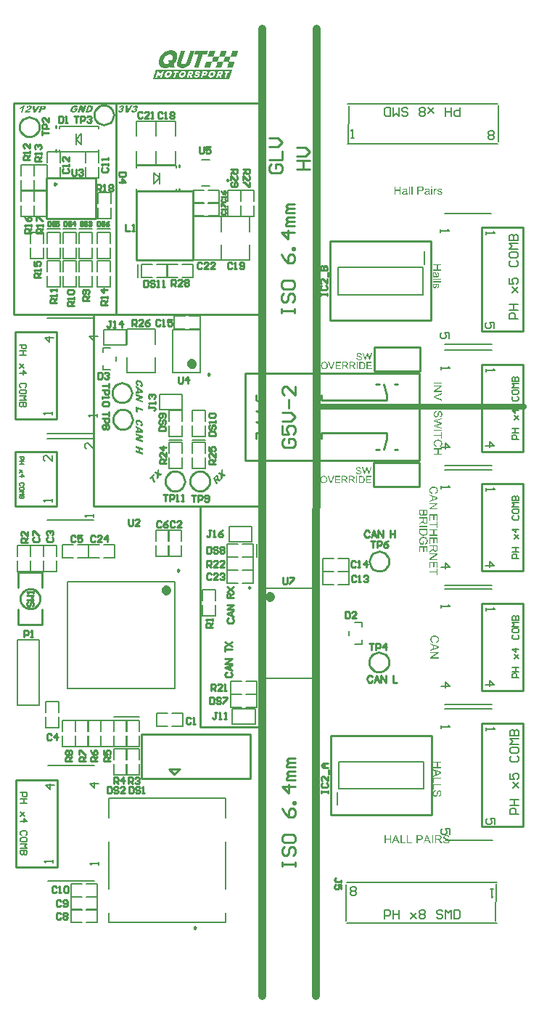
<source format=gto>
G04*
G04 #@! TF.GenerationSoftware,Altium Limited,Altium Designer,21.3.1 (25)*
G04*
G04 Layer_Color=65535*
%FSLAX25Y25*%
%MOIN*%
G70*
G04*
G04 #@! TF.SameCoordinates,C2895D86-3F53-4CC5-9A74-561D9FEADA75*
G04*
G04*
G04 #@! TF.FilePolarity,Positive*
G04*
G01*
G75*
%ADD10C,0.00984*%
%ADD11C,0.02362*%
%ADD12C,0.01000*%
%ADD13C,0.00800*%
%ADD14C,0.00787*%
%ADD15C,0.03500*%
%ADD16C,0.02500*%
%ADD17C,0.00600*%
%ADD18C,0.00500*%
G36*
X268432Y601567D02*
Y601523D01*
X268388D01*
Y601479D01*
Y601436D01*
Y601392D01*
X268345D01*
Y601349D01*
Y601305D01*
X268301D01*
Y601262D01*
Y601218D01*
Y601175D01*
X268257D01*
Y601131D01*
Y601088D01*
X268301D01*
Y601044D01*
X268214D01*
Y601001D01*
Y600957D01*
Y600913D01*
Y600870D01*
Y600827D01*
X268170D01*
Y600783D01*
Y600739D01*
Y600696D01*
Y600652D01*
X268127D01*
Y600609D01*
Y600565D01*
X268083D01*
Y600522D01*
Y600478D01*
Y600435D01*
X268040D01*
Y600391D01*
Y600348D01*
Y600304D01*
X267996D01*
Y600260D01*
Y600217D01*
Y600174D01*
X267953D01*
Y600130D01*
Y600086D01*
Y600043D01*
X267909D01*
Y599999D01*
Y599956D01*
X267866D01*
Y599912D01*
Y599869D01*
X267909D01*
Y599825D01*
X267822D01*
Y599782D01*
Y599738D01*
Y599695D01*
Y599651D01*
Y599608D01*
X267779D01*
Y599564D01*
Y599520D01*
Y599477D01*
X267735D01*
Y599433D01*
Y599390D01*
Y599346D01*
X267692D01*
Y599303D01*
Y599259D01*
Y599216D01*
X267648D01*
Y599172D01*
Y599129D01*
Y599085D01*
X267605D01*
Y599042D01*
Y598998D01*
Y598955D01*
X264949D01*
Y598998D01*
Y599042D01*
X264993D01*
Y599085D01*
Y599129D01*
X265036D01*
Y599172D01*
Y599216D01*
Y599259D01*
Y599303D01*
X265080D01*
Y599346D01*
Y599390D01*
Y599433D01*
X265123D01*
Y599477D01*
Y599520D01*
X265167D01*
Y599564D01*
Y599608D01*
Y599651D01*
X265210D01*
Y599695D01*
Y599738D01*
Y599782D01*
X265254D01*
Y599825D01*
Y599869D01*
Y599912D01*
X265297D01*
Y599956D01*
Y599999D01*
X265341D01*
Y600043D01*
Y600086D01*
Y600130D01*
Y600174D01*
Y600217D01*
Y600260D01*
X265428D01*
Y600304D01*
Y600348D01*
Y600391D01*
Y600435D01*
Y600478D01*
X265472D01*
Y600522D01*
Y600565D01*
Y600609D01*
X265515D01*
Y600652D01*
Y600696D01*
Y600739D01*
X265559D01*
Y600783D01*
Y600827D01*
Y600870D01*
X265602D01*
Y600913D01*
Y600957D01*
Y601001D01*
X265646D01*
Y601044D01*
Y601088D01*
Y601131D01*
X265689D01*
Y601175D01*
Y601218D01*
Y601262D01*
X265733D01*
Y601305D01*
Y601349D01*
Y601392D01*
Y601436D01*
Y601479D01*
X265776D01*
Y601523D01*
Y601567D01*
Y601610D01*
X268432D01*
Y601567D01*
D02*
G37*
G36*
X257897D02*
Y601523D01*
Y601479D01*
X257853D01*
Y601436D01*
Y601392D01*
X257810D01*
Y601349D01*
Y601305D01*
Y601262D01*
X257766D01*
Y601218D01*
Y601175D01*
Y601131D01*
X257723D01*
Y601088D01*
Y601044D01*
Y601001D01*
Y600957D01*
X257679D01*
Y600913D01*
Y600870D01*
X257636D01*
Y600827D01*
Y600783D01*
Y600739D01*
X257592D01*
Y600696D01*
Y600652D01*
Y600609D01*
X257549D01*
Y600565D01*
Y600522D01*
Y600478D01*
X257505D01*
Y600435D01*
Y600391D01*
Y600348D01*
Y600304D01*
Y600260D01*
X257462D01*
Y600217D01*
Y600174D01*
Y600130D01*
X257418D01*
Y600086D01*
Y600043D01*
X257375D01*
Y599999D01*
Y599956D01*
Y599912D01*
X257331D01*
Y599869D01*
Y599825D01*
Y599782D01*
X257288D01*
Y599738D01*
Y599695D01*
Y599651D01*
X257244D01*
Y599608D01*
Y599564D01*
X257201D01*
Y599520D01*
Y599477D01*
Y599433D01*
Y599390D01*
X257157D01*
Y599346D01*
Y599303D01*
Y599259D01*
X257113D01*
Y599216D01*
Y599172D01*
X257070D01*
Y599129D01*
Y599085D01*
Y599042D01*
Y598998D01*
Y598955D01*
X254414D01*
Y598998D01*
X254458D01*
Y599042D01*
Y599085D01*
X254502D01*
Y599129D01*
Y599172D01*
Y599216D01*
X254545D01*
Y599259D01*
Y599303D01*
X254502D01*
Y599346D01*
X254589D01*
Y599390D01*
Y599433D01*
Y599477D01*
Y599520D01*
Y599564D01*
X254632D01*
Y599608D01*
Y599651D01*
Y599695D01*
Y599738D01*
X254676D01*
Y599782D01*
Y599825D01*
Y599869D01*
X254719D01*
Y599912D01*
Y599956D01*
X254763D01*
Y599999D01*
Y600043D01*
Y600086D01*
X254806D01*
Y600130D01*
Y600174D01*
Y600217D01*
X254850D01*
Y600260D01*
Y600304D01*
X254893D01*
Y600348D01*
Y600391D01*
Y600435D01*
X254937D01*
Y600478D01*
Y600522D01*
Y600565D01*
X254980D01*
Y600609D01*
Y600652D01*
Y600696D01*
X255024D01*
Y600739D01*
Y600783D01*
Y600827D01*
Y600870D01*
Y600913D01*
X255111D01*
Y600957D01*
Y601001D01*
X255067D01*
Y601044D01*
X255111D01*
Y601088D01*
Y601131D01*
Y601175D01*
Y601218D01*
X255154D01*
Y601262D01*
Y601305D01*
X255198D01*
Y601349D01*
Y601392D01*
Y601436D01*
X255241D01*
Y601479D01*
Y601523D01*
Y601567D01*
X255285D01*
Y601610D01*
X257897D01*
Y601567D01*
D02*
G37*
G36*
X248407D02*
X248363D01*
Y601523D01*
Y601479D01*
Y601436D01*
X248320D01*
Y601392D01*
Y601349D01*
X248276D01*
Y601305D01*
Y601262D01*
Y601218D01*
X248233D01*
Y601175D01*
Y601131D01*
Y601088D01*
X248189D01*
Y601044D01*
Y601001D01*
Y600957D01*
X248146D01*
Y600913D01*
Y600870D01*
X248102D01*
Y600827D01*
Y600783D01*
Y600739D01*
Y600696D01*
Y600652D01*
Y600609D01*
X248015D01*
Y600565D01*
Y600522D01*
Y600478D01*
Y600435D01*
Y600391D01*
X247972D01*
Y600348D01*
Y600304D01*
Y600260D01*
X247928D01*
Y600217D01*
Y600174D01*
Y600130D01*
X247885D01*
Y600086D01*
Y600043D01*
Y599999D01*
X247841D01*
Y599956D01*
Y599912D01*
Y599869D01*
X247798D01*
Y599825D01*
Y599782D01*
Y599738D01*
X247754D01*
Y599695D01*
Y599651D01*
Y599608D01*
X247710D01*
Y599564D01*
Y599520D01*
X247667D01*
Y599477D01*
Y599433D01*
Y599390D01*
X247623D01*
Y599346D01*
Y599303D01*
Y599259D01*
X247580D01*
Y599216D01*
Y599172D01*
Y599129D01*
Y599085D01*
Y599042D01*
X247536D01*
Y598998D01*
Y598955D01*
Y598911D01*
X247493D01*
Y598868D01*
Y598824D01*
Y598780D01*
X247449D01*
Y598737D01*
Y598693D01*
X247406D01*
Y598650D01*
Y598606D01*
Y598563D01*
X247362D01*
Y598519D01*
Y598476D01*
Y598432D01*
Y598389D01*
X247319D01*
Y598345D01*
Y598302D01*
Y598258D01*
X247275D01*
Y598215D01*
Y598171D01*
X247232D01*
Y598128D01*
Y598084D01*
X247275D01*
Y598040D01*
X247188D01*
Y597997D01*
Y597953D01*
Y597910D01*
Y597866D01*
Y597823D01*
X247145D01*
Y597779D01*
Y597736D01*
Y597692D01*
X247101D01*
Y597649D01*
Y597605D01*
Y597562D01*
X247058D01*
Y597518D01*
Y597474D01*
Y597431D01*
X247014D01*
Y597387D01*
Y597344D01*
X246971D01*
Y597300D01*
Y597257D01*
Y597213D01*
X246927D01*
Y597170D01*
Y597126D01*
Y597083D01*
X246883D01*
Y597039D01*
Y596996D01*
X246840D01*
Y596952D01*
Y596909D01*
Y596865D01*
Y596821D01*
X246796D01*
Y596778D01*
Y596735D01*
X246840D01*
Y596691D01*
X246753D01*
Y596647D01*
Y596604D01*
Y596560D01*
Y596517D01*
Y596473D01*
X246709D01*
Y596430D01*
Y596386D01*
Y596343D01*
X246666D01*
Y596299D01*
Y596256D01*
Y596212D01*
X246622D01*
Y596169D01*
Y596125D01*
Y596081D01*
X246579D01*
Y596038D01*
X246535D01*
Y595994D01*
Y595951D01*
X246492D01*
Y595907D01*
Y595864D01*
X246448D01*
Y595820D01*
Y595777D01*
X246405D01*
Y595733D01*
Y595690D01*
X246361D01*
Y595646D01*
X246318D01*
Y595603D01*
Y595559D01*
Y595516D01*
X246274D01*
Y595472D01*
Y595429D01*
X246230D01*
Y595385D01*
X246187D01*
Y595341D01*
X246143D01*
Y595298D01*
Y595254D01*
X246056D01*
Y595211D01*
Y595167D01*
X246013D01*
Y595124D01*
Y595080D01*
X245926D01*
Y595037D01*
Y594993D01*
X245882D01*
Y594950D01*
X245795D01*
Y594906D01*
Y594863D01*
X245752D01*
Y594819D01*
X245665D01*
Y594775D01*
Y594732D01*
X245577D01*
Y594689D01*
Y594645D01*
X245490D01*
Y594601D01*
Y594558D01*
X245403D01*
Y594514D01*
X245360D01*
Y594471D01*
X245316D01*
Y594427D01*
X245186D01*
Y594384D01*
X245142D01*
Y594340D01*
X245099D01*
Y594297D01*
X245011D01*
Y594253D01*
X244968D01*
Y594210D01*
X244881D01*
Y594166D01*
X244794D01*
Y594123D01*
X244750D01*
Y594079D01*
X244663D01*
Y594035D01*
X244576D01*
Y593992D01*
X244402D01*
Y593948D01*
X244359D01*
Y593905D01*
X244228D01*
Y593861D01*
X244097D01*
Y593818D01*
X243967D01*
Y593774D01*
X243836D01*
Y593731D01*
X243749D01*
Y593687D01*
X243531D01*
Y593644D01*
X243314D01*
Y593600D01*
X242008D01*
Y593644D01*
X241834D01*
Y593687D01*
X241703D01*
Y593731D01*
X241572D01*
Y593774D01*
X241442D01*
Y593818D01*
X241355D01*
Y593861D01*
X241268D01*
Y593905D01*
X241181D01*
Y593948D01*
X241137D01*
Y593992D01*
X241007D01*
Y594035D01*
X240963D01*
Y594079D01*
X240919D01*
Y594123D01*
X240832D01*
Y594166D01*
X240789D01*
Y594210D01*
X240745D01*
Y594253D01*
Y594297D01*
X240702D01*
Y594340D01*
X240658D01*
Y594384D01*
Y594427D01*
X240571D01*
Y594471D01*
X240528D01*
Y594514D01*
Y594558D01*
X240484D01*
Y594601D01*
X240528D01*
Y594645D01*
X240441D01*
Y594689D01*
Y594732D01*
Y594775D01*
Y594819D01*
X240397D01*
Y594863D01*
Y594906D01*
X240354D01*
Y594950D01*
Y594993D01*
Y595037D01*
X240310D01*
Y595080D01*
Y595124D01*
Y595167D01*
Y595211D01*
Y595254D01*
X240267D01*
Y595298D01*
Y595341D01*
Y595385D01*
Y595429D01*
Y595472D01*
Y595516D01*
Y595559D01*
Y595603D01*
Y595646D01*
Y595690D01*
X240310D01*
Y595733D01*
Y595777D01*
Y595820D01*
Y595864D01*
Y595907D01*
Y595951D01*
X240354D01*
Y595994D01*
Y596038D01*
Y596081D01*
Y596125D01*
X240397D01*
Y596169D01*
Y596212D01*
Y596256D01*
X240441D01*
Y596299D01*
Y596343D01*
Y596386D01*
Y596430D01*
Y596473D01*
Y596517D01*
X240484D01*
Y596560D01*
X240528D01*
Y596604D01*
X240484D01*
Y596647D01*
X240528D01*
Y596691D01*
Y596735D01*
Y596778D01*
X240571D01*
Y596821D01*
Y596865D01*
Y596909D01*
X240615D01*
Y596952D01*
Y596996D01*
X240658D01*
Y597039D01*
Y597083D01*
Y597126D01*
X240702D01*
Y597170D01*
Y597213D01*
Y597257D01*
X240745D01*
Y597300D01*
Y597344D01*
Y597387D01*
X240789D01*
Y597431D01*
X240745D01*
Y597474D01*
X240832D01*
Y597518D01*
Y597562D01*
Y597605D01*
Y597649D01*
Y597692D01*
Y597736D01*
X240876D01*
Y597779D01*
Y597823D01*
X240919D01*
Y597866D01*
Y597910D01*
Y597953D01*
Y597997D01*
X240963D01*
Y598040D01*
Y598084D01*
Y598128D01*
X241007D01*
Y598171D01*
Y598215D01*
X241050D01*
Y598258D01*
Y598302D01*
Y598345D01*
X241094D01*
Y598389D01*
Y598432D01*
Y598476D01*
X241137D01*
Y598519D01*
Y598563D01*
Y598606D01*
X241181D01*
Y598650D01*
Y598693D01*
X241224D01*
Y598737D01*
Y598780D01*
Y598824D01*
X241268D01*
Y598868D01*
Y598911D01*
Y598955D01*
Y598998D01*
Y599042D01*
Y599085D01*
X241355D01*
Y599129D01*
X241311D01*
Y599172D01*
X241355D01*
Y599216D01*
Y599259D01*
Y599303D01*
X241398D01*
Y599346D01*
Y599390D01*
Y599433D01*
X241442D01*
Y599477D01*
Y599520D01*
Y599564D01*
X241485D01*
Y599608D01*
Y599651D01*
Y599695D01*
X241529D01*
Y599738D01*
Y599782D01*
Y599825D01*
X241572D01*
Y599869D01*
Y599912D01*
X241616D01*
Y599956D01*
Y599999D01*
Y600043D01*
X241660D01*
Y600086D01*
Y600130D01*
Y600174D01*
X241703D01*
Y600217D01*
Y600260D01*
Y600304D01*
X241747D01*
Y600348D01*
Y600391D01*
X241703D01*
Y600435D01*
X241790D01*
Y600478D01*
Y600522D01*
Y600565D01*
Y600609D01*
Y600652D01*
X241834D01*
Y600696D01*
Y600739D01*
X241877D01*
Y600783D01*
Y600827D01*
Y600870D01*
X241921D01*
Y600913D01*
Y600957D01*
Y601001D01*
X241964D01*
Y601044D01*
Y601088D01*
Y601131D01*
Y601175D01*
X242008D01*
Y601218D01*
Y601262D01*
X242051D01*
Y601305D01*
Y601349D01*
Y601392D01*
X242095D01*
Y601436D01*
Y601479D01*
Y601523D01*
Y601567D01*
Y601610D01*
X244054D01*
Y601567D01*
Y601523D01*
X244010D01*
Y601479D01*
Y601436D01*
Y601392D01*
X243967D01*
Y601349D01*
Y601305D01*
X243923D01*
Y601262D01*
Y601218D01*
Y601175D01*
X243880D01*
Y601131D01*
Y601088D01*
Y601044D01*
X243836D01*
Y601001D01*
Y600957D01*
Y600913D01*
X243793D01*
Y600870D01*
X243836D01*
Y600827D01*
X243749D01*
Y600783D01*
Y600739D01*
Y600696D01*
Y600652D01*
Y600609D01*
Y600565D01*
X243706D01*
Y600522D01*
Y600478D01*
X243662D01*
Y600435D01*
Y600391D01*
Y600348D01*
X243618D01*
Y600304D01*
Y600260D01*
Y600217D01*
Y600174D01*
X243575D01*
Y600130D01*
Y600086D01*
Y600043D01*
X243531D01*
Y599999D01*
Y599956D01*
X243488D01*
Y599912D01*
Y599869D01*
Y599825D01*
X243444D01*
Y599782D01*
Y599738D01*
X243401D01*
Y599695D01*
Y599651D01*
Y599608D01*
X243357D01*
Y599564D01*
Y599520D01*
X243401D01*
Y599477D01*
X243314D01*
Y599433D01*
Y599390D01*
Y599346D01*
Y599303D01*
Y599259D01*
Y599216D01*
X243270D01*
Y599172D01*
Y599129D01*
X243227D01*
Y599085D01*
Y599042D01*
Y598998D01*
X243183D01*
Y598955D01*
Y598911D01*
Y598868D01*
X243140D01*
Y598824D01*
Y598780D01*
X243096D01*
Y598737D01*
Y598693D01*
Y598650D01*
Y598606D01*
X243053D01*
Y598563D01*
Y598519D01*
Y598476D01*
X243009D01*
Y598432D01*
Y598389D01*
Y598345D01*
X242966D01*
Y598302D01*
X243009D01*
Y598258D01*
X242922D01*
Y598215D01*
Y598171D01*
Y598128D01*
X242879D01*
Y598084D01*
Y598040D01*
Y597997D01*
Y597953D01*
Y597910D01*
Y597866D01*
X242791D01*
Y597823D01*
X242835D01*
Y597779D01*
X242791D01*
Y597736D01*
Y597692D01*
Y597649D01*
X242748D01*
Y597605D01*
Y597562D01*
Y597518D01*
X242704D01*
Y597474D01*
Y597431D01*
X242661D01*
Y597387D01*
Y597344D01*
Y597300D01*
X242617D01*
Y597257D01*
Y597213D01*
Y597170D01*
X242574D01*
Y597126D01*
Y597083D01*
Y597039D01*
X242530D01*
Y596996D01*
Y596952D01*
Y596909D01*
X242487D01*
Y596865D01*
Y596821D01*
Y596778D01*
Y596735D01*
Y596691D01*
Y596647D01*
X242443D01*
Y596604D01*
Y596560D01*
X242400D01*
Y596517D01*
Y596473D01*
Y596430D01*
X242356D01*
Y596386D01*
Y596343D01*
Y596299D01*
X242313D01*
Y596256D01*
Y596212D01*
Y596169D01*
Y596125D01*
Y596081D01*
Y596038D01*
Y595994D01*
Y595951D01*
Y595907D01*
Y595864D01*
X242356D01*
Y595820D01*
Y595777D01*
X242400D01*
Y595733D01*
Y595690D01*
X242443D01*
Y595646D01*
X242487D01*
Y595603D01*
X242530D01*
Y595559D01*
X242617D01*
Y595516D01*
X242704D01*
Y595472D01*
X242835D01*
Y595429D01*
X243009D01*
Y595385D01*
X243488D01*
Y595429D01*
X243706D01*
Y595472D01*
X243793D01*
Y595516D01*
X243923D01*
Y595559D01*
X244054D01*
Y595603D01*
X244097D01*
Y595646D01*
X244228D01*
Y595690D01*
X244271D01*
Y595733D01*
X244315D01*
Y595777D01*
X244402D01*
Y595820D01*
X244446D01*
Y595864D01*
X244489D01*
Y595907D01*
X244533D01*
Y595951D01*
Y595994D01*
X244576D01*
Y596038D01*
X244663D01*
Y596081D01*
Y596125D01*
X244707D01*
Y596169D01*
Y596212D01*
Y596256D01*
Y596299D01*
Y596343D01*
X244794D01*
Y596386D01*
Y596430D01*
X244750D01*
Y596473D01*
X244794D01*
Y596517D01*
Y596560D01*
X244837D01*
Y596604D01*
Y596647D01*
Y596691D01*
X244881D01*
Y596735D01*
Y596778D01*
Y596821D01*
X244924D01*
Y596865D01*
Y596909D01*
X244968D01*
Y596952D01*
Y596996D01*
Y597039D01*
X245011D01*
Y597083D01*
Y597126D01*
Y597170D01*
X245055D01*
Y597213D01*
Y597257D01*
Y597300D01*
X245099D01*
Y597344D01*
Y597387D01*
X245142D01*
Y597431D01*
Y597474D01*
Y597518D01*
X245186D01*
Y597562D01*
Y597605D01*
X245142D01*
Y597649D01*
X245229D01*
Y597692D01*
Y597736D01*
Y597779D01*
Y597823D01*
Y597866D01*
Y597910D01*
X245273D01*
Y597953D01*
Y597997D01*
Y598040D01*
X245316D01*
Y598084D01*
Y598128D01*
X245360D01*
Y598171D01*
Y598215D01*
Y598258D01*
X245403D01*
Y598302D01*
Y598345D01*
Y598389D01*
X245447D01*
Y598432D01*
Y598476D01*
Y598519D01*
X245490D01*
Y598563D01*
Y598606D01*
Y598650D01*
X245534D01*
Y598693D01*
Y598737D01*
Y598780D01*
Y598824D01*
Y598868D01*
X245621D01*
Y598911D01*
Y598955D01*
X245577D01*
Y598998D01*
X245621D01*
Y599042D01*
Y599085D01*
X245665D01*
Y599129D01*
Y599172D01*
Y599216D01*
X245708D01*
Y599259D01*
Y599303D01*
Y599346D01*
Y599390D01*
X245752D01*
Y599433D01*
Y599477D01*
X245795D01*
Y599520D01*
Y599564D01*
Y599608D01*
X245839D01*
Y599651D01*
Y599695D01*
Y599738D01*
X245882D01*
Y599782D01*
Y599825D01*
Y599869D01*
X245926D01*
Y599912D01*
Y599956D01*
X245969D01*
Y599999D01*
Y600043D01*
Y600086D01*
X246013D01*
Y600130D01*
Y600174D01*
X245969D01*
Y600217D01*
X246056D01*
Y600260D01*
Y600304D01*
Y600348D01*
Y600391D01*
Y600435D01*
X246100D01*
Y600478D01*
Y600522D01*
Y600565D01*
X246143D01*
Y600609D01*
Y600652D01*
Y600696D01*
X246187D01*
Y600739D01*
Y600783D01*
Y600827D01*
X246230D01*
Y600870D01*
Y600913D01*
Y600957D01*
X246274D01*
Y601001D01*
Y601044D01*
Y601088D01*
X246318D01*
Y601131D01*
Y601175D01*
Y601218D01*
X246361D01*
Y601262D01*
Y601305D01*
Y601349D01*
X246405D01*
Y601392D01*
X246361D01*
Y601436D01*
X246448D01*
Y601479D01*
Y601523D01*
X246405D01*
Y601567D01*
X246492D01*
Y601610D01*
X248407D01*
Y601567D01*
D02*
G37*
G36*
X263164D02*
X263121D01*
Y601523D01*
Y601479D01*
Y601436D01*
Y601392D01*
Y601349D01*
X263077D01*
Y601305D01*
Y601262D01*
Y601218D01*
X263034D01*
Y601175D01*
Y601131D01*
Y601088D01*
X262990D01*
Y601044D01*
Y601001D01*
Y600957D01*
X262947D01*
Y600913D01*
Y600870D01*
Y600827D01*
X262903D01*
Y600783D01*
Y600739D01*
Y600696D01*
X262860D01*
Y600652D01*
Y600609D01*
Y600565D01*
X262816D01*
Y600522D01*
Y600478D01*
X262772D01*
Y600435D01*
Y600391D01*
Y600348D01*
X262729D01*
Y600304D01*
Y600260D01*
Y600217D01*
X262685D01*
Y600174D01*
Y600130D01*
Y600086D01*
Y600043D01*
Y599999D01*
X262598D01*
Y599956D01*
Y599912D01*
X262642D01*
Y599869D01*
X262598D01*
Y599825D01*
Y599782D01*
Y599738D01*
X262555D01*
Y599695D01*
Y599651D01*
Y599608D01*
X262511D01*
Y599564D01*
Y599520D01*
X262468D01*
Y599477D01*
Y599433D01*
Y599390D01*
X262424D01*
Y599346D01*
Y599303D01*
Y599259D01*
Y599216D01*
X262381D01*
Y599172D01*
Y599129D01*
X262337D01*
Y599085D01*
Y599042D01*
Y598998D01*
Y598955D01*
X264949D01*
Y598911D01*
X264906D01*
Y598868D01*
Y598824D01*
Y598780D01*
X264862D01*
Y598737D01*
Y598693D01*
X264819D01*
Y598650D01*
Y598606D01*
X264862D01*
Y598563D01*
X264775D01*
Y598519D01*
Y598476D01*
Y598432D01*
Y598389D01*
Y598345D01*
X264732D01*
Y598302D01*
Y598258D01*
Y598215D01*
X264688D01*
Y598171D01*
Y598128D01*
Y598084D01*
X264644D01*
Y598040D01*
Y597997D01*
Y597953D01*
X264601D01*
Y597910D01*
Y597866D01*
X264557D01*
Y597823D01*
Y597779D01*
Y597736D01*
X264514D01*
Y597692D01*
Y597649D01*
Y597605D01*
Y597562D01*
X264470D01*
Y597518D01*
Y597474D01*
Y597431D01*
X264427D01*
Y597387D01*
X264470D01*
Y597344D01*
X264383D01*
Y597300D01*
Y597257D01*
Y597213D01*
Y597170D01*
Y597126D01*
X264340D01*
Y597083D01*
Y597039D01*
Y596996D01*
X264296D01*
Y596952D01*
Y596909D01*
Y596865D01*
X264253D01*
Y596821D01*
Y596778D01*
Y596735D01*
X264209D01*
Y596691D01*
Y596647D01*
Y596604D01*
X264166D01*
Y596560D01*
Y596517D01*
X264122D01*
Y596473D01*
Y596430D01*
Y596386D01*
Y596343D01*
X266734D01*
Y596299D01*
X266690D01*
Y596256D01*
Y596212D01*
Y596169D01*
X266647D01*
Y596125D01*
Y596081D01*
X266603D01*
Y596038D01*
Y595994D01*
Y595951D01*
X266647D01*
Y595907D01*
X266560D01*
Y595864D01*
Y595820D01*
Y595777D01*
Y595733D01*
Y595690D01*
X266516D01*
Y595646D01*
X266473D01*
Y595603D01*
X266516D01*
Y595559D01*
X266473D01*
Y595516D01*
Y595472D01*
Y595429D01*
X266429D01*
Y595385D01*
Y595341D01*
X266386D01*
Y595298D01*
Y595254D01*
Y595211D01*
X266342D01*
Y595167D01*
Y595124D01*
Y595080D01*
X266299D01*
Y595037D01*
Y594993D01*
Y594950D01*
X266255D01*
Y594906D01*
Y594863D01*
Y594819D01*
X266212D01*
Y594775D01*
Y594732D01*
X266168D01*
Y594689D01*
Y594645D01*
Y594601D01*
X266125D01*
Y594558D01*
Y594514D01*
Y594471D01*
Y594427D01*
Y594384D01*
Y594340D01*
X266037D01*
Y594297D01*
Y594253D01*
X266081D01*
Y594210D01*
X266037D01*
Y594166D01*
Y594123D01*
Y594079D01*
X265994D01*
Y594035D01*
Y593992D01*
X265950D01*
Y593948D01*
Y593905D01*
Y593861D01*
X265907D01*
Y593818D01*
Y593774D01*
Y593731D01*
X265863D01*
Y593687D01*
X263251D01*
Y593731D01*
Y593774D01*
Y593818D01*
X263295D01*
Y593861D01*
Y593905D01*
X263338D01*
Y593948D01*
Y593992D01*
Y594035D01*
X263382D01*
Y594079D01*
Y594123D01*
Y594166D01*
X263425D01*
Y594210D01*
Y594253D01*
Y594297D01*
X263469D01*
Y594340D01*
Y594384D01*
X263513D01*
Y594427D01*
Y594471D01*
Y594514D01*
Y594558D01*
X263556D01*
Y594601D01*
Y594645D01*
Y594689D01*
X263600D01*
Y594732D01*
X263556D01*
Y594775D01*
X263643D01*
Y594819D01*
Y594863D01*
X263600D01*
Y594906D01*
X263643D01*
Y594950D01*
Y594993D01*
Y595037D01*
X263687D01*
Y595080D01*
Y595124D01*
X263730D01*
Y595167D01*
Y595211D01*
Y595254D01*
X263774D01*
Y595298D01*
Y595341D01*
Y595385D01*
X263817D01*
Y595429D01*
Y595472D01*
Y595516D01*
X263861D01*
Y595559D01*
Y595603D01*
Y595646D01*
X263904D01*
Y595690D01*
Y595733D01*
X263948D01*
Y595777D01*
Y595820D01*
Y595864D01*
X263991D01*
Y595907D01*
Y595951D01*
Y595994D01*
X264035D01*
Y596038D01*
Y596081D01*
X263991D01*
Y596125D01*
X264078D01*
Y596169D01*
Y596212D01*
Y596256D01*
Y596299D01*
Y596343D01*
X261510D01*
Y596299D01*
Y596256D01*
X261467D01*
Y596212D01*
Y596169D01*
X261423D01*
Y596125D01*
Y596081D01*
Y596038D01*
X261380D01*
Y595994D01*
Y595951D01*
X261423D01*
Y595907D01*
X261336D01*
Y595864D01*
Y595820D01*
Y595777D01*
Y595733D01*
Y595690D01*
X261293D01*
Y595646D01*
Y595603D01*
Y595559D01*
X261249D01*
Y595516D01*
Y595472D01*
Y595429D01*
X261205D01*
Y595385D01*
Y595341D01*
X261162D01*
Y595298D01*
Y595254D01*
Y595211D01*
X261118D01*
Y595167D01*
Y595124D01*
Y595080D01*
X261075D01*
Y595037D01*
Y594993D01*
Y594950D01*
X261031D01*
Y594906D01*
Y594863D01*
Y594819D01*
X260988D01*
Y594775D01*
Y594732D01*
X261031D01*
Y594689D01*
X260944D01*
Y594645D01*
Y594601D01*
Y594558D01*
Y594514D01*
Y594471D01*
Y594427D01*
X260901D01*
Y594384D01*
Y594340D01*
X260857D01*
Y594297D01*
Y594253D01*
Y594210D01*
X260814D01*
Y594166D01*
Y594123D01*
Y594079D01*
X260770D01*
Y594035D01*
Y593992D01*
X260726D01*
Y593948D01*
Y593905D01*
Y593861D01*
X260683D01*
Y593818D01*
Y593774D01*
Y593731D01*
X260640D01*
Y593687D01*
X258028D01*
Y593731D01*
Y593774D01*
Y593818D01*
X258071D01*
Y593861D01*
Y593905D01*
X258115D01*
Y593948D01*
Y593992D01*
Y594035D01*
X258158D01*
Y594079D01*
Y594123D01*
Y594166D01*
X258202D01*
Y594210D01*
Y594253D01*
Y594297D01*
X258245D01*
Y594340D01*
Y594384D01*
X258289D01*
Y594427D01*
Y594471D01*
Y594514D01*
X258332D01*
Y594558D01*
Y594601D01*
Y594645D01*
X258376D01*
Y594689D01*
Y594732D01*
X258419D01*
Y594775D01*
Y594819D01*
Y594863D01*
Y594906D01*
X258463D01*
Y594950D01*
Y594993D01*
Y595037D01*
Y595080D01*
Y595124D01*
X258506D01*
Y595167D01*
X258550D01*
Y595211D01*
X258506D01*
Y595254D01*
X258550D01*
Y595298D01*
Y595341D01*
Y595385D01*
X258594D01*
Y595429D01*
Y595472D01*
Y595516D01*
X258637D01*
Y595559D01*
Y595603D01*
Y595646D01*
X258681D01*
Y595690D01*
Y595733D01*
X258724D01*
Y595777D01*
Y595820D01*
Y595864D01*
X258768D01*
Y595907D01*
Y595951D01*
Y595994D01*
X258811D01*
Y596038D01*
Y596081D01*
X258855D01*
Y596125D01*
Y596169D01*
Y596212D01*
X258898D01*
Y596256D01*
Y596299D01*
Y596343D01*
X256286D01*
Y596386D01*
Y596430D01*
X256330D01*
Y596473D01*
Y596517D01*
X256286D01*
Y596560D01*
X256373D01*
Y596604D01*
Y596647D01*
Y596691D01*
Y596735D01*
Y596778D01*
Y596821D01*
X256417D01*
Y596865D01*
Y596909D01*
X256460D01*
Y596952D01*
Y596996D01*
Y597039D01*
X256504D01*
Y597083D01*
Y597126D01*
Y597170D01*
X256547D01*
Y597213D01*
Y597257D01*
Y597300D01*
X256591D01*
Y597344D01*
Y597387D01*
X256634D01*
Y597431D01*
Y597474D01*
Y597518D01*
X256678D01*
Y597562D01*
Y597605D01*
Y597649D01*
X256722D01*
Y597692D01*
X256678D01*
Y597736D01*
X256722D01*
Y597779D01*
X256765D01*
Y597823D01*
Y597866D01*
Y597910D01*
Y597953D01*
Y597997D01*
X256809D01*
Y598040D01*
Y598084D01*
Y598128D01*
X256852D01*
Y598171D01*
Y598215D01*
Y598258D01*
X256896D01*
Y598302D01*
Y598345D01*
Y598389D01*
X256939D01*
Y598432D01*
Y598476D01*
Y598519D01*
X256983D01*
Y598563D01*
Y598606D01*
Y598650D01*
X257026D01*
Y598693D01*
Y598737D01*
X257070D01*
Y598780D01*
Y598824D01*
Y598868D01*
X257113D01*
Y598911D01*
Y598955D01*
X259725D01*
Y598998D01*
Y599042D01*
Y599085D01*
X259769D01*
Y599129D01*
X259725D01*
Y599172D01*
X259812D01*
Y599216D01*
Y599259D01*
Y599303D01*
Y599346D01*
Y599390D01*
Y599433D01*
Y599477D01*
X259856D01*
Y599520D01*
Y599564D01*
X259899D01*
Y599608D01*
Y599651D01*
Y599695D01*
X259943D01*
Y599738D01*
Y599782D01*
Y599825D01*
X259986D01*
Y599869D01*
Y599912D01*
X260030D01*
Y599956D01*
Y599999D01*
Y600043D01*
X260073D01*
Y600086D01*
Y600130D01*
Y600174D01*
X260117D01*
Y600217D01*
Y600260D01*
Y600304D01*
X260161D01*
Y600348D01*
X260117D01*
Y600391D01*
Y600435D01*
X260204D01*
Y600478D01*
Y600522D01*
Y600565D01*
Y600609D01*
Y600652D01*
X260248D01*
Y600696D01*
Y600739D01*
X260291D01*
Y600783D01*
Y600827D01*
Y600870D01*
X260335D01*
Y600913D01*
Y600957D01*
Y601001D01*
Y601044D01*
X260378D01*
Y601088D01*
Y601131D01*
Y601175D01*
X260422D01*
Y601218D01*
Y601262D01*
X260465D01*
Y601305D01*
Y601349D01*
Y601392D01*
X260509D01*
Y601436D01*
Y601479D01*
Y601523D01*
X260552D01*
Y601567D01*
Y601610D01*
X263164D01*
Y601567D01*
D02*
G37*
G36*
X256243Y596299D02*
Y596256D01*
Y596212D01*
Y596169D01*
X256199D01*
Y596125D01*
Y596081D01*
X256156D01*
Y596038D01*
Y595994D01*
Y595951D01*
X256112D01*
Y595907D01*
Y595864D01*
Y595820D01*
X256069D01*
Y595777D01*
Y595733D01*
X256025D01*
Y595690D01*
Y595646D01*
Y595603D01*
X255982D01*
Y595559D01*
Y595516D01*
Y595472D01*
X255938D01*
Y595429D01*
Y595385D01*
Y595341D01*
X255894D01*
Y595298D01*
Y595254D01*
X255851D01*
Y595211D01*
Y595167D01*
Y595124D01*
X255807D01*
Y595080D01*
Y595037D01*
Y594993D01*
Y594950D01*
Y594906D01*
Y594863D01*
Y594819D01*
X255720D01*
Y594775D01*
X255764D01*
Y594732D01*
X255720D01*
Y594689D01*
Y594645D01*
Y594601D01*
X255677D01*
Y594558D01*
Y594514D01*
Y594471D01*
X255633D01*
Y594427D01*
Y594384D01*
X255590D01*
Y594340D01*
Y594297D01*
Y594253D01*
X255546D01*
Y594210D01*
Y594166D01*
Y594123D01*
X255503D01*
Y594079D01*
Y594035D01*
Y593992D01*
X255459D01*
Y593948D01*
Y593905D01*
X255416D01*
Y593861D01*
Y593818D01*
Y593774D01*
Y593731D01*
Y593687D01*
X252760D01*
Y593731D01*
X252804D01*
Y593774D01*
Y593818D01*
Y593861D01*
X252847D01*
Y593905D01*
Y593948D01*
X252891D01*
Y593992D01*
Y594035D01*
X252847D01*
Y594079D01*
X252934D01*
Y594123D01*
Y594166D01*
Y594210D01*
Y594253D01*
Y594297D01*
X252978D01*
Y594340D01*
Y594384D01*
Y594427D01*
X253021D01*
Y594471D01*
Y594514D01*
Y594558D01*
X253065D01*
Y594601D01*
Y594645D01*
Y594689D01*
X253109D01*
Y594732D01*
Y594775D01*
X253152D01*
Y594819D01*
Y594863D01*
Y594906D01*
X253196D01*
Y594950D01*
Y594993D01*
Y595037D01*
Y595080D01*
X253239D01*
Y595124D01*
Y595167D01*
Y595211D01*
X253283D01*
Y595254D01*
X253239D01*
Y595298D01*
X253326D01*
Y595341D01*
Y595385D01*
Y595429D01*
Y595472D01*
Y595516D01*
Y595559D01*
X253370D01*
Y595603D01*
Y595646D01*
X253413D01*
Y595690D01*
Y595733D01*
Y595777D01*
X253457D01*
Y595820D01*
Y595864D01*
Y595907D01*
X253500D01*
Y595951D01*
Y595994D01*
Y596038D01*
X253544D01*
Y596081D01*
Y596125D01*
X253587D01*
Y596169D01*
Y596212D01*
Y596256D01*
X253631D01*
Y596299D01*
Y596343D01*
X256243D01*
Y596299D01*
D02*
G37*
G36*
X254589Y601567D02*
X254545D01*
Y601523D01*
Y601479D01*
Y601436D01*
X254502D01*
Y601392D01*
Y601349D01*
X254458D01*
Y601305D01*
Y601262D01*
Y601218D01*
Y601175D01*
Y601131D01*
Y601088D01*
X254414D01*
Y601044D01*
Y601001D01*
Y600957D01*
X254371D01*
Y600913D01*
Y600870D01*
X254327D01*
Y600827D01*
Y600783D01*
Y600739D01*
X254284D01*
Y600696D01*
Y600652D01*
Y600609D01*
X254240D01*
Y600565D01*
Y600522D01*
Y600478D01*
X254197D01*
Y600435D01*
Y600391D01*
X254153D01*
Y600348D01*
Y600304D01*
Y600260D01*
X254110D01*
Y600217D01*
Y600174D01*
Y600130D01*
Y600086D01*
X254066D01*
Y600043D01*
Y599999D01*
Y599956D01*
Y599912D01*
Y599869D01*
X254023D01*
Y599825D01*
Y599782D01*
X252064D01*
Y599738D01*
X252020D01*
Y599695D01*
Y599651D01*
Y599608D01*
X251977D01*
Y599564D01*
Y599520D01*
Y599477D01*
Y599433D01*
Y599390D01*
Y599346D01*
X251890D01*
Y599303D01*
Y599259D01*
X251933D01*
Y599216D01*
X251846D01*
Y599172D01*
Y599129D01*
Y599085D01*
Y599042D01*
Y598998D01*
X251802D01*
Y598955D01*
Y598911D01*
Y598868D01*
X251759D01*
Y598824D01*
Y598780D01*
X251715D01*
Y598737D01*
Y598693D01*
Y598650D01*
X251672D01*
Y598606D01*
Y598563D01*
Y598519D01*
X251628D01*
Y598476D01*
Y598432D01*
Y598389D01*
X251585D01*
Y598345D01*
Y598302D01*
Y598258D01*
X251541D01*
Y598215D01*
Y598171D01*
Y598128D01*
Y598084D01*
Y598040D01*
X251454D01*
Y597997D01*
Y597953D01*
Y597910D01*
Y597866D01*
Y597823D01*
Y597779D01*
X251411D01*
Y597736D01*
Y597692D01*
Y597649D01*
X251367D01*
Y597605D01*
Y597562D01*
Y597518D01*
X251324D01*
Y597474D01*
Y597431D01*
X251280D01*
Y597387D01*
Y597344D01*
Y597300D01*
X251237D01*
Y597257D01*
Y597213D01*
Y597170D01*
X251193D01*
Y597126D01*
Y597083D01*
Y597039D01*
X251150D01*
Y596996D01*
Y596952D01*
X251106D01*
Y596909D01*
Y596865D01*
Y596821D01*
X251062D01*
Y596778D01*
Y596735D01*
X251106D01*
Y596691D01*
X251019D01*
Y596647D01*
Y596604D01*
Y596560D01*
Y596517D01*
Y596473D01*
X250975D01*
Y596430D01*
Y596386D01*
Y596343D01*
X250932D01*
Y596299D01*
Y596256D01*
Y596212D01*
Y596169D01*
X250888D01*
Y596125D01*
Y596081D01*
X250845D01*
Y596038D01*
Y595994D01*
Y595951D01*
X250801D01*
Y595907D01*
Y595864D01*
Y595820D01*
X250758D01*
Y595777D01*
Y595733D01*
X250714D01*
Y595690D01*
Y595646D01*
Y595603D01*
X250671D01*
Y595559D01*
Y595516D01*
X250714D01*
Y595472D01*
X250627D01*
Y595429D01*
Y595385D01*
Y595341D01*
Y595298D01*
Y595254D01*
X250584D01*
Y595211D01*
Y595167D01*
Y595124D01*
X250540D01*
Y595080D01*
Y595037D01*
Y594993D01*
X250497D01*
Y594950D01*
Y594906D01*
Y594863D01*
X250453D01*
Y594819D01*
Y594775D01*
Y594732D01*
X250410D01*
Y594689D01*
Y594645D01*
Y594601D01*
X250366D01*
Y594558D01*
Y594514D01*
Y594471D01*
X250322D01*
Y594427D01*
Y594384D01*
X250279D01*
Y594340D01*
Y594297D01*
Y594253D01*
X250235D01*
Y594210D01*
Y594166D01*
X250279D01*
Y594123D01*
X250192D01*
Y594079D01*
Y594035D01*
Y593992D01*
Y593948D01*
Y593905D01*
X250148D01*
Y593861D01*
Y593818D01*
Y593774D01*
X250105D01*
Y593731D01*
Y593687D01*
X248102D01*
Y593731D01*
X248146D01*
Y593774D01*
Y593818D01*
Y593861D01*
Y593905D01*
Y593948D01*
X248233D01*
Y593992D01*
Y594035D01*
X248189D01*
Y594079D01*
X248233D01*
Y594123D01*
Y594166D01*
Y594210D01*
X248276D01*
Y594253D01*
Y594297D01*
X248320D01*
Y594340D01*
Y594384D01*
Y594427D01*
X248363D01*
Y594471D01*
Y594514D01*
Y594558D01*
X248407D01*
Y594601D01*
Y594645D01*
Y594689D01*
X248450D01*
Y594732D01*
Y594775D01*
X248494D01*
Y594819D01*
Y594863D01*
Y594906D01*
X248538D01*
Y594950D01*
Y594993D01*
Y595037D01*
X248581D01*
Y595080D01*
Y595124D01*
Y595167D01*
X248625D01*
Y595211D01*
X248581D01*
Y595254D01*
X248668D01*
Y595298D01*
Y595341D01*
X248625D01*
Y595385D01*
X248668D01*
Y595429D01*
Y595472D01*
Y595516D01*
Y595559D01*
X248712D01*
Y595603D01*
Y595646D01*
X248755D01*
Y595690D01*
Y595733D01*
Y595777D01*
X248799D01*
Y595820D01*
Y595864D01*
Y595907D01*
X248842D01*
Y595951D01*
Y595994D01*
Y596038D01*
X248886D01*
Y596081D01*
Y596125D01*
X248929D01*
Y596169D01*
Y596212D01*
Y596256D01*
X248973D01*
Y596299D01*
Y596343D01*
Y596386D01*
Y596430D01*
Y596473D01*
X249060D01*
Y596517D01*
Y596560D01*
Y596604D01*
Y596647D01*
Y596691D01*
Y596735D01*
X249103D01*
Y596778D01*
Y596821D01*
Y596865D01*
X249147D01*
Y596909D01*
Y596952D01*
X249191D01*
Y596996D01*
Y597039D01*
Y597083D01*
Y597126D01*
X249234D01*
Y597170D01*
Y597213D01*
Y597257D01*
X249278D01*
Y597300D01*
Y597344D01*
X249321D01*
Y597387D01*
Y597431D01*
Y597474D01*
X249365D01*
Y597518D01*
Y597562D01*
Y597605D01*
X249408D01*
Y597649D01*
Y597692D01*
Y597736D01*
X249452D01*
Y597779D01*
X249408D01*
Y597823D01*
X249495D01*
Y597866D01*
Y597910D01*
Y597953D01*
Y597997D01*
Y598040D01*
Y598084D01*
X249539D01*
Y598128D01*
Y598171D01*
Y598215D01*
X249582D01*
Y598258D01*
Y598302D01*
X249626D01*
Y598345D01*
Y598389D01*
Y598432D01*
X249669D01*
Y598476D01*
Y598519D01*
Y598563D01*
X249713D01*
Y598606D01*
Y598650D01*
X249757D01*
Y598693D01*
Y598737D01*
Y598780D01*
Y598824D01*
X249800D01*
Y598868D01*
Y598911D01*
Y598955D01*
X249844D01*
Y598998D01*
Y599042D01*
X249800D01*
Y599085D01*
X249887D01*
Y599129D01*
Y599172D01*
Y599216D01*
Y599259D01*
Y599303D01*
X249931D01*
Y599346D01*
Y599390D01*
Y599433D01*
X249974D01*
Y599477D01*
Y599520D01*
X250018D01*
Y599564D01*
Y599608D01*
Y599651D01*
X250061D01*
Y599695D01*
Y599738D01*
Y599782D01*
X248146D01*
Y599825D01*
Y599869D01*
Y599912D01*
X248233D01*
Y599956D01*
Y599999D01*
X248189D01*
Y600043D01*
X248233D01*
Y600086D01*
Y600130D01*
Y600174D01*
X248276D01*
Y600217D01*
Y600260D01*
Y600304D01*
X248320D01*
Y600348D01*
Y600391D01*
Y600435D01*
X248363D01*
Y600478D01*
Y600522D01*
X248407D01*
Y600565D01*
Y600609D01*
Y600652D01*
X248450D01*
Y600696D01*
Y600739D01*
Y600783D01*
X248494D01*
Y600827D01*
Y600870D01*
X248538D01*
Y600913D01*
Y600957D01*
Y601001D01*
X248581D01*
Y601044D01*
Y601088D01*
Y601131D01*
X248625D01*
Y601175D01*
Y601218D01*
X248581D01*
Y601262D01*
X248668D01*
Y601305D01*
Y601349D01*
Y601392D01*
Y601436D01*
Y601479D01*
Y601523D01*
X248712D01*
Y601567D01*
Y601610D01*
X254589D01*
Y601567D01*
D02*
G37*
G36*
X237959Y601697D02*
Y601654D01*
X238395D01*
Y601610D01*
X238525D01*
Y601567D01*
X238699D01*
Y601523D01*
X238787D01*
Y601479D01*
X238917D01*
Y601436D01*
X239004D01*
Y601392D01*
X239091D01*
Y601349D01*
X239178D01*
Y601305D01*
X239222D01*
Y601262D01*
X239352D01*
Y601218D01*
X239439D01*
Y601175D01*
Y601131D01*
X239527D01*
Y601088D01*
X239570D01*
Y601044D01*
X239614D01*
Y601001D01*
X239657D01*
Y600957D01*
X239701D01*
Y600913D01*
X239744D01*
Y600870D01*
X239788D01*
Y600827D01*
X239875D01*
Y600783D01*
Y600739D01*
X239962D01*
Y600696D01*
X239918D01*
Y600652D01*
X239962D01*
Y600609D01*
X240049D01*
Y600565D01*
Y600522D01*
Y600478D01*
X240092D01*
Y600435D01*
X240136D01*
Y600391D01*
Y600348D01*
X240179D01*
Y600304D01*
X240223D01*
Y600260D01*
Y600217D01*
Y600174D01*
X240267D01*
Y600130D01*
Y600086D01*
X240310D01*
Y600043D01*
Y599999D01*
Y599956D01*
Y599912D01*
Y599869D01*
X240397D01*
Y599825D01*
X240354D01*
Y599782D01*
Y599738D01*
Y599695D01*
X240397D01*
Y599651D01*
Y599608D01*
Y599564D01*
Y599520D01*
Y599477D01*
Y599433D01*
X240441D01*
Y599390D01*
Y599346D01*
Y599303D01*
Y599259D01*
Y599216D01*
Y599172D01*
Y599129D01*
Y599085D01*
Y599042D01*
Y598998D01*
Y598955D01*
Y598911D01*
Y598868D01*
Y598824D01*
Y598780D01*
Y598737D01*
X240397D01*
Y598693D01*
Y598650D01*
Y598606D01*
Y598563D01*
Y598519D01*
Y598476D01*
Y598432D01*
Y598389D01*
X240354D01*
Y598345D01*
Y598302D01*
Y598258D01*
X240397D01*
Y598215D01*
X240310D01*
Y598171D01*
Y598128D01*
Y598084D01*
Y598040D01*
Y597997D01*
Y597953D01*
Y597910D01*
Y597866D01*
X240267D01*
Y597823D01*
Y597779D01*
Y597736D01*
X240223D01*
Y597692D01*
Y597649D01*
Y597605D01*
X240179D01*
Y597562D01*
Y597518D01*
Y597474D01*
X240136D01*
Y597431D01*
Y597387D01*
X240092D01*
Y597344D01*
Y597300D01*
X240049D01*
Y597257D01*
Y597213D01*
Y597170D01*
X240005D01*
Y597126D01*
Y597083D01*
X239962D01*
Y597039D01*
X239918D01*
Y596996D01*
Y596952D01*
X239962D01*
Y596909D01*
X239875D01*
Y596865D01*
Y596821D01*
Y596778D01*
Y596735D01*
X239831D01*
Y596691D01*
Y596647D01*
X239788D01*
Y596604D01*
X239744D01*
Y596560D01*
X239701D01*
Y596517D01*
Y596473D01*
X239657D01*
Y596430D01*
Y596386D01*
Y596343D01*
X239570D01*
Y596299D01*
Y596256D01*
X239527D01*
Y596212D01*
X239570D01*
Y596169D01*
X239439D01*
Y596125D01*
Y596081D01*
Y596038D01*
X239396D01*
Y595994D01*
Y595951D01*
X239352D01*
Y595907D01*
X239309D01*
Y595864D01*
X239265D01*
Y595820D01*
Y595777D01*
X239222D01*
Y595733D01*
X239178D01*
Y595690D01*
X239091D01*
Y595646D01*
X239135D01*
Y595603D01*
X239091D01*
Y595559D01*
X239048D01*
Y595516D01*
X239004D01*
Y595472D01*
X238961D01*
Y595429D01*
X238917D01*
Y595385D01*
X238874D01*
Y595341D01*
X238830D01*
Y595298D01*
Y595254D01*
Y595211D01*
Y595167D01*
Y595124D01*
X238874D01*
Y595080D01*
Y595037D01*
Y594993D01*
X238917D01*
Y594950D01*
Y594906D01*
Y594863D01*
Y594819D01*
X238961D01*
Y594775D01*
Y594732D01*
Y594689D01*
X239004D01*
Y594645D01*
Y594601D01*
Y594558D01*
X239048D01*
Y594514D01*
Y594471D01*
Y594427D01*
Y594384D01*
Y594340D01*
Y594297D01*
X239091D01*
Y594253D01*
Y594210D01*
Y594166D01*
X239135D01*
Y594123D01*
Y594079D01*
Y594035D01*
Y593992D01*
X239178D01*
Y593948D01*
Y593905D01*
X239135D01*
Y593861D01*
Y593818D01*
Y593774D01*
X239091D01*
Y593731D01*
X239135D01*
Y593687D01*
X237045D01*
Y593731D01*
X237002D01*
Y593774D01*
Y593818D01*
Y593861D01*
Y593905D01*
Y593948D01*
Y593992D01*
X236740D01*
Y593948D01*
X236653D01*
Y593905D01*
X236523D01*
Y593861D01*
X236436D01*
Y593818D01*
X236305D01*
Y593774D01*
X236131D01*
Y593731D01*
X236044D01*
Y593687D01*
X235826D01*
Y593644D01*
X235609D01*
Y593600D01*
X233998D01*
Y593644D01*
X233824D01*
Y593687D01*
X233693D01*
Y593731D01*
X233563D01*
Y593774D01*
X233476D01*
Y593818D01*
X233388D01*
Y593861D01*
X233258D01*
Y593905D01*
X233171D01*
Y593948D01*
X233084D01*
Y593992D01*
X232997D01*
Y594035D01*
X232910D01*
Y594079D01*
X232866D01*
Y594123D01*
X232823D01*
Y594166D01*
X232735D01*
Y594210D01*
Y594253D01*
X232648D01*
Y594297D01*
X232605D01*
Y594340D01*
X232561D01*
Y594384D01*
X232518D01*
Y594427D01*
X232474D01*
Y594471D01*
X232431D01*
Y594514D01*
X232387D01*
Y594558D01*
X232344D01*
Y594601D01*
X232300D01*
Y594645D01*
Y594689D01*
X232257D01*
Y594732D01*
X232213D01*
Y594775D01*
X232257D01*
Y594819D01*
X232213D01*
Y594863D01*
X232170D01*
Y594906D01*
X232126D01*
Y594950D01*
Y594993D01*
X232083D01*
Y595037D01*
Y595080D01*
Y595124D01*
X232039D01*
Y595167D01*
Y595211D01*
X231996D01*
Y595254D01*
Y595298D01*
Y595341D01*
X231952D01*
Y595385D01*
Y595429D01*
Y595472D01*
X231908D01*
Y595516D01*
Y595559D01*
Y595603D01*
Y595646D01*
X231865D01*
Y595690D01*
Y595733D01*
Y595777D01*
Y595820D01*
Y595864D01*
Y595907D01*
Y595951D01*
Y595994D01*
Y596038D01*
Y596081D01*
Y596125D01*
Y596169D01*
Y596212D01*
Y596256D01*
Y596299D01*
Y596343D01*
Y596386D01*
Y596430D01*
Y596473D01*
Y596517D01*
Y596560D01*
Y596604D01*
Y596647D01*
Y596691D01*
Y596735D01*
Y596778D01*
Y596821D01*
X231908D01*
Y596865D01*
Y596909D01*
Y596952D01*
Y596996D01*
X231952D01*
Y597039D01*
Y597083D01*
Y597126D01*
Y597170D01*
Y597213D01*
X231996D01*
Y597257D01*
Y597300D01*
Y597344D01*
X232039D01*
Y597387D01*
Y597431D01*
Y597474D01*
X232083D01*
Y597518D01*
Y597562D01*
Y597605D01*
X232126D01*
Y597649D01*
Y597692D01*
Y597736D01*
X232170D01*
Y597779D01*
Y597823D01*
X232213D01*
Y597866D01*
Y597910D01*
Y597953D01*
X232257D01*
Y597997D01*
X232213D01*
Y598040D01*
X232300D01*
Y598084D01*
Y598128D01*
Y598171D01*
Y598215D01*
X232344D01*
Y598258D01*
Y598302D01*
X232387D01*
Y598345D01*
Y598389D01*
X232431D01*
Y598432D01*
Y598476D01*
X232474D01*
Y598519D01*
Y598563D01*
X232518D01*
Y598606D01*
Y598650D01*
X232561D01*
Y598693D01*
X232605D01*
Y598737D01*
Y598780D01*
X232648D01*
Y598824D01*
X232605D01*
Y598868D01*
X232648D01*
Y598911D01*
X232735D01*
Y598955D01*
Y598998D01*
Y599042D01*
X232779D01*
Y599085D01*
X232823D01*
Y599129D01*
X232866D01*
Y599172D01*
Y599216D01*
X232910D01*
Y599259D01*
X232953D01*
Y599303D01*
Y599346D01*
X232997D01*
Y599390D01*
X233040D01*
Y599433D01*
X233084D01*
Y599477D01*
Y599520D01*
X233127D01*
Y599564D01*
X233171D01*
Y599608D01*
X233214D01*
Y599651D01*
Y599695D01*
X233258D01*
Y599738D01*
X233301D01*
Y599782D01*
X233345D01*
Y599825D01*
X233388D01*
Y599869D01*
X233432D01*
Y599912D01*
X233476D01*
Y599956D01*
X233519D01*
Y599999D01*
X233563D01*
Y600043D01*
X233606D01*
Y600086D01*
X233650D01*
Y600130D01*
X233693D01*
Y600174D01*
X233737D01*
Y600217D01*
X233780D01*
Y600260D01*
X233824D01*
Y600304D01*
X233867D01*
Y600348D01*
X233954D01*
Y600391D01*
Y600435D01*
X234042D01*
Y600478D01*
X234085D01*
Y600522D01*
X234172D01*
Y600565D01*
X234216D01*
Y600609D01*
X234259D01*
Y600652D01*
X234303D01*
Y600696D01*
X234390D01*
Y600739D01*
X234477D01*
Y600783D01*
Y600827D01*
X234607D01*
Y600870D01*
X234651D01*
Y600913D01*
X234738D01*
Y600957D01*
X234782D01*
Y601001D01*
X234869D01*
Y601044D01*
X234956D01*
Y601088D01*
X235043D01*
Y601131D01*
X235130D01*
Y601175D01*
X235217D01*
Y601218D01*
X235304D01*
Y601262D01*
X235478D01*
Y601305D01*
X235522D01*
Y601349D01*
X235652D01*
Y601392D01*
X235783D01*
Y601436D01*
X235870D01*
Y601479D01*
X236044D01*
Y601523D01*
X236175D01*
Y601567D01*
X236305D01*
Y601610D01*
X236479D01*
Y601654D01*
X237002D01*
Y601697D01*
Y601741D01*
X237959D01*
Y601697D01*
D02*
G37*
G36*
X265689Y592904D02*
X265646D01*
Y592860D01*
X265689D01*
Y592817D01*
X265602D01*
Y592773D01*
Y592730D01*
Y592686D01*
Y592642D01*
Y592599D01*
X265559D01*
Y592555D01*
Y592512D01*
Y592468D01*
X265515D01*
Y592425D01*
Y592381D01*
Y592338D01*
X265472D01*
Y592294D01*
Y592251D01*
X265428D01*
Y592207D01*
Y592164D01*
Y592120D01*
X265385D01*
Y592077D01*
Y592033D01*
Y591990D01*
X265341D01*
Y591946D01*
Y591902D01*
Y591859D01*
X265297D01*
Y591815D01*
Y591772D01*
Y591728D01*
X265254D01*
Y591685D01*
X265297D01*
Y591641D01*
X265210D01*
Y591598D01*
Y591554D01*
X265254D01*
Y591511D01*
X265210D01*
Y591467D01*
Y591424D01*
Y591380D01*
X265167D01*
Y591336D01*
Y591293D01*
Y591249D01*
X265123D01*
Y591206D01*
Y591162D01*
Y591119D01*
X265080D01*
Y591075D01*
Y591032D01*
Y590988D01*
X265036D01*
Y590945D01*
Y590901D01*
X264993D01*
Y590858D01*
Y590814D01*
Y590771D01*
X264949D01*
Y590727D01*
Y590684D01*
Y590640D01*
X264906D01*
Y590596D01*
Y590553D01*
X264862D01*
Y590509D01*
Y590466D01*
Y590422D01*
X264819D01*
Y590379D01*
Y590335D01*
X264862D01*
Y590292D01*
X264775D01*
Y590248D01*
Y590205D01*
Y590161D01*
Y590118D01*
Y590074D01*
X264732D01*
Y590031D01*
Y589987D01*
Y589944D01*
X264688D01*
Y589900D01*
Y589856D01*
Y589813D01*
Y589769D01*
X264644D01*
Y589726D01*
Y589682D01*
Y589639D01*
X264601D01*
Y589595D01*
Y589552D01*
X264557D01*
Y589508D01*
Y589465D01*
Y589421D01*
X264514D01*
Y589378D01*
Y589334D01*
Y589291D01*
X264470D01*
Y589247D01*
Y589204D01*
Y589160D01*
X264427D01*
Y589116D01*
X264470D01*
Y589073D01*
X264383D01*
Y589029D01*
Y588986D01*
Y588942D01*
Y588899D01*
Y588855D01*
Y588812D01*
X264340D01*
Y588768D01*
Y588725D01*
X264296D01*
Y588681D01*
Y588637D01*
Y588594D01*
X229209D01*
Y588637D01*
Y588681D01*
X229296D01*
Y588725D01*
Y588768D01*
Y588812D01*
Y588855D01*
Y588899D01*
Y588942D01*
X229340D01*
Y588986D01*
Y589029D01*
Y589073D01*
X229384D01*
Y589116D01*
Y589160D01*
X229427D01*
Y589204D01*
Y589247D01*
Y589291D01*
X229471D01*
Y589334D01*
Y589378D01*
Y589421D01*
X229514D01*
Y589465D01*
Y589508D01*
X229558D01*
Y589552D01*
Y589595D01*
Y589639D01*
X229601D01*
Y589682D01*
Y589726D01*
Y589769D01*
X229645D01*
Y589813D01*
Y589856D01*
Y589900D01*
X229688D01*
Y589944D01*
Y589987D01*
Y590031D01*
Y590074D01*
Y590118D01*
Y590161D01*
X229732D01*
Y590205D01*
Y590248D01*
Y590292D01*
X229775D01*
Y590335D01*
Y590379D01*
Y590422D01*
X229819D01*
Y590466D01*
Y590509D01*
X229862D01*
Y590553D01*
Y590596D01*
Y590640D01*
X229906D01*
Y590684D01*
Y590727D01*
Y590771D01*
X229949D01*
Y590814D01*
Y590858D01*
X229993D01*
Y590901D01*
Y590945D01*
Y590988D01*
X230036D01*
Y591032D01*
Y591075D01*
Y591119D01*
X230080D01*
Y591162D01*
Y591206D01*
Y591249D01*
X230124D01*
Y591293D01*
Y591336D01*
Y591380D01*
Y591424D01*
Y591467D01*
X230211D01*
Y591511D01*
Y591554D01*
X230167D01*
Y591598D01*
X230211D01*
Y591641D01*
Y591685D01*
Y591728D01*
X230254D01*
Y591772D01*
Y591815D01*
Y591859D01*
X230298D01*
Y591902D01*
Y591946D01*
Y591990D01*
X230341D01*
Y592033D01*
Y592077D01*
Y592120D01*
X230385D01*
Y592164D01*
Y592207D01*
X230428D01*
Y592251D01*
Y592294D01*
Y592338D01*
X230472D01*
Y592381D01*
Y592425D01*
Y592468D01*
X230515D01*
Y592512D01*
Y592555D01*
Y592599D01*
Y592642D01*
Y592686D01*
X230559D01*
Y592730D01*
Y592773D01*
Y592817D01*
X230646D01*
Y592860D01*
Y592904D01*
X230603D01*
Y592947D01*
X265689D01*
Y592904D01*
D02*
G37*
G36*
X323825Y410440D02*
X323858D01*
X323948Y410431D01*
X324047Y410417D01*
X324151Y410393D01*
X324265Y410365D01*
X324369Y410327D01*
X324373D01*
X324383Y410322D01*
X324397Y410313D01*
X324416Y410303D01*
X324463Y410279D01*
X324525Y410237D01*
X324596Y410190D01*
X324667Y410128D01*
X324733Y410057D01*
X324794Y409977D01*
Y409972D01*
X324799Y409967D01*
X324809Y409953D01*
X324818Y409939D01*
X324842Y409892D01*
X324870Y409830D01*
X324903Y409754D01*
X324927Y409664D01*
X324950Y409570D01*
X324960Y409466D01*
X324544Y409433D01*
Y409438D01*
Y409447D01*
X324539Y409461D01*
X324534Y409485D01*
X324520Y409537D01*
X324501Y409608D01*
X324473Y409684D01*
X324430Y409759D01*
X324378Y409830D01*
X324312Y409896D01*
X324302Y409901D01*
X324279Y409920D01*
X324232Y409948D01*
X324170Y409977D01*
X324090Y410005D01*
X323995Y410034D01*
X323877Y410052D01*
X323744Y410057D01*
X323678D01*
X323650Y410052D01*
X323612Y410048D01*
X323527Y410038D01*
X323432Y410019D01*
X323338Y409996D01*
X323248Y409958D01*
X323210Y409934D01*
X323172Y409910D01*
X323163Y409906D01*
X323144Y409887D01*
X323115Y409854D01*
X323087Y409816D01*
X323054Y409764D01*
X323025Y409707D01*
X323006Y409641D01*
X322997Y409565D01*
Y409556D01*
Y409537D01*
X323002Y409504D01*
X323011Y409466D01*
X323025Y409419D01*
X323049Y409371D01*
X323077Y409324D01*
X323120Y409277D01*
X323125Y409272D01*
X323148Y409258D01*
X323167Y409244D01*
X323186Y409234D01*
X323215Y409220D01*
X323248Y409201D01*
X323290Y409187D01*
X323338Y409168D01*
X323390Y409149D01*
X323451Y409125D01*
X323517Y409106D01*
X323593Y409083D01*
X323678Y409064D01*
X323773Y409040D01*
X323777D01*
X323796Y409035D01*
X323825Y409031D01*
X323858Y409021D01*
X323900Y409012D01*
X323952Y408998D01*
X324004Y408983D01*
X324061Y408969D01*
X324184Y408936D01*
X324302Y408903D01*
X324359Y408884D01*
X324411Y408865D01*
X324459Y408851D01*
X324496Y408832D01*
X324501D01*
X324511Y408827D01*
X324525Y408818D01*
X324544Y408808D01*
X324596Y408780D01*
X324657Y408742D01*
X324728Y408690D01*
X324799Y408633D01*
X324865Y408567D01*
X324922Y408496D01*
X324927Y408487D01*
X324946Y408463D01*
X324965Y408421D01*
X324993Y408364D01*
X325017Y408298D01*
X325040Y408217D01*
X325055Y408127D01*
X325059Y408033D01*
Y408028D01*
Y408023D01*
Y408009D01*
Y407990D01*
X325050Y407938D01*
X325040Y407872D01*
X325021Y407796D01*
X324998Y407716D01*
X324960Y407631D01*
X324908Y407541D01*
Y407536D01*
X324903Y407531D01*
X324880Y407503D01*
X324846Y407460D01*
X324799Y407413D01*
X324738Y407356D01*
X324662Y407295D01*
X324577Y407238D01*
X324477Y407186D01*
X324473D01*
X324463Y407181D01*
X324449Y407177D01*
X324430Y407167D01*
X324402Y407158D01*
X324369Y407143D01*
X324293Y407125D01*
X324203Y407101D01*
X324094Y407077D01*
X323976Y407063D01*
X323848Y407058D01*
X323773D01*
X323735Y407063D01*
X323692D01*
X323645Y407068D01*
X323588Y407072D01*
X323470Y407091D01*
X323347Y407110D01*
X323224Y407143D01*
X323106Y407186D01*
X323101D01*
X323092Y407191D01*
X323077Y407200D01*
X323058Y407210D01*
X323002Y407238D01*
X322935Y407281D01*
X322860Y407337D01*
X322779Y407404D01*
X322704Y407484D01*
X322633Y407574D01*
Y407579D01*
X322623Y407588D01*
X322619Y407602D01*
X322604Y407621D01*
X322595Y407645D01*
X322581Y407673D01*
X322548Y407744D01*
X322515Y407834D01*
X322486Y407933D01*
X322467Y408047D01*
X322458Y408165D01*
X322865Y408203D01*
Y408198D01*
Y408193D01*
X322869Y408179D01*
Y408160D01*
X322879Y408118D01*
X322893Y408056D01*
X322912Y407995D01*
X322931Y407924D01*
X322964Y407858D01*
X322997Y407796D01*
X323002Y407792D01*
X323016Y407772D01*
X323040Y407739D01*
X323077Y407706D01*
X323125Y407664D01*
X323177Y407621D01*
X323248Y407579D01*
X323323Y407541D01*
X323328D01*
X323333Y407536D01*
X323347Y407531D01*
X323361Y407527D01*
X323408Y407512D01*
X323470Y407493D01*
X323546Y407475D01*
X323631Y407460D01*
X323725Y407451D01*
X323829Y407446D01*
X323872D01*
X323919Y407451D01*
X323976Y407456D01*
X324042Y407465D01*
X324118Y407475D01*
X324194Y407493D01*
X324265Y407517D01*
X324274Y407522D01*
X324298Y407531D01*
X324331Y407550D01*
X324373Y407569D01*
X324416Y407602D01*
X324463Y407635D01*
X324511Y407673D01*
X324548Y407721D01*
X324553Y407725D01*
X324563Y407744D01*
X324577Y407768D01*
X324596Y407806D01*
X324615Y407843D01*
X324629Y407891D01*
X324638Y407943D01*
X324643Y408000D01*
Y408004D01*
Y408028D01*
X324638Y408056D01*
X324634Y408094D01*
X324619Y408132D01*
X324605Y408179D01*
X324582Y408227D01*
X324548Y408269D01*
X324544Y408274D01*
X324529Y408288D01*
X324511Y408307D01*
X324477Y408335D01*
X324440Y408364D01*
X324388Y408397D01*
X324326Y408430D01*
X324255Y408458D01*
X324250Y408463D01*
X324227Y408468D01*
X324189Y408482D01*
X324165Y408487D01*
X324132Y408496D01*
X324099Y408510D01*
X324056Y408520D01*
X324009Y408534D01*
X323952Y408548D01*
X323896Y408562D01*
X323829Y408581D01*
X323754Y408600D01*
X323673Y408619D01*
X323669D01*
X323654Y408624D01*
X323631Y408629D01*
X323602Y408638D01*
X323565Y408648D01*
X323522Y408657D01*
X323427Y408685D01*
X323323Y408718D01*
X323215Y408752D01*
X323120Y408785D01*
X323077Y408804D01*
X323040Y408823D01*
X323035D01*
X323030Y408827D01*
X323002Y408846D01*
X322959Y408870D01*
X322912Y408908D01*
X322855Y408950D01*
X322798Y409002D01*
X322742Y409064D01*
X322694Y409130D01*
X322690Y409139D01*
X322675Y409163D01*
X322656Y409201D01*
X322637Y409248D01*
X322619Y409310D01*
X322600Y409381D01*
X322585Y409456D01*
X322581Y409537D01*
Y409542D01*
Y409546D01*
Y409560D01*
Y409579D01*
X322590Y409627D01*
X322600Y409688D01*
X322614Y409759D01*
X322637Y409839D01*
X322671Y409920D01*
X322718Y410000D01*
Y410005D01*
X322723Y410010D01*
X322746Y410038D01*
X322779Y410076D01*
X322822Y410123D01*
X322879Y410175D01*
X322950Y410232D01*
X323035Y410284D01*
X323129Y410331D01*
X323134D01*
X323144Y410336D01*
X323158Y410341D01*
X323177Y410350D01*
X323200Y410360D01*
X323233Y410369D01*
X323304Y410388D01*
X323394Y410407D01*
X323498Y410426D01*
X323607Y410440D01*
X323730Y410445D01*
X323792D01*
X323825Y410440D01*
D02*
G37*
G36*
X328668Y407115D02*
X328242D01*
X327557Y409608D01*
Y409613D01*
X327552Y409622D01*
X327547Y409636D01*
X327542Y409660D01*
X327528Y409712D01*
X327514Y409773D01*
X327495Y409839D01*
X327476Y409901D01*
X327462Y409953D01*
X327457Y409977D01*
X327453Y409991D01*
Y409986D01*
X327448Y409981D01*
X327443Y409953D01*
X327434Y409910D01*
X327419Y409859D01*
X327405Y409802D01*
X327386Y409735D01*
X327372Y409669D01*
X327353Y409608D01*
X326663Y407115D01*
X326209D01*
X325353Y410388D01*
X325802D01*
X326289Y408241D01*
Y408236D01*
X326294Y408227D01*
X326298Y408208D01*
X326303Y408184D01*
X326308Y408151D01*
X326317Y408118D01*
X326327Y408075D01*
X326336Y408028D01*
X326360Y407929D01*
X326384Y407815D01*
X326407Y407692D01*
X326431Y407569D01*
Y407574D01*
X326436Y407593D01*
X326445Y407616D01*
X326450Y407654D01*
X326459Y407692D01*
X326473Y407739D01*
X326497Y407843D01*
X326525Y407948D01*
X326535Y408000D01*
X326549Y408047D01*
X326559Y408089D01*
X326568Y408127D01*
X326577Y408156D01*
X326582Y408175D01*
X327202Y410388D01*
X327727D01*
X328190Y408728D01*
Y408723D01*
X328200Y408700D01*
X328209Y408667D01*
X328219Y408624D01*
X328233Y408567D01*
X328252Y408506D01*
X328271Y408435D01*
X328290Y408354D01*
X328313Y408264D01*
X328332Y408175D01*
X328375Y407981D01*
X328417Y407777D01*
X328451Y407569D01*
Y407574D01*
X328455Y407583D01*
Y407602D01*
X328465Y407626D01*
X328469Y407654D01*
X328479Y407687D01*
X328484Y407730D01*
X328498Y407777D01*
X328522Y407881D01*
X328550Y408004D01*
X328578Y408137D01*
X328616Y408283D01*
X329127Y410388D01*
X329567D01*
X328668Y407115D01*
D02*
G37*
G36*
X311219Y403074D02*
X310765D01*
X309497Y406347D01*
X309970D01*
X310822Y403968D01*
Y403963D01*
X310827Y403954D01*
X310831Y403939D01*
X310841Y403920D01*
X310846Y403892D01*
X310855Y403864D01*
X310879Y403793D01*
X310907Y403712D01*
X310935Y403622D01*
X310992Y403433D01*
Y403438D01*
X310997Y403447D01*
X311002Y403462D01*
X311006Y403480D01*
X311021Y403533D01*
X311044Y403604D01*
X311068Y403684D01*
X311096Y403774D01*
X311129Y403868D01*
X311167Y403968D01*
X312056Y406347D01*
X312496D01*
X311219Y403074D01*
D02*
G37*
G36*
X329491Y405959D02*
X327557D01*
Y404961D01*
X329368D01*
Y404573D01*
X327557D01*
Y403462D01*
X329567D01*
Y403074D01*
X327121D01*
Y406347D01*
X329491D01*
Y405959D01*
D02*
G37*
G36*
X325159Y406342D02*
X325253Y406337D01*
X325348Y406328D01*
X325442Y406314D01*
X325523Y406300D01*
X325528D01*
X325537Y406295D01*
X325551D01*
X325570Y406285D01*
X325622Y406271D01*
X325688Y406248D01*
X325764Y406215D01*
X325844Y406172D01*
X325925Y406125D01*
X326000Y406063D01*
X326005Y406058D01*
X326010Y406054D01*
X326024Y406039D01*
X326043Y406025D01*
X326090Y405978D01*
X326147Y405912D01*
X326209Y405831D01*
X326275Y405737D01*
X326336Y405628D01*
X326388Y405505D01*
Y405500D01*
X326393Y405491D01*
X326402Y405472D01*
X326407Y405443D01*
X326421Y405410D01*
X326431Y405372D01*
X326440Y405330D01*
X326455Y405278D01*
X326469Y405226D01*
X326478Y405164D01*
X326502Y405032D01*
X326516Y404885D01*
X326521Y404725D01*
Y404720D01*
Y404710D01*
Y404687D01*
Y404663D01*
X326516Y404630D01*
Y404592D01*
X326511Y404502D01*
X326497Y404398D01*
X326483Y404289D01*
X326459Y404176D01*
X326431Y404062D01*
Y404058D01*
X326426Y404048D01*
X326421Y404034D01*
X326417Y404015D01*
X326398Y403963D01*
X326369Y403897D01*
X326341Y403821D01*
X326303Y403745D01*
X326256Y403665D01*
X326209Y403589D01*
X326204Y403580D01*
X326185Y403556D01*
X326157Y403523D01*
X326119Y403480D01*
X326076Y403433D01*
X326024Y403386D01*
X325972Y403334D01*
X325911Y403291D01*
X325901Y403287D01*
X325882Y403272D01*
X325849Y403254D01*
X325802Y403230D01*
X325745Y403201D01*
X325679Y403178D01*
X325603Y403149D01*
X325518Y403126D01*
X325509D01*
X325494Y403121D01*
X325480Y403116D01*
X325433Y403112D01*
X325367Y403102D01*
X325291Y403093D01*
X325201Y403083D01*
X325102Y403079D01*
X324993Y403074D01*
X323815D01*
Y406347D01*
X325073D01*
X325159Y406342D01*
D02*
G37*
G36*
X323049Y403074D02*
X322614D01*
Y406347D01*
X323049D01*
Y403074D01*
D02*
G37*
G36*
X320802Y406342D02*
X320845D01*
X320944Y406337D01*
X321048Y406323D01*
X321162Y406309D01*
X321266Y406285D01*
X321318Y406271D01*
X321360Y406257D01*
X321365D01*
X321370Y406252D01*
X321398Y406238D01*
X321441Y406219D01*
X321493Y406186D01*
X321550Y406144D01*
X321611Y406087D01*
X321668Y406021D01*
X321725Y405945D01*
Y405940D01*
X321729Y405935D01*
X321748Y405907D01*
X321767Y405860D01*
X321796Y405798D01*
X321819Y405727D01*
X321843Y405642D01*
X321857Y405552D01*
X321862Y405453D01*
Y405448D01*
Y405439D01*
Y405420D01*
X321857Y405396D01*
Y405363D01*
X321852Y405330D01*
X321833Y405250D01*
X321805Y405155D01*
X321767Y405056D01*
X321710Y404956D01*
X321673Y404909D01*
X321635Y404862D01*
X321630Y404857D01*
X321625Y404852D01*
X321611Y404838D01*
X321592Y404824D01*
X321568Y404805D01*
X321540Y404786D01*
X321502Y404762D01*
X321464Y404734D01*
X321417Y404710D01*
X321365Y404687D01*
X321308Y404658D01*
X321247Y404635D01*
X321176Y404616D01*
X321105Y404592D01*
X321024Y404578D01*
X320939Y404564D01*
X320949Y404559D01*
X320968Y404550D01*
X320996Y404531D01*
X321034Y404512D01*
X321119Y404460D01*
X321162Y404426D01*
X321199Y404398D01*
X321209Y404389D01*
X321233Y404365D01*
X321270Y404327D01*
X321318Y404280D01*
X321370Y404214D01*
X321431Y404143D01*
X321493Y404058D01*
X321559Y403963D01*
X322122Y403074D01*
X321583D01*
X321152Y403755D01*
Y403760D01*
X321143Y403769D01*
X321133Y403783D01*
X321119Y403802D01*
X321086Y403854D01*
X321043Y403920D01*
X320991Y403991D01*
X320939Y404067D01*
X320887Y404138D01*
X320840Y404204D01*
X320835Y404209D01*
X320821Y404228D01*
X320797Y404256D01*
X320764Y404289D01*
X320693Y404360D01*
X320656Y404393D01*
X320618Y404422D01*
X320613Y404426D01*
X320603Y404431D01*
X320585Y404441D01*
X320556Y404455D01*
X320528Y404469D01*
X320495Y404483D01*
X320419Y404507D01*
X320414D01*
X320405Y404512D01*
X320386D01*
X320362Y404516D01*
X320329Y404521D01*
X320291D01*
X320239Y404526D01*
X319681D01*
Y403074D01*
X319246D01*
Y406347D01*
X320764D01*
X320802Y406342D01*
D02*
G37*
G36*
X317501D02*
X317543D01*
X317643Y406337D01*
X317747Y406323D01*
X317860Y406309D01*
X317964Y406285D01*
X318016Y406271D01*
X318059Y406257D01*
X318063D01*
X318068Y406252D01*
X318097Y406238D01*
X318139Y406219D01*
X318191Y406186D01*
X318248Y406144D01*
X318309Y406087D01*
X318366Y406021D01*
X318423Y405945D01*
Y405940D01*
X318428Y405935D01*
X318447Y405907D01*
X318466Y405860D01*
X318494Y405798D01*
X318518Y405727D01*
X318541Y405642D01*
X318555Y405552D01*
X318560Y405453D01*
Y405448D01*
Y405439D01*
Y405420D01*
X318555Y405396D01*
Y405363D01*
X318551Y405330D01*
X318532Y405250D01*
X318503Y405155D01*
X318466Y405056D01*
X318409Y404956D01*
X318371Y404909D01*
X318333Y404862D01*
X318328Y404857D01*
X318324Y404852D01*
X318309Y404838D01*
X318291Y404824D01*
X318267Y404805D01*
X318238Y404786D01*
X318201Y404762D01*
X318163Y404734D01*
X318116Y404710D01*
X318063Y404687D01*
X318007Y404658D01*
X317945Y404635D01*
X317874Y404616D01*
X317803Y404592D01*
X317723Y404578D01*
X317638Y404564D01*
X317647Y404559D01*
X317666Y404550D01*
X317695Y404531D01*
X317732Y404512D01*
X317818Y404460D01*
X317860Y404426D01*
X317898Y404398D01*
X317908Y404389D01*
X317931Y404365D01*
X317969Y404327D01*
X318016Y404280D01*
X318068Y404214D01*
X318130Y404143D01*
X318191Y404058D01*
X318257Y403963D01*
X318820Y403074D01*
X318281D01*
X317851Y403755D01*
Y403760D01*
X317841Y403769D01*
X317832Y403783D01*
X317818Y403802D01*
X317785Y403854D01*
X317742Y403920D01*
X317690Y403991D01*
X317638Y404067D01*
X317586Y404138D01*
X317538Y404204D01*
X317534Y404209D01*
X317520Y404228D01*
X317496Y404256D01*
X317463Y404289D01*
X317392Y404360D01*
X317354Y404393D01*
X317316Y404422D01*
X317312Y404426D01*
X317302Y404431D01*
X317283Y404441D01*
X317255Y404455D01*
X317226Y404469D01*
X317193Y404483D01*
X317118Y404507D01*
X317113D01*
X317103Y404512D01*
X317084D01*
X317061Y404516D01*
X317028Y404521D01*
X316990D01*
X316938Y404526D01*
X316380D01*
Y403074D01*
X315945D01*
Y406347D01*
X317463D01*
X317501Y406342D01*
D02*
G37*
G36*
X315263Y405959D02*
X313329D01*
Y404961D01*
X315140D01*
Y404573D01*
X313329D01*
Y403462D01*
X315339D01*
Y403074D01*
X312894D01*
Y406347D01*
X315263D01*
Y405959D01*
D02*
G37*
G36*
X307790Y406399D02*
X307833D01*
X307875Y406394D01*
X307932Y406385D01*
X307989Y406375D01*
X308112Y406352D01*
X308254Y406314D01*
X308391Y406257D01*
X308462Y406224D01*
X308533Y406186D01*
X308537Y406181D01*
X308547Y406177D01*
X308566Y406162D01*
X308594Y406148D01*
X308623Y406125D01*
X308660Y406096D01*
X308741Y406030D01*
X308826Y405945D01*
X308920Y405841D01*
X309010Y405718D01*
X309086Y405581D01*
Y405576D01*
X309096Y405562D01*
X309105Y405543D01*
X309114Y405514D01*
X309133Y405477D01*
X309148Y405434D01*
X309166Y405382D01*
X309185Y405325D01*
X309200Y405264D01*
X309218Y405197D01*
X309237Y405122D01*
X309251Y405046D01*
X309271Y404881D01*
X309280Y404701D01*
Y404696D01*
Y404677D01*
Y404654D01*
X309275Y404616D01*
Y404573D01*
X309271Y404521D01*
X309261Y404464D01*
X309256Y404403D01*
X309233Y404266D01*
X309195Y404114D01*
X309143Y403963D01*
X309114Y403887D01*
X309076Y403812D01*
Y403807D01*
X309067Y403793D01*
X309058Y403774D01*
X309039Y403745D01*
X309020Y403712D01*
X308996Y403679D01*
X308930Y403589D01*
X308850Y403495D01*
X308755Y403395D01*
X308641Y403301D01*
X308509Y403216D01*
X308504D01*
X308495Y403206D01*
X308471Y403197D01*
X308443Y403183D01*
X308410Y403168D01*
X308372Y403154D01*
X308325Y403135D01*
X308272Y403116D01*
X308216Y403097D01*
X308154Y403079D01*
X308017Y403050D01*
X307870Y403026D01*
X307714Y403017D01*
X307667D01*
X307639Y403022D01*
X307596D01*
X307549Y403031D01*
X307497Y403036D01*
X307435Y403045D01*
X307308Y403074D01*
X307170Y403112D01*
X307029Y403168D01*
X306958Y403201D01*
X306887Y403239D01*
X306882Y403244D01*
X306872Y403249D01*
X306853Y403263D01*
X306825Y403282D01*
X306797Y403301D01*
X306764Y403329D01*
X306683Y403400D01*
X306593Y403485D01*
X306499Y403589D01*
X306414Y403708D01*
X306333Y403845D01*
Y403850D01*
X306324Y403864D01*
X306314Y403883D01*
X306305Y403911D01*
X306291Y403949D01*
X306276Y403991D01*
X306258Y404039D01*
X306243Y404091D01*
X306224Y404152D01*
X306205Y404214D01*
X306177Y404356D01*
X306158Y404502D01*
X306149Y404663D01*
Y404668D01*
Y404672D01*
Y404701D01*
X306153Y404743D01*
Y404800D01*
X306163Y404866D01*
X306172Y404947D01*
X306187Y405037D01*
X306205Y405131D01*
X306224Y405231D01*
X306253Y405335D01*
X306291Y405439D01*
X306333Y405548D01*
X306380Y405652D01*
X306442Y405756D01*
X306508Y405850D01*
X306584Y405940D01*
X306589Y405945D01*
X306603Y405959D01*
X306631Y405983D01*
X306664Y406011D01*
X306707Y406049D01*
X306759Y406087D01*
X306820Y406129D01*
X306891Y406172D01*
X306967Y406215D01*
X307052Y406257D01*
X307147Y406295D01*
X307246Y406333D01*
X307355Y406361D01*
X307468Y406385D01*
X307587Y406399D01*
X307714Y406404D01*
X307757D01*
X307790Y406399D01*
D02*
G37*
G36*
X324104Y462782D02*
X324137D01*
X324227Y462773D01*
X324326Y462759D01*
X324430Y462735D01*
X324544Y462707D01*
X324648Y462669D01*
X324653D01*
X324662Y462664D01*
X324676Y462655D01*
X324695Y462645D01*
X324742Y462621D01*
X324804Y462579D01*
X324875Y462532D01*
X324946Y462470D01*
X325012Y462399D01*
X325074Y462319D01*
Y462314D01*
X325078Y462309D01*
X325088Y462295D01*
X325097Y462281D01*
X325121Y462234D01*
X325149Y462172D01*
X325182Y462097D01*
X325206Y462007D01*
X325230Y461912D01*
X325239Y461808D01*
X324823Y461775D01*
Y461779D01*
Y461789D01*
X324818Y461803D01*
X324813Y461827D01*
X324799Y461879D01*
X324780Y461950D01*
X324752Y462025D01*
X324709Y462101D01*
X324657Y462172D01*
X324591Y462238D01*
X324582Y462243D01*
X324558Y462262D01*
X324511Y462290D01*
X324449Y462319D01*
X324369Y462347D01*
X324274Y462375D01*
X324156Y462394D01*
X324023Y462399D01*
X323957D01*
X323929Y462394D01*
X323891Y462390D01*
X323806Y462380D01*
X323711Y462361D01*
X323617Y462338D01*
X323527Y462300D01*
X323489Y462276D01*
X323451Y462253D01*
X323442Y462248D01*
X323423Y462229D01*
X323394Y462196D01*
X323366Y462158D01*
X323333Y462106D01*
X323305Y462049D01*
X323286Y461983D01*
X323276Y461907D01*
Y461898D01*
Y461879D01*
X323281Y461846D01*
X323290Y461808D01*
X323305Y461761D01*
X323328Y461713D01*
X323357Y461666D01*
X323399Y461619D01*
X323404Y461614D01*
X323427Y461600D01*
X323446Y461586D01*
X323465Y461576D01*
X323494Y461562D01*
X323527Y461543D01*
X323569Y461529D01*
X323617Y461510D01*
X323669Y461491D01*
X323730Y461467D01*
X323796Y461448D01*
X323872Y461425D01*
X323957Y461406D01*
X324052Y461382D01*
X324057D01*
X324076Y461377D01*
X324104Y461373D01*
X324137Y461363D01*
X324180Y461354D01*
X324232Y461340D01*
X324284Y461326D01*
X324340Y461311D01*
X324463Y461278D01*
X324582Y461245D01*
X324638Y461226D01*
X324690Y461207D01*
X324738Y461193D01*
X324776Y461174D01*
X324780D01*
X324790Y461169D01*
X324804Y461160D01*
X324823Y461151D01*
X324875Y461122D01*
X324936Y461084D01*
X325007Y461032D01*
X325078Y460975D01*
X325144Y460909D01*
X325201Y460838D01*
X325206Y460829D01*
X325225Y460805D01*
X325244Y460763D01*
X325272Y460706D01*
X325296Y460640D01*
X325320Y460559D01*
X325334Y460469D01*
X325338Y460375D01*
Y460370D01*
Y460365D01*
Y460351D01*
Y460332D01*
X325329Y460280D01*
X325320Y460214D01*
X325301Y460138D01*
X325277Y460058D01*
X325239Y459973D01*
X325187Y459883D01*
Y459878D01*
X325182Y459873D01*
X325159Y459845D01*
X325126Y459802D01*
X325078Y459755D01*
X325017Y459698D01*
X324941Y459637D01*
X324856Y459580D01*
X324757Y459528D01*
X324752D01*
X324742Y459523D01*
X324728Y459519D01*
X324709Y459509D01*
X324681Y459500D01*
X324648Y459485D01*
X324572Y459467D01*
X324482Y459443D01*
X324374Y459419D01*
X324255Y459405D01*
X324128Y459400D01*
X324052D01*
X324014Y459405D01*
X323971D01*
X323924Y459410D01*
X323867Y459414D01*
X323749Y459434D01*
X323626Y459452D01*
X323503Y459485D01*
X323385Y459528D01*
X323380D01*
X323371Y459533D01*
X323357Y459542D01*
X323338Y459552D01*
X323281Y459580D01*
X323215Y459623D01*
X323139Y459679D01*
X323059Y459746D01*
X322983Y459826D01*
X322912Y459916D01*
Y459921D01*
X322902Y459930D01*
X322898Y459944D01*
X322884Y459963D01*
X322874Y459987D01*
X322860Y460015D01*
X322827Y460086D01*
X322794Y460176D01*
X322765Y460275D01*
X322746Y460389D01*
X322737Y460507D01*
X323144Y460545D01*
Y460540D01*
Y460535D01*
X323148Y460521D01*
Y460502D01*
X323158Y460460D01*
X323172Y460398D01*
X323191Y460337D01*
X323210Y460266D01*
X323243Y460200D01*
X323276Y460138D01*
X323281Y460134D01*
X323295Y460115D01*
X323319Y460081D01*
X323357Y460048D01*
X323404Y460006D01*
X323456Y459963D01*
X323527Y459921D01*
X323603Y459883D01*
X323607D01*
X323612Y459878D01*
X323626Y459873D01*
X323640Y459869D01*
X323688Y459854D01*
X323749Y459835D01*
X323825Y459817D01*
X323910Y459802D01*
X324005Y459793D01*
X324109Y459788D01*
X324151D01*
X324198Y459793D01*
X324255Y459798D01*
X324321Y459807D01*
X324397Y459817D01*
X324473Y459835D01*
X324544Y459859D01*
X324553Y459864D01*
X324577Y459873D01*
X324610Y459892D01*
X324653Y459911D01*
X324695Y459944D01*
X324742Y459977D01*
X324790Y460015D01*
X324828Y460063D01*
X324832Y460067D01*
X324842Y460086D01*
X324856Y460110D01*
X324875Y460148D01*
X324894Y460185D01*
X324908Y460233D01*
X324917Y460285D01*
X324922Y460342D01*
Y460346D01*
Y460370D01*
X324917Y460398D01*
X324913Y460436D01*
X324899Y460474D01*
X324884Y460521D01*
X324861Y460569D01*
X324828Y460611D01*
X324823Y460616D01*
X324809Y460630D01*
X324790Y460649D01*
X324757Y460677D01*
X324719Y460706D01*
X324667Y460739D01*
X324605Y460772D01*
X324534Y460800D01*
X324530Y460805D01*
X324506Y460810D01*
X324468Y460824D01*
X324444Y460829D01*
X324411Y460838D01*
X324378Y460852D01*
X324336Y460862D01*
X324288Y460876D01*
X324232Y460890D01*
X324175Y460905D01*
X324109Y460923D01*
X324033Y460942D01*
X323953Y460961D01*
X323948D01*
X323934Y460966D01*
X323910Y460971D01*
X323882Y460980D01*
X323844Y460990D01*
X323801Y460999D01*
X323707Y461027D01*
X323603Y461061D01*
X323494Y461094D01*
X323399Y461127D01*
X323357Y461146D01*
X323319Y461165D01*
X323314D01*
X323309Y461169D01*
X323281Y461188D01*
X323238Y461212D01*
X323191Y461250D01*
X323134Y461292D01*
X323077Y461344D01*
X323021Y461406D01*
X322973Y461472D01*
X322969Y461482D01*
X322954Y461505D01*
X322936Y461543D01*
X322917Y461590D01*
X322898Y461652D01*
X322879Y461723D01*
X322865Y461798D01*
X322860Y461879D01*
Y461884D01*
Y461888D01*
Y461903D01*
Y461921D01*
X322869Y461969D01*
X322879Y462030D01*
X322893Y462101D01*
X322917Y462182D01*
X322950Y462262D01*
X322997Y462342D01*
Y462347D01*
X323002Y462352D01*
X323025Y462380D01*
X323059Y462418D01*
X323101Y462465D01*
X323158Y462517D01*
X323229Y462574D01*
X323314Y462626D01*
X323409Y462674D01*
X323413D01*
X323423Y462678D01*
X323437Y462683D01*
X323456Y462692D01*
X323480Y462702D01*
X323513Y462711D01*
X323584Y462730D01*
X323673Y462749D01*
X323778Y462768D01*
X323886Y462782D01*
X324009Y462787D01*
X324071D01*
X324104Y462782D01*
D02*
G37*
G36*
X328947Y459457D02*
X328522D01*
X327836Y461950D01*
Y461955D01*
X327831Y461964D01*
X327826Y461978D01*
X327822Y462002D01*
X327807Y462054D01*
X327793Y462115D01*
X327774Y462182D01*
X327755Y462243D01*
X327741Y462295D01*
X327736Y462319D01*
X327732Y462333D01*
Y462328D01*
X327727Y462324D01*
X327722Y462295D01*
X327713Y462253D01*
X327699Y462200D01*
X327684Y462144D01*
X327665Y462078D01*
X327651Y462011D01*
X327632Y461950D01*
X326942Y459457D01*
X326488D01*
X325632Y462730D01*
X326081D01*
X326568Y460583D01*
Y460578D01*
X326573Y460569D01*
X326578Y460550D01*
X326582Y460526D01*
X326587Y460493D01*
X326596Y460460D01*
X326606Y460417D01*
X326616Y460370D01*
X326639Y460271D01*
X326663Y460157D01*
X326686Y460034D01*
X326710Y459911D01*
Y459916D01*
X326715Y459935D01*
X326724Y459959D01*
X326729Y459996D01*
X326739Y460034D01*
X326753Y460081D01*
X326776Y460185D01*
X326805Y460290D01*
X326814Y460342D01*
X326828Y460389D01*
X326838Y460431D01*
X326847Y460469D01*
X326857Y460498D01*
X326861Y460517D01*
X327481Y462730D01*
X328006D01*
X328470Y461070D01*
Y461065D01*
X328479Y461042D01*
X328488Y461009D01*
X328498Y460966D01*
X328512Y460909D01*
X328531Y460848D01*
X328550Y460777D01*
X328569Y460696D01*
X328593Y460606D01*
X328611Y460517D01*
X328654Y460323D01*
X328697Y460119D01*
X328730Y459911D01*
Y459916D01*
X328734Y459925D01*
Y459944D01*
X328744Y459968D01*
X328749Y459996D01*
X328758Y460029D01*
X328763Y460072D01*
X328777Y460119D01*
X328801Y460223D01*
X328829Y460346D01*
X328857Y460479D01*
X328895Y460625D01*
X329406Y462730D01*
X329846D01*
X328947Y459457D01*
D02*
G37*
G36*
X311498Y455416D02*
X311044D01*
X309777Y458689D01*
X310250D01*
X311101Y456310D01*
Y456305D01*
X311106Y456296D01*
X311110Y456281D01*
X311120Y456262D01*
X311125Y456234D01*
X311134Y456206D01*
X311158Y456135D01*
X311186Y456054D01*
X311215Y455965D01*
X311271Y455775D01*
Y455780D01*
X311276Y455790D01*
X311281Y455804D01*
X311285Y455823D01*
X311300Y455875D01*
X311323Y455946D01*
X311347Y456026D01*
X311375Y456116D01*
X311408Y456210D01*
X311446Y456310D01*
X312336Y458689D01*
X312775D01*
X311498Y455416D01*
D02*
G37*
G36*
X329770Y458301D02*
X327836D01*
Y457303D01*
X329647D01*
Y456915D01*
X327836D01*
Y455804D01*
X329846D01*
Y455416D01*
X327401D01*
Y458689D01*
X329770D01*
Y458301D01*
D02*
G37*
G36*
X325438Y458684D02*
X325532Y458679D01*
X325627Y458670D01*
X325722Y458656D01*
X325802Y458642D01*
X325807D01*
X325816Y458637D01*
X325830D01*
X325849Y458628D01*
X325901Y458613D01*
X325968Y458590D01*
X326043Y458557D01*
X326123Y458514D01*
X326204Y458467D01*
X326280Y458405D01*
X326284Y458400D01*
X326289Y458396D01*
X326303Y458382D01*
X326322Y458367D01*
X326370Y458320D01*
X326426Y458254D01*
X326488Y458173D01*
X326554Y458079D01*
X326616Y457970D01*
X326667Y457847D01*
Y457842D01*
X326672Y457833D01*
X326682Y457814D01*
X326686Y457786D01*
X326701Y457752D01*
X326710Y457715D01*
X326719Y457672D01*
X326734Y457620D01*
X326748Y457568D01*
X326757Y457507D01*
X326781Y457374D01*
X326795Y457227D01*
X326800Y457067D01*
Y457062D01*
Y457052D01*
Y457029D01*
Y457005D01*
X326795Y456972D01*
Y456934D01*
X326790Y456844D01*
X326776Y456740D01*
X326762Y456631D01*
X326739Y456518D01*
X326710Y456404D01*
Y456400D01*
X326705Y456390D01*
X326701Y456376D01*
X326696Y456357D01*
X326677Y456305D01*
X326649Y456239D01*
X326620Y456163D01*
X326582Y456087D01*
X326535Y456007D01*
X326488Y455931D01*
X326483Y455922D01*
X326464Y455898D01*
X326436Y455865D01*
X326398Y455823D01*
X326355Y455775D01*
X326303Y455728D01*
X326251Y455676D01*
X326190Y455633D01*
X326180Y455629D01*
X326161Y455615D01*
X326128Y455595D01*
X326081Y455572D01*
X326024Y455544D01*
X325958Y455520D01*
X325882Y455491D01*
X325797Y455468D01*
X325788D01*
X325774Y455463D01*
X325759Y455458D01*
X325712Y455454D01*
X325646Y455444D01*
X325570Y455435D01*
X325480Y455425D01*
X325381Y455420D01*
X325272Y455416D01*
X324094D01*
Y458689D01*
X325353D01*
X325438Y458684D01*
D02*
G37*
G36*
X323328Y455416D02*
X322893D01*
Y458689D01*
X323328D01*
Y455416D01*
D02*
G37*
G36*
X321081Y458684D02*
X321124D01*
X321223Y458679D01*
X321327Y458665D01*
X321441Y458651D01*
X321545Y458628D01*
X321597Y458613D01*
X321639Y458599D01*
X321644D01*
X321649Y458594D01*
X321677Y458580D01*
X321720Y458561D01*
X321772Y458528D01*
X321829Y458486D01*
X321890Y458429D01*
X321947Y458363D01*
X322004Y458287D01*
Y458282D01*
X322008Y458278D01*
X322027Y458249D01*
X322046Y458202D01*
X322075Y458140D01*
X322098Y458069D01*
X322122Y457984D01*
X322136Y457894D01*
X322141Y457795D01*
Y457790D01*
Y457781D01*
Y457762D01*
X322136Y457738D01*
Y457705D01*
X322131Y457672D01*
X322112Y457592D01*
X322084Y457497D01*
X322046Y457398D01*
X321989Y457298D01*
X321952Y457251D01*
X321914Y457204D01*
X321909Y457199D01*
X321904Y457194D01*
X321890Y457180D01*
X321871Y457166D01*
X321848Y457147D01*
X321819Y457128D01*
X321781Y457104D01*
X321744Y457076D01*
X321696Y457052D01*
X321644Y457029D01*
X321587Y457000D01*
X321526Y456977D01*
X321455Y456958D01*
X321384Y456934D01*
X321304Y456920D01*
X321218Y456906D01*
X321228Y456901D01*
X321247Y456892D01*
X321275Y456873D01*
X321313Y456854D01*
X321398Y456802D01*
X321441Y456769D01*
X321479Y456740D01*
X321488Y456731D01*
X321512Y456707D01*
X321550Y456669D01*
X321597Y456622D01*
X321649Y456556D01*
X321710Y456485D01*
X321772Y456400D01*
X321838Y456305D01*
X322401Y455416D01*
X321862D01*
X321431Y456097D01*
Y456102D01*
X321422Y456111D01*
X321412Y456125D01*
X321398Y456144D01*
X321365Y456196D01*
X321323Y456262D01*
X321271Y456333D01*
X321218Y456409D01*
X321166Y456480D01*
X321119Y456546D01*
X321114Y456551D01*
X321100Y456570D01*
X321077Y456598D01*
X321043Y456631D01*
X320973Y456702D01*
X320935Y456736D01*
X320897Y456764D01*
X320892Y456769D01*
X320883Y456773D01*
X320864Y456783D01*
X320835Y456797D01*
X320807Y456811D01*
X320774Y456825D01*
X320698Y456849D01*
X320693D01*
X320684Y456854D01*
X320665D01*
X320641Y456858D01*
X320608Y456863D01*
X320570D01*
X320518Y456868D01*
X319960D01*
Y455416D01*
X319525D01*
Y458689D01*
X321043D01*
X321081Y458684D01*
D02*
G37*
G36*
X317780D02*
X317822D01*
X317922Y458679D01*
X318026Y458665D01*
X318139Y458651D01*
X318243Y458628D01*
X318295Y458613D01*
X318338Y458599D01*
X318343D01*
X318347Y458594D01*
X318376Y458580D01*
X318418Y458561D01*
X318470Y458528D01*
X318527Y458486D01*
X318589Y458429D01*
X318645Y458363D01*
X318702Y458287D01*
Y458282D01*
X318707Y458278D01*
X318726Y458249D01*
X318745Y458202D01*
X318773Y458140D01*
X318797Y458069D01*
X318820Y457984D01*
X318835Y457894D01*
X318839Y457795D01*
Y457790D01*
Y457781D01*
Y457762D01*
X318835Y457738D01*
Y457705D01*
X318830Y457672D01*
X318811Y457592D01*
X318783Y457497D01*
X318745Y457398D01*
X318688Y457298D01*
X318650Y457251D01*
X318612Y457204D01*
X318608Y457199D01*
X318603Y457194D01*
X318589Y457180D01*
X318570Y457166D01*
X318546Y457147D01*
X318518Y457128D01*
X318480Y457104D01*
X318442Y457076D01*
X318395Y457052D01*
X318343Y457029D01*
X318286Y457000D01*
X318224Y456977D01*
X318154Y456958D01*
X318082Y456934D01*
X318002Y456920D01*
X317917Y456906D01*
X317927Y456901D01*
X317945Y456892D01*
X317974Y456873D01*
X318012Y456854D01*
X318097Y456802D01*
X318139Y456769D01*
X318177Y456740D01*
X318187Y456731D01*
X318210Y456707D01*
X318248Y456669D01*
X318295Y456622D01*
X318347Y456556D01*
X318409Y456485D01*
X318470Y456400D01*
X318537Y456305D01*
X319099Y455416D01*
X318560D01*
X318130Y456097D01*
Y456102D01*
X318120Y456111D01*
X318111Y456125D01*
X318097Y456144D01*
X318064Y456196D01*
X318021Y456262D01*
X317969Y456333D01*
X317917Y456409D01*
X317865Y456480D01*
X317818Y456546D01*
X317813Y456551D01*
X317799Y456570D01*
X317775Y456598D01*
X317742Y456631D01*
X317671Y456702D01*
X317633Y456736D01*
X317595Y456764D01*
X317591Y456769D01*
X317581Y456773D01*
X317562Y456783D01*
X317534Y456797D01*
X317506Y456811D01*
X317472Y456825D01*
X317397Y456849D01*
X317392D01*
X317383Y456854D01*
X317364D01*
X317340Y456858D01*
X317307Y456863D01*
X317269D01*
X317217Y456868D01*
X316659D01*
Y455416D01*
X316224D01*
Y458689D01*
X317742D01*
X317780Y458684D01*
D02*
G37*
G36*
X315543Y458301D02*
X313608D01*
Y457303D01*
X315420D01*
Y456915D01*
X313608D01*
Y455804D01*
X315618D01*
Y455416D01*
X313173D01*
Y458689D01*
X315543D01*
Y458301D01*
D02*
G37*
G36*
X308069Y458741D02*
X308112D01*
X308154Y458736D01*
X308211Y458727D01*
X308268Y458717D01*
X308391Y458694D01*
X308533Y458656D01*
X308670Y458599D01*
X308741Y458566D01*
X308812Y458528D01*
X308817Y458523D01*
X308826Y458519D01*
X308845Y458504D01*
X308873Y458490D01*
X308902Y458467D01*
X308940Y458438D01*
X309020Y458372D01*
X309105Y458287D01*
X309200Y458183D01*
X309290Y458060D01*
X309365Y457923D01*
Y457918D01*
X309375Y457904D01*
X309384Y457885D01*
X309394Y457857D01*
X309413Y457819D01*
X309427Y457776D01*
X309446Y457724D01*
X309465Y457667D01*
X309479Y457606D01*
X309498Y457540D01*
X309517Y457464D01*
X309531Y457388D01*
X309550Y457223D01*
X309559Y457043D01*
Y457038D01*
Y457019D01*
Y456996D01*
X309554Y456958D01*
Y456915D01*
X309550Y456863D01*
X309540Y456806D01*
X309535Y456745D01*
X309512Y456608D01*
X309474Y456456D01*
X309422Y456305D01*
X309394Y456229D01*
X309356Y456154D01*
Y456149D01*
X309346Y456135D01*
X309337Y456116D01*
X309318Y456087D01*
X309299Y456054D01*
X309275Y456021D01*
X309209Y455931D01*
X309129Y455837D01*
X309034Y455737D01*
X308921Y455643D01*
X308788Y455558D01*
X308783D01*
X308774Y455548D01*
X308750Y455539D01*
X308722Y455525D01*
X308689Y455510D01*
X308651Y455496D01*
X308604Y455477D01*
X308552Y455458D01*
X308495Y455440D01*
X308433Y455420D01*
X308296Y455392D01*
X308150Y455369D01*
X307994Y455359D01*
X307946D01*
X307918Y455364D01*
X307875D01*
X307828Y455373D01*
X307776Y455378D01*
X307714Y455387D01*
X307587Y455416D01*
X307450Y455454D01*
X307308Y455510D01*
X307237Y455544D01*
X307166Y455581D01*
X307161Y455586D01*
X307152Y455591D01*
X307133Y455605D01*
X307104Y455624D01*
X307076Y455643D01*
X307043Y455671D01*
X306962Y455742D01*
X306872Y455827D01*
X306778Y455931D01*
X306693Y456050D01*
X306612Y456187D01*
Y456191D01*
X306603Y456206D01*
X306593Y456225D01*
X306584Y456253D01*
X306570Y456291D01*
X306556Y456333D01*
X306537Y456381D01*
X306522Y456433D01*
X306504Y456494D01*
X306485Y456556D01*
X306456Y456698D01*
X306437Y456844D01*
X306428Y457005D01*
Y457010D01*
Y457015D01*
Y457043D01*
X306433Y457086D01*
Y457142D01*
X306442Y457208D01*
X306452Y457289D01*
X306466Y457379D01*
X306485Y457473D01*
X306504Y457573D01*
X306532Y457677D01*
X306570Y457781D01*
X306612Y457890D01*
X306660Y457994D01*
X306721Y458098D01*
X306787Y458192D01*
X306863Y458282D01*
X306868Y458287D01*
X306882Y458301D01*
X306910Y458325D01*
X306943Y458353D01*
X306986Y458391D01*
X307038Y458429D01*
X307100Y458471D01*
X307170Y458514D01*
X307246Y458557D01*
X307331Y458599D01*
X307426Y458637D01*
X307525Y458675D01*
X307634Y458703D01*
X307748Y458727D01*
X307866Y458741D01*
X307994Y458746D01*
X308036D01*
X308069Y458741D01*
D02*
G37*
G36*
X358320Y401444D02*
X358375D01*
X358429Y401438D01*
X358500Y401433D01*
X358571Y401422D01*
X358730Y401395D01*
X358904Y401356D01*
X359079Y401302D01*
X359248Y401225D01*
X359254Y401220D01*
X359270Y401214D01*
X359292Y401203D01*
X359319Y401182D01*
X359358Y401160D01*
X359401Y401132D01*
X359499Y401061D01*
X359609Y400969D01*
X359718Y400859D01*
X359827Y400734D01*
X359920Y400586D01*
X359925Y400581D01*
X359931Y400564D01*
X359942Y400543D01*
X359958Y400515D01*
X359975Y400472D01*
X359991Y400428D01*
X360013Y400373D01*
X360034Y400313D01*
X360056Y400248D01*
X360078Y400177D01*
X360111Y400024D01*
X360138Y399849D01*
X360149Y399669D01*
Y399615D01*
X360144Y399576D01*
X360138Y399527D01*
X360133Y399467D01*
X360127Y399407D01*
X360111Y399336D01*
X360078Y399189D01*
X360029Y399025D01*
X359996Y398943D01*
X359958Y398867D01*
X359909Y398790D01*
X359860Y398714D01*
X359854Y398708D01*
X359849Y398697D01*
X359833Y398675D01*
X359805Y398648D01*
X359778Y398621D01*
X359740Y398583D01*
X359696Y398544D01*
X359652Y398501D01*
X359598Y398457D01*
X359532Y398413D01*
X359467Y398364D01*
X359396Y398321D01*
X359314Y398282D01*
X359232Y398239D01*
X359144Y398206D01*
X359046Y398173D01*
X358932Y398664D01*
X358937D01*
X358948Y398670D01*
X358970Y398681D01*
X358997Y398692D01*
X359030Y398703D01*
X359074Y398719D01*
X359161Y398763D01*
X359259Y398817D01*
X359358Y398883D01*
X359450Y398965D01*
X359532Y399052D01*
X359543Y399063D01*
X359565Y399096D01*
X359592Y399150D01*
X359630Y399221D01*
X359663Y399314D01*
X359696Y399418D01*
X359718Y399543D01*
X359723Y399680D01*
Y399724D01*
X359718Y399751D01*
Y399789D01*
X359712Y399833D01*
X359696Y399937D01*
X359674Y400051D01*
X359636Y400171D01*
X359581Y400297D01*
X359510Y400412D01*
Y400417D01*
X359499Y400423D01*
X359472Y400461D01*
X359429Y400510D01*
X359363Y400570D01*
X359281Y400641D01*
X359188Y400706D01*
X359074Y400767D01*
X358948Y400821D01*
X358943D01*
X358932Y400827D01*
X358915Y400832D01*
X358888Y400838D01*
X358855Y400848D01*
X358817Y400859D01*
X358724Y400876D01*
X358615Y400898D01*
X358495Y400919D01*
X358364Y400930D01*
X358222Y400936D01*
X358216D01*
X358200D01*
X358173D01*
X358140D01*
X358102Y400930D01*
X358052D01*
X357998Y400925D01*
X357938Y400919D01*
X357807Y400903D01*
X357665Y400876D01*
X357523Y400843D01*
X357381Y400799D01*
X357376D01*
X357365Y400794D01*
X357348Y400783D01*
X357321Y400772D01*
X357255Y400739D01*
X357179Y400690D01*
X357092Y400630D01*
X356999Y400554D01*
X356917Y400466D01*
X356840Y400362D01*
Y400357D01*
X356835Y400346D01*
X356824Y400330D01*
X356813Y400308D01*
X356802Y400281D01*
X356786Y400248D01*
X356753Y400171D01*
X356720Y400073D01*
X356693Y399964D01*
X356671Y399844D01*
X356666Y399718D01*
Y399680D01*
X356671Y399647D01*
Y399609D01*
X356677Y399571D01*
X356698Y399472D01*
X356726Y399358D01*
X356769Y399243D01*
X356830Y399123D01*
X356862Y399063D01*
X356906Y399008D01*
X356911Y399003D01*
X356917Y398997D01*
X356933Y398981D01*
X356950Y398959D01*
X356977Y398937D01*
X357010Y398910D01*
X357042Y398877D01*
X357086Y398850D01*
X357135Y398817D01*
X357190Y398779D01*
X357244Y398746D01*
X357310Y398714D01*
X357381Y398686D01*
X357457Y398659D01*
X357539Y398632D01*
X357627Y398610D01*
X357501Y398108D01*
X357496D01*
X357474Y398113D01*
X357441Y398124D01*
X357397Y398140D01*
X357348Y398157D01*
X357288Y398179D01*
X357223Y398206D01*
X357152Y398239D01*
X356999Y398315D01*
X356846Y398413D01*
X356769Y398473D01*
X356693Y398533D01*
X356627Y398599D01*
X356562Y398675D01*
X356557Y398681D01*
X356546Y398692D01*
X356535Y398719D01*
X356513Y398746D01*
X356486Y398790D01*
X356458Y398834D01*
X356431Y398894D01*
X356404Y398954D01*
X356371Y399025D01*
X356344Y399101D01*
X356316Y399183D01*
X356289Y399271D01*
X356267Y399363D01*
X356256Y399462D01*
X356245Y399565D01*
X356240Y399675D01*
Y399735D01*
X356245Y399778D01*
Y399827D01*
X356251Y399887D01*
X356262Y399953D01*
X356273Y400029D01*
X356300Y400188D01*
X356344Y400352D01*
X356404Y400515D01*
X356442Y400592D01*
X356486Y400668D01*
X356491Y400674D01*
X356496Y400685D01*
X356513Y400706D01*
X356535Y400728D01*
X356557Y400761D01*
X356589Y400799D01*
X356627Y400843D01*
X356671Y400887D01*
X356720Y400930D01*
X356769Y400980D01*
X356895Y401078D01*
X357042Y401171D01*
X357206Y401253D01*
X357212D01*
X357228Y401263D01*
X357255Y401269D01*
X357288Y401285D01*
X357332Y401296D01*
X357386Y401313D01*
X357447Y401334D01*
X357512Y401351D01*
X357583Y401367D01*
X357665Y401389D01*
X357834Y401416D01*
X358025Y401438D01*
X358222Y401449D01*
X358227D01*
X358249D01*
X358282D01*
X358320Y401444D01*
D02*
G37*
G36*
X360084Y396464D02*
Y395918D01*
X356305Y394373D01*
Y394941D01*
X357452Y395383D01*
Y396966D01*
X356305Y397376D01*
Y397905D01*
X360084Y396464D01*
D02*
G37*
G36*
Y393461D02*
X357113Y391479D01*
X360084D01*
Y390999D01*
X356305D01*
Y391517D01*
X359270Y393494D01*
X356305D01*
Y393974D01*
X360084D01*
Y393461D01*
D02*
G37*
G36*
X355419Y389402D02*
X355413Y389363D01*
Y389320D01*
X355402Y389221D01*
X355391Y389112D01*
X355369Y388998D01*
X355342Y388883D01*
X355304Y388779D01*
Y388774D01*
X355298Y388768D01*
X355282Y388735D01*
X355255Y388686D01*
X355217Y388632D01*
X355168Y388566D01*
X355107Y388495D01*
X355031Y388430D01*
X354949Y388370D01*
X354938Y388364D01*
X354905Y388348D01*
X354862Y388320D01*
X354796Y388293D01*
X354720Y388266D01*
X354638Y388239D01*
X354545Y388222D01*
X354452Y388217D01*
X354441D01*
X354414D01*
X354365Y388222D01*
X354305Y388233D01*
X354234Y388249D01*
X354157Y388277D01*
X354081Y388310D01*
X353999Y388353D01*
X353988Y388359D01*
X353966Y388375D01*
X353923Y388408D01*
X353879Y388452D01*
X353824Y388506D01*
X353764Y388572D01*
X353710Y388653D01*
X353655Y388746D01*
Y388741D01*
X353650Y388730D01*
X353644Y388714D01*
X353633Y388692D01*
X353611Y388626D01*
X353573Y388550D01*
X353524Y388468D01*
X353464Y388375D01*
X353393Y388293D01*
X353306Y388217D01*
X353295Y388211D01*
X353262Y388189D01*
X353213Y388157D01*
X353147Y388124D01*
X353060Y388091D01*
X352967Y388058D01*
X352858Y388037D01*
X352738Y388031D01*
X352732D01*
X352727D01*
X352694D01*
X352640Y388037D01*
X352574Y388048D01*
X352498Y388058D01*
X352416Y388080D01*
X352328Y388107D01*
X352241Y388146D01*
X352230Y388151D01*
X352203Y388168D01*
X352165Y388189D01*
X352110Y388222D01*
X352055Y388266D01*
X351995Y388310D01*
X351935Y388364D01*
X351886Y388424D01*
X351881Y388430D01*
X351864Y388452D01*
X351842Y388490D01*
X351820Y388539D01*
X351788Y388599D01*
X351755Y388670D01*
X351728Y388746D01*
X351700Y388839D01*
Y388850D01*
X351690Y388883D01*
X351684Y388937D01*
X351673Y389008D01*
X351662Y389096D01*
X351651Y389199D01*
X351646Y389314D01*
X351640Y389445D01*
Y390887D01*
X355419D01*
Y389402D01*
D02*
G37*
G36*
X360084Y385948D02*
X359636D01*
Y388181D01*
X358484D01*
Y386090D01*
X358036D01*
Y388181D01*
X356753D01*
Y385861D01*
X356305D01*
Y388684D01*
X360084D01*
Y385948D01*
D02*
G37*
G36*
X355419Y385585D02*
X355413Y385541D01*
Y385492D01*
X355408Y385378D01*
X355391Y385257D01*
X355375Y385126D01*
X355348Y385006D01*
X355331Y384946D01*
X355315Y384897D01*
Y384892D01*
X355309Y384886D01*
X355293Y384853D01*
X355271Y384804D01*
X355233Y384744D01*
X355184Y384679D01*
X355118Y384608D01*
X355042Y384542D01*
X354955Y384477D01*
X354949D01*
X354944Y384471D01*
X354911Y384449D01*
X354856Y384427D01*
X354785Y384395D01*
X354703Y384367D01*
X354605Y384340D01*
X354501Y384324D01*
X354387Y384318D01*
X354381D01*
X354370D01*
X354348D01*
X354321Y384324D01*
X354283D01*
X354245Y384329D01*
X354152Y384351D01*
X354043Y384384D01*
X353928Y384427D01*
X353813Y384493D01*
X353759Y384537D01*
X353704Y384580D01*
X353699Y384586D01*
X353693Y384591D01*
X353677Y384608D01*
X353660Y384630D01*
X353639Y384657D01*
X353617Y384690D01*
X353590Y384733D01*
X353557Y384777D01*
X353530Y384832D01*
X353502Y384892D01*
X353469Y384957D01*
X353442Y385028D01*
X353420Y385110D01*
X353393Y385192D01*
X353377Y385285D01*
X353360Y385383D01*
X353355Y385372D01*
X353344Y385350D01*
X353322Y385317D01*
X353300Y385274D01*
X353240Y385175D01*
X353202Y385126D01*
X353169Y385083D01*
X353158Y385072D01*
X353131Y385045D01*
X353087Y385001D01*
X353033Y384946D01*
X352956Y384886D01*
X352874Y384815D01*
X352776Y384744D01*
X352667Y384668D01*
X351640Y384018D01*
Y384640D01*
X352427Y385137D01*
X352432D01*
X352443Y385148D01*
X352459Y385159D01*
X352481Y385175D01*
X352541Y385214D01*
X352618Y385263D01*
X352700Y385323D01*
X352787Y385383D01*
X352869Y385443D01*
X352945Y385498D01*
X352951Y385503D01*
X352973Y385520D01*
X353005Y385547D01*
X353044Y385585D01*
X353125Y385667D01*
X353164Y385711D01*
X353196Y385754D01*
X353202Y385760D01*
X353207Y385771D01*
X353218Y385792D01*
X353235Y385825D01*
X353251Y385858D01*
X353267Y385896D01*
X353295Y385984D01*
Y385989D01*
X353300Y386000D01*
Y386022D01*
X353306Y386049D01*
X353311Y386087D01*
Y386131D01*
X353316Y386191D01*
Y386835D01*
X351640D01*
Y387338D01*
X355419D01*
Y385585D01*
D02*
G37*
G36*
Y382948D02*
X351640D01*
Y383450D01*
X355419D01*
Y382948D01*
D02*
G37*
G36*
X360084Y382459D02*
X359636D01*
Y383704D01*
X356305D01*
Y384206D01*
X359636D01*
Y385451D01*
X360084D01*
Y382459D01*
D02*
G37*
G36*
Y381422D02*
X358533D01*
Y379467D01*
X360084D01*
Y378965D01*
X356305D01*
Y379467D01*
X358085D01*
Y381422D01*
X356305D01*
Y381924D01*
X360084D01*
Y381422D01*
D02*
G37*
G36*
X355419Y380611D02*
X355413Y380513D01*
X355408Y380403D01*
X355397Y380294D01*
X355380Y380185D01*
X355364Y380092D01*
Y380087D01*
X355359Y380076D01*
Y380060D01*
X355348Y380038D01*
X355331Y379978D01*
X355304Y379901D01*
X355266Y379814D01*
X355217Y379721D01*
X355162Y379628D01*
X355091Y379541D01*
X355086Y379535D01*
X355080Y379530D01*
X355064Y379514D01*
X355047Y379492D01*
X354993Y379437D01*
X354916Y379372D01*
X354823Y379301D01*
X354714Y379224D01*
X354589Y379153D01*
X354447Y379093D01*
X354441D01*
X354430Y379088D01*
X354409Y379077D01*
X354376Y379071D01*
X354338Y379055D01*
X354294Y379044D01*
X354245Y379033D01*
X354185Y379017D01*
X354125Y379000D01*
X354054Y378989D01*
X353901Y378962D01*
X353731Y378946D01*
X353546Y378940D01*
X353540D01*
X353530D01*
X353502D01*
X353475D01*
X353437Y378946D01*
X353393D01*
X353289Y378951D01*
X353169Y378967D01*
X353044Y378984D01*
X352912Y379011D01*
X352782Y379044D01*
X352776D01*
X352765Y379049D01*
X352749Y379055D01*
X352727Y379060D01*
X352667Y379082D01*
X352590Y379115D01*
X352503Y379148D01*
X352416Y379191D01*
X352323Y379246D01*
X352236Y379301D01*
X352224Y379306D01*
X352197Y379328D01*
X352159Y379361D01*
X352110Y379404D01*
X352055Y379453D01*
X352001Y379514D01*
X351941Y379574D01*
X351891Y379644D01*
X351886Y379656D01*
X351870Y379677D01*
X351848Y379715D01*
X351820Y379770D01*
X351788Y379836D01*
X351760Y379912D01*
X351728Y379999D01*
X351700Y380098D01*
Y380109D01*
X351695Y380125D01*
X351690Y380141D01*
X351684Y380196D01*
X351673Y380272D01*
X351662Y380360D01*
X351651Y380464D01*
X351646Y380578D01*
X351640Y380704D01*
Y382063D01*
X355419D01*
Y380611D01*
D02*
G37*
G36*
X360084Y375389D02*
X359636D01*
Y377622D01*
X358484D01*
Y375530D01*
X358036D01*
Y377622D01*
X356753D01*
Y375301D01*
X356305D01*
Y378124D01*
X360084D01*
Y375389D01*
D02*
G37*
G36*
X353601Y378378D02*
X353650D01*
X353710Y378372D01*
X353770Y378361D01*
X353841Y378356D01*
X353917Y378340D01*
X353999Y378329D01*
X354174Y378285D01*
X354354Y378230D01*
X354534Y378154D01*
X354540Y378149D01*
X354556Y378143D01*
X354578Y378132D01*
X354611Y378110D01*
X354654Y378088D01*
X354698Y378061D01*
X354802Y377985D01*
X354922Y377892D01*
X355036Y377777D01*
X355151Y377646D01*
X355200Y377570D01*
X355249Y377493D01*
X355255Y377488D01*
X355260Y377471D01*
X355271Y377450D01*
X355288Y377417D01*
X355304Y377373D01*
X355326Y377324D01*
X355348Y377269D01*
X355369Y377204D01*
X355391Y377133D01*
X355408Y377057D01*
X355430Y376975D01*
X355446Y376887D01*
X355473Y376696D01*
X355484Y376598D01*
Y376423D01*
X355479Y376390D01*
Y376347D01*
X355468Y376243D01*
X355451Y376128D01*
X355424Y376008D01*
X355391Y375877D01*
X355348Y375752D01*
Y375746D01*
X355342Y375735D01*
X355337Y375719D01*
X355326Y375697D01*
X355293Y375637D01*
X355255Y375560D01*
X355200Y375479D01*
X355135Y375391D01*
X355064Y375309D01*
X354976Y375233D01*
X354965Y375222D01*
X354933Y375200D01*
X354884Y375167D01*
X354813Y375124D01*
X354725Y375080D01*
X354616Y375031D01*
X354496Y374982D01*
X354359Y374943D01*
X354239Y375397D01*
X354245D01*
X354250Y375402D01*
X354267Y375408D01*
X354288Y375413D01*
X354338Y375429D01*
X354403Y375451D01*
X354480Y375484D01*
X354551Y375522D01*
X354627Y375560D01*
X354693Y375610D01*
X354698Y375615D01*
X354720Y375631D01*
X354747Y375664D01*
X354785Y375702D01*
X354829Y375752D01*
X354873Y375817D01*
X354916Y375888D01*
X354955Y375970D01*
X354960Y375981D01*
X354971Y376008D01*
X354987Y376057D01*
X355009Y376123D01*
X355026Y376199D01*
X355042Y376287D01*
X355053Y376385D01*
X355058Y376489D01*
Y376549D01*
X355053Y376576D01*
Y376609D01*
X355047Y376691D01*
X355031Y376783D01*
X355015Y376887D01*
X354987Y376986D01*
X354949Y377084D01*
X354944Y377095D01*
X354933Y377128D01*
X354905Y377171D01*
X354878Y377226D01*
X354834Y377291D01*
X354791Y377362D01*
X354736Y377428D01*
X354676Y377488D01*
X354671Y377493D01*
X354649Y377515D01*
X354611Y377542D01*
X354567Y377575D01*
X354512Y377613D01*
X354447Y377652D01*
X354376Y377690D01*
X354299Y377728D01*
X354294D01*
X354283Y377733D01*
X354267Y377739D01*
X354239Y377750D01*
X354206Y377761D01*
X354168Y377772D01*
X354125Y377788D01*
X354076Y377799D01*
X353961Y377826D01*
X353830Y377848D01*
X353693Y377865D01*
X353540Y377870D01*
X353535D01*
X353519D01*
X353491D01*
X353458Y377865D01*
X353415D01*
X353360Y377859D01*
X353306Y377854D01*
X353246Y377848D01*
X353109Y377826D01*
X352967Y377799D01*
X352825Y377755D01*
X352689Y377701D01*
X352683D01*
X352672Y377690D01*
X352656Y377684D01*
X352634Y377668D01*
X352574Y377630D01*
X352498Y377570D01*
X352416Y377499D01*
X352334Y377411D01*
X352257Y377308D01*
X352186Y377193D01*
Y377187D01*
X352181Y377177D01*
X352170Y377160D01*
X352159Y377133D01*
X352148Y377106D01*
X352137Y377067D01*
X352104Y376980D01*
X352077Y376871D01*
X352050Y376751D01*
X352028Y376620D01*
X352023Y376483D01*
Y376429D01*
X352028Y376396D01*
Y376363D01*
X352039Y376281D01*
X352050Y376183D01*
X352072Y376079D01*
X352104Y375964D01*
X352143Y375850D01*
Y375844D01*
X352148Y375834D01*
X352154Y375822D01*
X352165Y375801D01*
X352192Y375741D01*
X352224Y375675D01*
X352263Y375599D01*
X352306Y375517D01*
X352356Y375440D01*
X352410Y375375D01*
X353120D01*
Y376489D01*
X353568D01*
Y374883D01*
X352165D01*
X352159Y374889D01*
X352154Y374900D01*
X352137Y374922D01*
X352115Y374949D01*
X352094Y374982D01*
X352066Y375020D01*
X352033Y375069D01*
X352001Y375118D01*
X351930Y375233D01*
X351853Y375364D01*
X351782Y375500D01*
X351722Y375648D01*
Y375653D01*
X351717Y375664D01*
X351711Y375686D01*
X351700Y375713D01*
X351690Y375752D01*
X351673Y375795D01*
X351662Y375844D01*
X351651Y375893D01*
X351624Y376014D01*
X351597Y376150D01*
X351580Y376298D01*
X351575Y376450D01*
Y376505D01*
X351580Y376543D01*
Y376592D01*
X351586Y376653D01*
X351597Y376718D01*
X351602Y376789D01*
X351635Y376947D01*
X351673Y377117D01*
X351733Y377291D01*
X351766Y377379D01*
X351810Y377466D01*
X351815Y377471D01*
X351820Y377488D01*
X351837Y377510D01*
X351853Y377542D01*
X351881Y377581D01*
X351908Y377619D01*
X351984Y377723D01*
X352083Y377832D01*
X352203Y377946D01*
X352339Y378056D01*
X352498Y378154D01*
X352503D01*
X352519Y378165D01*
X352541Y378176D01*
X352579Y378192D01*
X352618Y378209D01*
X352672Y378225D01*
X352727Y378247D01*
X352792Y378269D01*
X352863Y378291D01*
X352945Y378312D01*
X353027Y378329D01*
X353115Y378345D01*
X353306Y378372D01*
X353508Y378383D01*
X353513D01*
X353535D01*
X353562D01*
X353601Y378378D01*
D02*
G37*
G36*
X360084Y372850D02*
X360078Y372806D01*
Y372757D01*
X360073Y372642D01*
X360056Y372522D01*
X360040Y372391D01*
X360013Y372271D01*
X359996Y372211D01*
X359980Y372162D01*
Y372156D01*
X359975Y372151D01*
X359958Y372118D01*
X359936Y372069D01*
X359898Y372009D01*
X359849Y371943D01*
X359783Y371872D01*
X359707Y371807D01*
X359620Y371741D01*
X359614D01*
X359609Y371736D01*
X359576Y371714D01*
X359521Y371692D01*
X359450Y371659D01*
X359368Y371632D01*
X359270Y371605D01*
X359166Y371588D01*
X359052Y371583D01*
X359046D01*
X359035D01*
X359014D01*
X358986Y371588D01*
X358948D01*
X358910Y371594D01*
X358817Y371616D01*
X358708Y371648D01*
X358593Y371692D01*
X358478Y371758D01*
X358424Y371801D01*
X358369Y371845D01*
X358364Y371850D01*
X358358Y371856D01*
X358342Y371872D01*
X358326Y371894D01*
X358304Y371921D01*
X358282Y371954D01*
X358255Y371998D01*
X358222Y372042D01*
X358194Y372096D01*
X358167Y372156D01*
X358134Y372222D01*
X358107Y372293D01*
X358085Y372375D01*
X358058Y372456D01*
X358042Y372549D01*
X358025Y372648D01*
X358020Y372637D01*
X358009Y372615D01*
X357987Y372582D01*
X357965Y372538D01*
X357905Y372440D01*
X357867Y372391D01*
X357834Y372347D01*
X357823Y372336D01*
X357796Y372309D01*
X357752Y372265D01*
X357698Y372211D01*
X357621Y372151D01*
X357539Y372080D01*
X357441Y372009D01*
X357332Y371932D01*
X356305Y371283D01*
Y371905D01*
X357092Y372402D01*
X357097D01*
X357108Y372413D01*
X357124Y372424D01*
X357146Y372440D01*
X357206Y372478D01*
X357283Y372527D01*
X357365Y372587D01*
X357452Y372648D01*
X357534Y372708D01*
X357610Y372762D01*
X357616Y372768D01*
X357638Y372784D01*
X357670Y372811D01*
X357709Y372850D01*
X357790Y372932D01*
X357829Y372975D01*
X357861Y373019D01*
X357867Y373024D01*
X357872Y373035D01*
X357883Y373057D01*
X357900Y373090D01*
X357916Y373123D01*
X357932Y373161D01*
X357960Y373248D01*
Y373254D01*
X357965Y373265D01*
Y373286D01*
X357971Y373314D01*
X357976Y373352D01*
Y373396D01*
X357982Y373456D01*
Y374100D01*
X356305D01*
Y374602D01*
X360084D01*
Y372850D01*
D02*
G37*
G36*
X355419Y371405D02*
X354971D01*
Y373639D01*
X353819D01*
Y371547D01*
X353371D01*
Y373639D01*
X352088D01*
Y371318D01*
X351640D01*
Y374141D01*
X355419D01*
Y371405D01*
D02*
G37*
G36*
X360084Y370289D02*
X357113Y368307D01*
X360084D01*
Y367826D01*
X356305D01*
Y368345D01*
X359270Y370322D01*
X356305D01*
Y370802D01*
X360084D01*
Y370289D01*
D02*
G37*
G36*
Y364245D02*
X359636D01*
Y366478D01*
X358484D01*
Y364387D01*
X358036D01*
Y366478D01*
X356753D01*
Y364157D01*
X356305D01*
Y366980D01*
X360084D01*
Y364245D01*
D02*
G37*
G36*
Y360756D02*
X359636D01*
Y362001D01*
X356305D01*
Y362503D01*
X359636D01*
Y363748D01*
X360084D01*
Y360756D01*
D02*
G37*
G36*
X221497Y576384D02*
X221548D01*
X221604Y576378D01*
X221727Y576361D01*
X221856Y576333D01*
X221991Y576294D01*
X222047Y576271D01*
X222103Y576238D01*
X222154Y576204D01*
X222193Y576165D01*
X222199Y576154D01*
X222221Y576126D01*
X222249Y576075D01*
X222277Y576008D01*
X222300Y575929D01*
X222311Y575834D01*
Y575778D01*
X222300Y575722D01*
X222288Y575660D01*
X222271Y575598D01*
X222266Y575587D01*
X222260Y575564D01*
X222243Y575525D01*
X222215Y575480D01*
X222187Y575424D01*
X222148Y575363D01*
X222097Y575301D01*
X222041Y575239D01*
X222036Y575234D01*
X222013Y575211D01*
X221974Y575183D01*
X221929Y575144D01*
X221867Y575105D01*
X221795Y575054D01*
X221710Y575003D01*
X221615Y574959D01*
X221621D01*
X221643Y574953D01*
X221671Y574942D01*
X221705Y574931D01*
X221783Y574897D01*
X221823Y574880D01*
X221856Y574858D01*
X221862Y574852D01*
X221873Y574841D01*
X221896Y574818D01*
X221918Y574790D01*
X221946Y574757D01*
X221969Y574712D01*
X221991Y574661D01*
X222008Y574605D01*
Y574600D01*
X222013Y574577D01*
Y574544D01*
Y574504D01*
Y574448D01*
X222008Y574386D01*
X221991Y574319D01*
X221969Y574241D01*
Y574235D01*
X221963Y574229D01*
X221952Y574196D01*
X221929Y574145D01*
X221896Y574078D01*
X221851Y573994D01*
X221795Y573910D01*
X221727Y573820D01*
X221649Y573725D01*
X221638Y573713D01*
X221609Y573685D01*
X221559Y573640D01*
X221497Y573584D01*
X221419Y573523D01*
X221329Y573461D01*
X221228Y573399D01*
X221116Y573343D01*
X221110D01*
X221105Y573337D01*
X221082Y573332D01*
X221060Y573321D01*
X221032Y573315D01*
X220998Y573304D01*
X220908Y573281D01*
X220802Y573253D01*
X220673Y573236D01*
X220532Y573220D01*
X220375Y573214D01*
X220308D01*
X220274Y573220D01*
X220235D01*
X220140Y573225D01*
X220039Y573236D01*
X219938Y573253D01*
X219837Y573276D01*
X219747Y573309D01*
X219736Y573315D01*
X219713Y573326D01*
X219674Y573349D01*
X219629Y573382D01*
X219584Y573421D01*
X219534Y573472D01*
X219483Y573528D01*
X219444Y573595D01*
X219438Y573607D01*
X219433Y573629D01*
X219416Y573668D01*
X219399Y573725D01*
X219388Y573797D01*
X219377Y573876D01*
X219371Y573971D01*
Y574072D01*
X220263Y574190D01*
Y574179D01*
X220257Y574151D01*
Y574106D01*
X220252Y574050D01*
Y573988D01*
X220263Y573932D01*
X220274Y573876D01*
X220297Y573831D01*
X220302Y573826D01*
X220314Y573814D01*
X220330Y573803D01*
X220353Y573786D01*
X220387Y573764D01*
X220426Y573752D01*
X220476Y573741D01*
X220532Y573736D01*
X220560D01*
X220594Y573741D01*
X220639Y573752D01*
X220689Y573764D01*
X220745Y573786D01*
X220802Y573820D01*
X220863Y573859D01*
X220869Y573865D01*
X220891Y573881D01*
X220919Y573910D01*
X220953Y573949D01*
X220987Y573994D01*
X221026Y574055D01*
X221065Y574123D01*
X221093Y574196D01*
X221099Y574207D01*
X221105Y574229D01*
X221110Y574269D01*
X221121Y574319D01*
X221127Y574370D01*
Y574426D01*
X221116Y574476D01*
X221093Y574527D01*
X221088Y574532D01*
X221082Y574544D01*
X221060Y574566D01*
X221037Y574588D01*
X221004Y574605D01*
X220959Y574628D01*
X220903Y574639D01*
X220835Y574645D01*
X220790D01*
X220762Y574639D01*
X220718Y574633D01*
X220667Y574622D01*
X220605Y574611D01*
X220538Y574594D01*
X220790Y575200D01*
X220830D01*
X220863Y575194D01*
X220925D01*
X220959Y575200D01*
X220998Y575206D01*
X221048Y575217D01*
X221099Y575239D01*
X221155Y575262D01*
X221211Y575295D01*
X221217Y575301D01*
X221234Y575312D01*
X221262Y575335D01*
X221295Y575368D01*
X221329Y575402D01*
X221363Y575447D01*
X221391Y575497D01*
X221413Y575548D01*
Y575553D01*
X221419Y575570D01*
X221424Y575598D01*
X221430Y575626D01*
Y575666D01*
Y575699D01*
X221419Y575738D01*
X221402Y575772D01*
Y575778D01*
X221391Y575783D01*
X221379Y575800D01*
X221357Y575817D01*
X221329Y575828D01*
X221295Y575845D01*
X221250Y575851D01*
X221200Y575856D01*
X221172D01*
X221144Y575851D01*
X221110Y575845D01*
X221065Y575834D01*
X221020Y575817D01*
X220970Y575795D01*
X220925Y575761D01*
X220919Y575755D01*
X220903Y575744D01*
X220880Y575722D01*
X220852Y575688D01*
X220813Y575643D01*
X220774Y575593D01*
X220734Y575525D01*
X220689Y575447D01*
X219927Y575587D01*
X219932Y575593D01*
X219938Y575604D01*
X219949Y575626D01*
X219971Y575649D01*
X219994Y575682D01*
X220022Y575722D01*
X220089Y575806D01*
X220173Y575901D01*
X220274Y576002D01*
X220387Y576097D01*
X220515Y576182D01*
X220521D01*
X220532Y576193D01*
X220555Y576198D01*
X220583Y576215D01*
X220617Y576232D01*
X220656Y576249D01*
X220706Y576266D01*
X220762Y576288D01*
X220824Y576305D01*
X220891Y576322D01*
X220964Y576339D01*
X221043Y576356D01*
X221211Y576378D01*
X221402Y576389D01*
X221458D01*
X221497Y576384D01*
D02*
G37*
G36*
X215287D02*
X215337D01*
X215394Y576378D01*
X215517Y576361D01*
X215646Y576333D01*
X215781Y576294D01*
X215837Y576271D01*
X215893Y576238D01*
X215943Y576204D01*
X215983Y576165D01*
X215988Y576154D01*
X216011Y576126D01*
X216039Y576075D01*
X216067Y576008D01*
X216089Y575929D01*
X216100Y575834D01*
Y575778D01*
X216089Y575722D01*
X216078Y575660D01*
X216061Y575598D01*
X216056Y575587D01*
X216050Y575564D01*
X216033Y575525D01*
X216005Y575480D01*
X215977Y575424D01*
X215938Y575363D01*
X215887Y575301D01*
X215831Y575239D01*
X215826Y575234D01*
X215803Y575211D01*
X215764Y575183D01*
X215719Y575144D01*
X215657Y575105D01*
X215584Y575054D01*
X215500Y575003D01*
X215405Y574959D01*
X215410D01*
X215433Y574953D01*
X215461Y574942D01*
X215495Y574931D01*
X215573Y574897D01*
X215612Y574880D01*
X215646Y574858D01*
X215652Y574852D01*
X215663Y574841D01*
X215685Y574818D01*
X215708Y574790D01*
X215736Y574757D01*
X215758Y574712D01*
X215781Y574661D01*
X215797Y574605D01*
Y574600D01*
X215803Y574577D01*
Y574544D01*
Y574504D01*
Y574448D01*
X215797Y574386D01*
X215781Y574319D01*
X215758Y574241D01*
Y574235D01*
X215753Y574229D01*
X215741Y574196D01*
X215719Y574145D01*
X215685Y574078D01*
X215640Y573994D01*
X215584Y573910D01*
X215517Y573820D01*
X215439Y573725D01*
X215427Y573713D01*
X215399Y573685D01*
X215349Y573640D01*
X215287Y573584D01*
X215208Y573523D01*
X215119Y573461D01*
X215018Y573399D01*
X214906Y573343D01*
X214900D01*
X214894Y573337D01*
X214872Y573332D01*
X214849Y573321D01*
X214821Y573315D01*
X214788Y573304D01*
X214698Y573281D01*
X214591Y573253D01*
X214462Y573236D01*
X214322Y573220D01*
X214165Y573214D01*
X214098D01*
X214064Y573220D01*
X214025D01*
X213929Y573225D01*
X213828Y573236D01*
X213727Y573253D01*
X213626Y573276D01*
X213537Y573309D01*
X213526Y573315D01*
X213503Y573326D01*
X213464Y573349D01*
X213419Y573382D01*
X213374Y573421D01*
X213323Y573472D01*
X213273Y573528D01*
X213234Y573595D01*
X213228Y573607D01*
X213223Y573629D01*
X213206Y573668D01*
X213189Y573725D01*
X213178Y573797D01*
X213166Y573876D01*
X213161Y573971D01*
Y574072D01*
X214053Y574190D01*
Y574179D01*
X214047Y574151D01*
Y574106D01*
X214042Y574050D01*
Y573988D01*
X214053Y573932D01*
X214064Y573876D01*
X214087Y573831D01*
X214092Y573826D01*
X214103Y573814D01*
X214120Y573803D01*
X214142Y573786D01*
X214176Y573764D01*
X214215Y573752D01*
X214266Y573741D01*
X214322Y573736D01*
X214350D01*
X214384Y573741D01*
X214429Y573752D01*
X214479Y573764D01*
X214535Y573786D01*
X214591Y573820D01*
X214653Y573859D01*
X214659Y573865D01*
X214681Y573881D01*
X214709Y573910D01*
X214743Y573949D01*
X214776Y573994D01*
X214816Y574055D01*
X214855Y574123D01*
X214883Y574196D01*
X214889Y574207D01*
X214894Y574229D01*
X214900Y574269D01*
X214911Y574319D01*
X214917Y574370D01*
Y574426D01*
X214906Y574476D01*
X214883Y574527D01*
X214878Y574532D01*
X214872Y574544D01*
X214849Y574566D01*
X214827Y574588D01*
X214793Y574605D01*
X214748Y574628D01*
X214692Y574639D01*
X214625Y574645D01*
X214580D01*
X214552Y574639D01*
X214507Y574633D01*
X214457Y574622D01*
X214395Y574611D01*
X214328Y574594D01*
X214580Y575200D01*
X214619D01*
X214653Y575194D01*
X214715D01*
X214748Y575200D01*
X214788Y575206D01*
X214838Y575217D01*
X214889Y575239D01*
X214945Y575262D01*
X215001Y575295D01*
X215006Y575301D01*
X215023Y575312D01*
X215051Y575335D01*
X215085Y575368D01*
X215119Y575402D01*
X215152Y575447D01*
X215180Y575497D01*
X215203Y575548D01*
Y575553D01*
X215208Y575570D01*
X215214Y575598D01*
X215220Y575626D01*
Y575666D01*
Y575699D01*
X215208Y575738D01*
X215192Y575772D01*
Y575778D01*
X215180Y575783D01*
X215169Y575800D01*
X215147Y575817D01*
X215119Y575828D01*
X215085Y575845D01*
X215040Y575851D01*
X214990Y575856D01*
X214962D01*
X214934Y575851D01*
X214900Y575845D01*
X214855Y575834D01*
X214810Y575817D01*
X214760Y575795D01*
X214715Y575761D01*
X214709Y575755D01*
X214692Y575744D01*
X214670Y575722D01*
X214642Y575688D01*
X214603Y575643D01*
X214563Y575593D01*
X214524Y575525D01*
X214479Y575447D01*
X213716Y575587D01*
X213722Y575593D01*
X213727Y575604D01*
X213739Y575626D01*
X213761Y575649D01*
X213784Y575682D01*
X213812Y575722D01*
X213879Y575806D01*
X213963Y575901D01*
X214064Y576002D01*
X214176Y576097D01*
X214305Y576182D01*
X214311D01*
X214322Y576193D01*
X214345Y576198D01*
X214373Y576215D01*
X214406Y576232D01*
X214445Y576249D01*
X214496Y576266D01*
X214552Y576288D01*
X214614Y576305D01*
X214681Y576322D01*
X214754Y576339D01*
X214833Y576356D01*
X215001Y576378D01*
X215192Y576389D01*
X215248D01*
X215287Y576384D01*
D02*
G37*
G36*
X217800Y573265D02*
X216774D01*
X216656Y576339D01*
X217649D01*
X217587Y574123D01*
X219023Y576339D01*
X219988D01*
X217800Y573265D01*
D02*
G37*
G36*
X361712Y503041D02*
X360162D01*
Y501086D01*
X361712D01*
Y500584D01*
X357934D01*
Y501086D01*
X359714D01*
Y503041D01*
X357934D01*
Y503543D01*
X361712D01*
Y503041D01*
D02*
G37*
G36*
X358726Y499962D02*
X358775Y499956D01*
X358835Y499945D01*
X358895Y499929D01*
X358961Y499907D01*
X359021Y499880D01*
X359026Y499874D01*
X359048Y499863D01*
X359081Y499841D01*
X359119Y499814D01*
X359163Y499781D01*
X359206Y499738D01*
X359250Y499694D01*
X359288Y499639D01*
X359294Y499634D01*
X359304Y499612D01*
X359326Y499585D01*
X359348Y499541D01*
X359370Y499492D01*
X359397Y499432D01*
X359419Y499372D01*
X359441Y499301D01*
Y499295D01*
X359447Y499274D01*
X359457Y499241D01*
X359463Y499197D01*
X359474Y499143D01*
X359485Y499072D01*
X359501Y498990D01*
X359512Y498891D01*
Y498886D01*
X359518Y498864D01*
Y498837D01*
X359523Y498799D01*
X359528Y498755D01*
X359539Y498700D01*
X359545Y498640D01*
X359556Y498575D01*
X359583Y498444D01*
X359610Y498302D01*
X359643Y498176D01*
X359659Y498116D01*
X359676Y498062D01*
X359681D01*
X359692D01*
X359725Y498056D01*
X359763D01*
X359785D01*
X359796D01*
X359801D01*
X359807D01*
X359840D01*
X359894Y498062D01*
X359954Y498072D01*
X360020Y498089D01*
X360085Y498116D01*
X360145Y498149D01*
X360194Y498193D01*
X360200Y498198D01*
X360222Y498225D01*
X360244Y498269D01*
X360276Y498323D01*
X360304Y498400D01*
X360331Y498487D01*
X360347Y498596D01*
X360353Y498722D01*
Y498777D01*
X360347Y498831D01*
X360336Y498908D01*
X360326Y498984D01*
X360304Y499066D01*
X360276Y499143D01*
X360238Y499208D01*
X360233Y499214D01*
X360216Y499235D01*
X360189Y499263D01*
X360145Y499295D01*
X360091Y499328D01*
X360020Y499366D01*
X359932Y499399D01*
X359834Y499432D01*
X359894Y499885D01*
X359900D01*
X359905Y499880D01*
X359922D01*
X359943Y499874D01*
X359993Y499858D01*
X360064Y499836D01*
X360135Y499809D01*
X360211Y499776D01*
X360287Y499732D01*
X360358Y499683D01*
X360364Y499678D01*
X360386Y499656D01*
X360418Y499623D01*
X360462Y499579D01*
X360506Y499519D01*
X360549Y499448D01*
X360598Y499366D01*
X360637Y499274D01*
Y499268D01*
X360642Y499263D01*
X360648Y499246D01*
X360653Y499224D01*
X360669Y499170D01*
X360686Y499093D01*
X360702Y499006D01*
X360719Y498897D01*
X360730Y498782D01*
X360735Y498651D01*
Y498591D01*
X360730Y498531D01*
X360724Y498449D01*
X360713Y498356D01*
X360697Y498264D01*
X360675Y498171D01*
X360648Y498083D01*
X360642Y498072D01*
X360631Y498045D01*
X360615Y498007D01*
X360593Y497958D01*
X360560Y497903D01*
X360528Y497849D01*
X360484Y497799D01*
X360440Y497756D01*
X360435Y497750D01*
X360418Y497739D01*
X360391Y497723D01*
X360358Y497701D01*
X360309Y497674D01*
X360260Y497652D01*
X360200Y497630D01*
X360129Y497614D01*
X360123D01*
X360107Y497608D01*
X360074Y497603D01*
X360031Y497597D01*
X359971D01*
X359900Y497592D01*
X359807Y497586D01*
X359703D01*
X359081D01*
X359075D01*
X359053D01*
X359021D01*
X358977D01*
X358928D01*
X358868D01*
X358737Y497581D01*
X358600D01*
X358464Y497576D01*
X358404Y497570D01*
X358349D01*
X358300Y497565D01*
X358262Y497559D01*
X358256D01*
X358234Y497554D01*
X358202Y497548D01*
X358158Y497532D01*
X358109Y497521D01*
X358054Y497499D01*
X357994Y497472D01*
X357934Y497444D01*
Y497930D01*
X357940Y497936D01*
X357961Y497941D01*
X357989Y497952D01*
X358032Y497969D01*
X358082Y497985D01*
X358142Y497996D01*
X358207Y498007D01*
X358278Y498018D01*
Y498023D01*
X358267Y498029D01*
X358240Y498062D01*
X358202Y498111D01*
X358153Y498176D01*
X358103Y498258D01*
X358049Y498340D01*
X358000Y498427D01*
X357961Y498520D01*
X357956Y498531D01*
X357950Y498564D01*
X357934Y498613D01*
X357918Y498673D01*
X357901Y498749D01*
X357890Y498837D01*
X357879Y498935D01*
X357874Y499033D01*
Y499077D01*
X357879Y499110D01*
Y499148D01*
X357885Y499192D01*
X357901Y499290D01*
X357929Y499399D01*
X357967Y499519D01*
X358021Y499628D01*
X358092Y499727D01*
X358103Y499738D01*
X358131Y499765D01*
X358180Y499803D01*
X358245Y499847D01*
X358327Y499891D01*
X358420Y499929D01*
X358535Y499956D01*
X358589Y499962D01*
X358655Y499967D01*
X358666D01*
X358688D01*
X358726Y499962D01*
D02*
G37*
G36*
X361712Y496418D02*
X357934D01*
Y496882D01*
X361712D01*
Y496418D01*
D02*
G37*
G36*
Y495244D02*
X357934D01*
Y495708D01*
X361712D01*
Y495244D01*
D02*
G37*
G36*
X358824Y494250D02*
X358819D01*
X358813D01*
X358780Y494240D01*
X358726Y494229D01*
X358666Y494207D01*
X358600Y494179D01*
X358529Y494147D01*
X358458Y494098D01*
X358398Y494037D01*
X358393Y494027D01*
X358376Y494005D01*
X358354Y493961D01*
X358327Y493906D01*
X358300Y493835D01*
X358278Y493753D01*
X358262Y493655D01*
X358256Y493541D01*
Y493486D01*
X358262Y493431D01*
X358273Y493360D01*
X358289Y493284D01*
X358311Y493202D01*
X358338Y493131D01*
X358382Y493066D01*
X358387Y493060D01*
X358404Y493038D01*
X358431Y493016D01*
X358469Y492984D01*
X358513Y492956D01*
X358567Y492929D01*
X358622Y492913D01*
X358688Y492907D01*
X358693D01*
X358715D01*
X358742Y492913D01*
X358780Y492924D01*
X358819Y492940D01*
X358857Y492967D01*
X358900Y493000D01*
X358933Y493049D01*
X358939Y493055D01*
X358944Y493071D01*
X358961Y493098D01*
X358977Y493142D01*
X358999Y493208D01*
X359015Y493246D01*
X359026Y493289D01*
X359043Y493339D01*
X359059Y493393D01*
X359075Y493453D01*
X359092Y493524D01*
Y493530D01*
X359097Y493546D01*
X359103Y493573D01*
X359113Y493606D01*
X359124Y493650D01*
X359141Y493699D01*
X359168Y493803D01*
X359206Y493923D01*
X359239Y494037D01*
X359277Y494147D01*
X359299Y494196D01*
X359315Y494234D01*
X359321Y494245D01*
X359332Y494267D01*
X359354Y494300D01*
X359381Y494343D01*
X359419Y494392D01*
X359463Y494442D01*
X359512Y494491D01*
X359572Y494534D01*
X359577Y494540D01*
X359599Y494551D01*
X359638Y494567D01*
X359681Y494583D01*
X359736Y494600D01*
X359801Y494616D01*
X359867Y494627D01*
X359943Y494633D01*
X359954D01*
X359976D01*
X360009Y494627D01*
X360058Y494622D01*
X360107Y494611D01*
X360167Y494600D01*
X360222Y494578D01*
X360282Y494551D01*
X360287Y494545D01*
X360309Y494534D01*
X360336Y494518D01*
X360375Y494491D01*
X360413Y494458D01*
X360462Y494420D01*
X360506Y494376D01*
X360544Y494321D01*
X360549Y494316D01*
X360555Y494300D01*
X360571Y494278D01*
X360588Y494245D01*
X360610Y494201D01*
X360631Y494152D01*
X360653Y494092D01*
X360675Y494027D01*
X360681Y494016D01*
X360686Y493994D01*
X360697Y493956D01*
X360708Y493906D01*
X360719Y493846D01*
X360724Y493781D01*
X360735Y493704D01*
Y493573D01*
X360730Y493513D01*
X360724Y493431D01*
X360713Y493344D01*
X360691Y493251D01*
X360669Y493153D01*
X360637Y493060D01*
Y493055D01*
X360631Y493049D01*
X360620Y493022D01*
X360598Y492978D01*
X360571Y492924D01*
X360533Y492864D01*
X360489Y492803D01*
X360440Y492749D01*
X360386Y492700D01*
X360380Y492694D01*
X360358Y492683D01*
X360320Y492662D01*
X360276Y492634D01*
X360211Y492607D01*
X360140Y492580D01*
X360058Y492558D01*
X359965Y492536D01*
X359905Y492989D01*
X359916D01*
X359938Y492995D01*
X359976Y493006D01*
X360025Y493022D01*
X360074Y493049D01*
X360129Y493082D01*
X360184Y493120D01*
X360233Y493175D01*
X360238Y493180D01*
X360249Y493202D01*
X360271Y493235D01*
X360293Y493284D01*
X360315Y493339D01*
X360336Y493409D01*
X360347Y493497D01*
X360353Y493590D01*
Y493644D01*
X360347Y493699D01*
X360342Y493770D01*
X360326Y493841D01*
X360309Y493917D01*
X360282Y493988D01*
X360244Y494048D01*
X360238Y494054D01*
X360227Y494070D01*
X360205Y494092D01*
X360173Y494114D01*
X360140Y494141D01*
X360096Y494163D01*
X360047Y494179D01*
X359998Y494185D01*
X359993D01*
X359982D01*
X359965Y494179D01*
X359943D01*
X359889Y494163D01*
X359834Y494130D01*
X359829Y494125D01*
X359823Y494119D01*
X359807Y494108D01*
X359790Y494087D01*
X359774Y494065D01*
X359752Y494032D01*
X359736Y493994D01*
X359714Y493950D01*
Y493945D01*
X359709Y493934D01*
X359703Y493912D01*
X359687Y493874D01*
X359670Y493819D01*
X359654Y493748D01*
X359638Y493704D01*
X359627Y493655D01*
X359610Y493601D01*
X359594Y493541D01*
Y493535D01*
X359589Y493519D01*
X359583Y493491D01*
X359572Y493459D01*
X359561Y493421D01*
X359550Y493371D01*
X359518Y493268D01*
X359485Y493153D01*
X359447Y493038D01*
X359408Y492935D01*
X359392Y492891D01*
X359376Y492853D01*
X359370Y492842D01*
X359359Y492820D01*
X359343Y492787D01*
X359315Y492738D01*
X359283Y492689D01*
X359239Y492640D01*
X359190Y492591D01*
X359135Y492547D01*
X359130Y492541D01*
X359108Y492530D01*
X359075Y492509D01*
X359026Y492487D01*
X358966Y492470D01*
X358900Y492449D01*
X358824Y492438D01*
X358737Y492432D01*
X358726D01*
X358699D01*
X358655Y492438D01*
X358595Y492449D01*
X358529Y492465D01*
X358458Y492492D01*
X358376Y492525D01*
X358300Y492569D01*
X358289Y492574D01*
X358267Y492596D01*
X358229Y492623D01*
X358185Y492667D01*
X358136Y492727D01*
X358082Y492793D01*
X358032Y492869D01*
X357983Y492962D01*
Y492967D01*
X357978Y492973D01*
X357967Y493006D01*
X357950Y493060D01*
X357929Y493131D01*
X357907Y493218D01*
X357890Y493317D01*
X357879Y493421D01*
X357874Y493541D01*
Y493590D01*
X357879Y493628D01*
Y493672D01*
X357885Y493726D01*
X357890Y493781D01*
X357901Y493841D01*
X357929Y493972D01*
X357967Y494108D01*
X358021Y494240D01*
X358054Y494300D01*
X358092Y494354D01*
X358098Y494360D01*
X358103Y494365D01*
X358136Y494398D01*
X358185Y494447D01*
X358262Y494501D01*
X358354Y494562D01*
X358464Y494622D01*
X358600Y494671D01*
X358753Y494709D01*
X358824Y494250D01*
D02*
G37*
G36*
X222398Y432278D02*
X222476Y432272D01*
X222560Y432261D01*
X222650Y432244D01*
X222745Y432227D01*
X222841Y432199D01*
X222947Y432166D01*
X222959Y432160D01*
X222981Y432154D01*
X223020Y432138D01*
X223071Y432115D01*
X223138Y432087D01*
X223211Y432053D01*
X223290Y432014D01*
X223379Y431969D01*
X223475Y431913D01*
X223570Y431857D01*
X223665Y431790D01*
X223766Y431717D01*
X223862Y431638D01*
X223952Y431554D01*
X224041Y431464D01*
X224120Y431363D01*
X224126Y431358D01*
X224137Y431335D01*
X224159Y431307D01*
X224182Y431268D01*
X224215Y431212D01*
X224249Y431150D01*
X224288Y431077D01*
X224327Y430993D01*
X224361Y430903D01*
X224400Y430808D01*
X224434Y430701D01*
X224468Y430589D01*
X224490Y430466D01*
X224513Y430342D01*
X224524Y430208D01*
X224530Y430073D01*
Y430017D01*
X224524Y429978D01*
Y429927D01*
X224518Y429877D01*
X224513Y429815D01*
X224501Y429748D01*
X224473Y429613D01*
X224429Y429473D01*
X224372Y429344D01*
X224333Y429288D01*
X224294Y429237D01*
Y429232D01*
X224283Y429226D01*
X224271Y429215D01*
X224249Y429198D01*
X224226Y429181D01*
X224193Y429159D01*
X224159Y429136D01*
X224114Y429108D01*
X224069Y429086D01*
X224013Y429063D01*
X223957Y429041D01*
X223890Y429024D01*
X223817Y429007D01*
X223744Y428996D01*
X223660Y428985D01*
X223570D01*
X223385Y429894D01*
X223391D01*
X223408D01*
X223435D01*
X223464D01*
X223531Y429899D01*
X223559Y429905D01*
X223587Y429916D01*
X223593D01*
X223604Y429922D01*
X223626Y429933D01*
X223649Y429950D01*
X223705Y429989D01*
X223755Y430051D01*
X223761Y430056D01*
X223766Y430067D01*
X223778Y430090D01*
X223789Y430118D01*
X223800Y430152D01*
X223806Y430191D01*
X223817Y430241D01*
Y430326D01*
X223811Y430348D01*
X223806Y430404D01*
X223783Y430483D01*
X223755Y430572D01*
X223705Y430673D01*
X223643Y430774D01*
X223598Y430825D01*
X223553Y430875D01*
X223542Y430887D01*
X223520Y430909D01*
X223469Y430943D01*
X223408Y430993D01*
X223323Y431044D01*
X223222Y431100D01*
X223099Y431156D01*
X222953Y431212D01*
X222947D01*
X222931Y431218D01*
X222903Y431229D01*
X222869Y431234D01*
X222830Y431246D01*
X222779Y431262D01*
X222673Y431285D01*
X222560Y431307D01*
X222443Y431319D01*
X222336Y431313D01*
X222291Y431302D01*
X222252Y431290D01*
X222246Y431285D01*
X222224Y431274D01*
X222196Y431246D01*
X222162Y431212D01*
X222123Y431161D01*
X222095Y431094D01*
X222072Y431010D01*
X222067Y430915D01*
Y430870D01*
X222072Y430819D01*
X222083Y430758D01*
X222106Y430685D01*
X222128Y430606D01*
X222168Y430527D01*
X222218Y430455D01*
X222224Y430443D01*
X222246Y430421D01*
X222280Y430382D01*
X222330Y430337D01*
X222392Y430281D01*
X222471Y430219D01*
X222560Y430157D01*
X222667Y430096D01*
X222409Y429349D01*
X222403D01*
X222392Y429361D01*
X222375Y429372D01*
X222353Y429383D01*
X222286Y429428D01*
X222207Y429484D01*
X222112Y429551D01*
X222016Y429635D01*
X221921Y429720D01*
X221826Y429815D01*
X221814Y429826D01*
X221786Y429860D01*
X221747Y429910D01*
X221691Y429983D01*
X221635Y430067D01*
X221579Y430163D01*
X221522Y430269D01*
X221472Y430382D01*
Y430387D01*
X221466Y430393D01*
X221461Y430415D01*
X221455Y430438D01*
X221444Y430466D01*
X221433Y430500D01*
X221416Y430589D01*
X221393Y430696D01*
X221371Y430819D01*
X221360Y430954D01*
X221354Y431105D01*
Y431189D01*
X221360Y431229D01*
Y431279D01*
X221371Y431391D01*
X221388Y431515D01*
X221416Y431644D01*
X221450Y431767D01*
X221495Y431880D01*
Y431885D01*
X221500Y431891D01*
X221522Y431924D01*
X221562Y431969D01*
X221612Y432025D01*
X221685Y432087D01*
X221769Y432149D01*
X221876Y432210D01*
X222005Y432255D01*
X222011D01*
X222022Y432261D01*
X222044D01*
X222072Y432267D01*
X222106Y432272D01*
X222151Y432278D01*
X222201Y432283D01*
X222263D01*
X222325D01*
X222398Y432278D01*
D02*
G37*
G36*
X224479Y427347D02*
Y426303D01*
X221405Y426191D01*
Y427190D01*
X221910Y427173D01*
Y428244D01*
X221405Y428570D01*
Y429540D01*
X224479Y427347D01*
D02*
G37*
G36*
Y424839D02*
Y423953D01*
X222774Y423369D01*
X224479Y422791D01*
Y421894D01*
X221405Y422937D01*
Y423835D01*
X223099Y424418D01*
X221405Y424991D01*
Y425882D01*
X224479Y424839D01*
D02*
G37*
G36*
X221079Y422752D02*
Y420564D01*
X220866Y420637D01*
Y422825D01*
X221079Y422752D01*
D02*
G37*
G36*
X224479Y419111D02*
Y418163D01*
X223408Y418528D01*
Y417484D01*
X224479Y417120D01*
Y416166D01*
X221405Y417209D01*
Y418163D01*
X222650Y417742D01*
Y418786D01*
X221405Y419206D01*
Y420155D01*
X224479Y419111D01*
D02*
G37*
G36*
X364084Y241553D02*
X364123D01*
X364226Y241542D01*
X364341Y241525D01*
X364461Y241498D01*
X364592Y241465D01*
X364712Y241422D01*
X364718D01*
X364729Y241416D01*
X364745Y241405D01*
X364767Y241394D01*
X364822Y241367D01*
X364892Y241318D01*
X364974Y241263D01*
X365056Y241192D01*
X365133Y241110D01*
X365204Y241018D01*
Y241012D01*
X365209Y241007D01*
X365220Y240990D01*
X365231Y240974D01*
X365258Y240919D01*
X365291Y240848D01*
X365329Y240761D01*
X365356Y240657D01*
X365384Y240548D01*
X365395Y240428D01*
X364914Y240390D01*
Y240395D01*
Y240406D01*
X364909Y240423D01*
X364903Y240450D01*
X364887Y240510D01*
X364865Y240592D01*
X364832Y240679D01*
X364783Y240767D01*
X364723Y240848D01*
X364647Y240925D01*
X364636Y240930D01*
X364609Y240952D01*
X364554Y240985D01*
X364483Y241018D01*
X364390Y241050D01*
X364281Y241083D01*
X364144Y241105D01*
X363991Y241110D01*
X363915D01*
X363882Y241105D01*
X363839Y241100D01*
X363740Y241089D01*
X363631Y241067D01*
X363522Y241039D01*
X363418Y240996D01*
X363375Y240968D01*
X363331Y240941D01*
X363320Y240936D01*
X363298Y240914D01*
X363265Y240876D01*
X363233Y240832D01*
X363194Y240772D01*
X363162Y240706D01*
X363140Y240630D01*
X363129Y240543D01*
Y240532D01*
Y240510D01*
X363134Y240472D01*
X363145Y240428D01*
X363162Y240373D01*
X363189Y240319D01*
X363222Y240264D01*
X363271Y240210D01*
X363276Y240204D01*
X363304Y240188D01*
X363325Y240171D01*
X363347Y240160D01*
X363380Y240144D01*
X363418Y240122D01*
X363467Y240106D01*
X363522Y240084D01*
X363582Y240062D01*
X363653Y240035D01*
X363730Y240013D01*
X363817Y239986D01*
X363915Y239964D01*
X364024Y239936D01*
X364030D01*
X364052Y239931D01*
X364084Y239926D01*
X364123Y239915D01*
X364172Y239904D01*
X364232Y239887D01*
X364292Y239871D01*
X364357Y239855D01*
X364499Y239816D01*
X364636Y239778D01*
X364701Y239756D01*
X364761Y239735D01*
X364816Y239718D01*
X364860Y239696D01*
X364865D01*
X364876Y239691D01*
X364892Y239680D01*
X364914Y239669D01*
X364974Y239636D01*
X365045Y239593D01*
X365127Y239532D01*
X365209Y239467D01*
X365286Y239390D01*
X365351Y239309D01*
X365356Y239298D01*
X365378Y239270D01*
X365400Y239221D01*
X365433Y239156D01*
X365460Y239079D01*
X365488Y238986D01*
X365504Y238883D01*
X365509Y238774D01*
Y238768D01*
Y238763D01*
Y238746D01*
Y238724D01*
X365498Y238664D01*
X365488Y238588D01*
X365466Y238501D01*
X365438Y238408D01*
X365395Y238310D01*
X365335Y238206D01*
Y238200D01*
X365329Y238195D01*
X365302Y238162D01*
X365264Y238113D01*
X365209Y238058D01*
X365138Y237993D01*
X365051Y237922D01*
X364952Y237856D01*
X364838Y237796D01*
X364832D01*
X364822Y237791D01*
X364805Y237785D01*
X364783Y237774D01*
X364751Y237764D01*
X364712Y237747D01*
X364625Y237725D01*
X364521Y237698D01*
X364396Y237671D01*
X364259Y237654D01*
X364112Y237649D01*
X364024D01*
X363981Y237654D01*
X363931D01*
X363877Y237660D01*
X363811Y237665D01*
X363675Y237687D01*
X363533Y237709D01*
X363391Y237747D01*
X363254Y237796D01*
X363249D01*
X363238Y237802D01*
X363222Y237813D01*
X363200Y237824D01*
X363134Y237856D01*
X363058Y237905D01*
X362970Y237971D01*
X362878Y238047D01*
X362790Y238140D01*
X362708Y238244D01*
Y238249D01*
X362698Y238260D01*
X362692Y238277D01*
X362676Y238299D01*
X362665Y238326D01*
X362648Y238359D01*
X362610Y238440D01*
X362572Y238544D01*
X362539Y238659D01*
X362517Y238790D01*
X362506Y238926D01*
X362976Y238970D01*
Y238965D01*
Y238959D01*
X362981Y238943D01*
Y238921D01*
X362992Y238872D01*
X363009Y238801D01*
X363031Y238730D01*
X363052Y238648D01*
X363091Y238572D01*
X363129Y238501D01*
X363134Y238495D01*
X363151Y238473D01*
X363178Y238435D01*
X363222Y238397D01*
X363276Y238348D01*
X363336Y238299D01*
X363418Y238249D01*
X363506Y238206D01*
X363511D01*
X363516Y238200D01*
X363533Y238195D01*
X363549Y238189D01*
X363604Y238173D01*
X363675Y238151D01*
X363762Y238129D01*
X363861Y238113D01*
X363970Y238102D01*
X364090Y238096D01*
X364139D01*
X364194Y238102D01*
X364259Y238107D01*
X364335Y238118D01*
X364423Y238129D01*
X364510Y238151D01*
X364592Y238178D01*
X364603Y238184D01*
X364630Y238195D01*
X364669Y238217D01*
X364718Y238239D01*
X364767Y238277D01*
X364822Y238315D01*
X364876Y238359D01*
X364920Y238413D01*
X364925Y238419D01*
X364936Y238440D01*
X364952Y238468D01*
X364974Y238511D01*
X364996Y238555D01*
X365013Y238610D01*
X365023Y238670D01*
X365029Y238735D01*
Y238741D01*
Y238768D01*
X365023Y238801D01*
X365018Y238844D01*
X365002Y238888D01*
X364985Y238943D01*
X364958Y238997D01*
X364920Y239047D01*
X364914Y239052D01*
X364898Y239068D01*
X364876Y239090D01*
X364838Y239123D01*
X364794Y239156D01*
X364734Y239194D01*
X364663Y239232D01*
X364581Y239265D01*
X364576Y239270D01*
X364548Y239276D01*
X364505Y239292D01*
X364477Y239298D01*
X364439Y239309D01*
X364401Y239325D01*
X364352Y239336D01*
X364297Y239352D01*
X364232Y239369D01*
X364166Y239385D01*
X364090Y239407D01*
X364002Y239429D01*
X363910Y239451D01*
X363904D01*
X363888Y239456D01*
X363861Y239461D01*
X363828Y239472D01*
X363784Y239483D01*
X363735Y239494D01*
X363626Y239527D01*
X363506Y239565D01*
X363380Y239603D01*
X363271Y239642D01*
X363222Y239664D01*
X363178Y239685D01*
X363173D01*
X363167Y239691D01*
X363134Y239713D01*
X363085Y239740D01*
X363031Y239784D01*
X362965Y239833D01*
X362899Y239893D01*
X362834Y239964D01*
X362779Y240040D01*
X362774Y240051D01*
X362758Y240078D01*
X362736Y240122D01*
X362714Y240177D01*
X362692Y240248D01*
X362670Y240330D01*
X362654Y240417D01*
X362648Y240510D01*
Y240515D01*
Y240521D01*
Y240537D01*
Y240559D01*
X362659Y240614D01*
X362670Y240685D01*
X362687Y240767D01*
X362714Y240859D01*
X362752Y240952D01*
X362807Y241045D01*
Y241050D01*
X362812Y241056D01*
X362840Y241089D01*
X362878Y241132D01*
X362927Y241187D01*
X362992Y241247D01*
X363074Y241313D01*
X363173Y241372D01*
X363282Y241427D01*
X363287D01*
X363298Y241433D01*
X363315Y241438D01*
X363336Y241449D01*
X363364Y241460D01*
X363402Y241471D01*
X363484Y241493D01*
X363587Y241514D01*
X363708Y241536D01*
X363833Y241553D01*
X363975Y241558D01*
X364046D01*
X364084Y241553D01*
D02*
G37*
G36*
X338652Y237714D02*
X338149D01*
Y239494D01*
X336195D01*
Y237714D01*
X335692D01*
Y241493D01*
X336195D01*
Y239942D01*
X338149D01*
Y241493D01*
X338652D01*
Y237714D01*
D02*
G37*
G36*
X360666Y241487D02*
X360716D01*
X360830Y241482D01*
X360950Y241465D01*
X361081Y241449D01*
X361202Y241422D01*
X361262Y241405D01*
X361311Y241389D01*
X361316D01*
X361322Y241383D01*
X361354Y241367D01*
X361403Y241345D01*
X361464Y241307D01*
X361529Y241258D01*
X361600Y241192D01*
X361666Y241116D01*
X361731Y241028D01*
Y241023D01*
X361737Y241018D01*
X361758Y240985D01*
X361780Y240930D01*
X361813Y240859D01*
X361840Y240777D01*
X361868Y240679D01*
X361884Y240575D01*
X361889Y240461D01*
Y240455D01*
Y240444D01*
Y240423D01*
X361884Y240395D01*
Y240357D01*
X361878Y240319D01*
X361857Y240226D01*
X361824Y240117D01*
X361780Y240002D01*
X361715Y239887D01*
X361671Y239833D01*
X361627Y239778D01*
X361622Y239773D01*
X361616Y239767D01*
X361600Y239751D01*
X361578Y239735D01*
X361551Y239713D01*
X361518Y239691D01*
X361474Y239664D01*
X361431Y239631D01*
X361376Y239603D01*
X361316Y239576D01*
X361251Y239543D01*
X361180Y239516D01*
X361098Y239494D01*
X361016Y239467D01*
X360923Y239451D01*
X360825Y239434D01*
X360836Y239429D01*
X360858Y239418D01*
X360890Y239396D01*
X360934Y239374D01*
X361032Y239314D01*
X361081Y239276D01*
X361125Y239243D01*
X361136Y239232D01*
X361163Y239205D01*
X361207Y239161D01*
X361262Y239107D01*
X361322Y239030D01*
X361393Y238948D01*
X361464Y238850D01*
X361540Y238741D01*
X362190Y237714D01*
X361567D01*
X361070Y238501D01*
Y238506D01*
X361059Y238517D01*
X361049Y238533D01*
X361032Y238555D01*
X360994Y238615D01*
X360945Y238692D01*
X360885Y238774D01*
X360825Y238861D01*
X360765Y238943D01*
X360710Y239019D01*
X360705Y239025D01*
X360688Y239047D01*
X360661Y239079D01*
X360623Y239118D01*
X360541Y239199D01*
X360497Y239238D01*
X360454Y239270D01*
X360448Y239276D01*
X360437Y239281D01*
X360415Y239292D01*
X360383Y239309D01*
X360350Y239325D01*
X360312Y239341D01*
X360224Y239369D01*
X360219D01*
X360208Y239374D01*
X360186D01*
X360159Y239380D01*
X360120Y239385D01*
X360077D01*
X360017Y239390D01*
X359372D01*
Y237714D01*
X358870D01*
Y241493D01*
X360623D01*
X360666Y241487D01*
D02*
G37*
G36*
X357980Y237714D02*
X357478D01*
Y241493D01*
X357980D01*
Y237714D01*
D02*
G37*
G36*
X356992D02*
X356424D01*
X355982Y238861D01*
X354398D01*
X353989Y237714D01*
X353459D01*
X354901Y241493D01*
X355447D01*
X356992Y237714D01*
D02*
G37*
G36*
X351985Y241487D02*
X352078Y241482D01*
X352176Y241476D01*
X352269Y241465D01*
X352351Y241454D01*
X352362D01*
X352400Y241443D01*
X352449Y241433D01*
X352515Y241416D01*
X352586Y241389D01*
X352662Y241356D01*
X352744Y241318D01*
X352815Y241274D01*
X352826Y241269D01*
X352848Y241252D01*
X352880Y241220D01*
X352924Y241181D01*
X352973Y241132D01*
X353022Y241067D01*
X353077Y240996D01*
X353121Y240914D01*
X353126Y240903D01*
X353137Y240876D01*
X353159Y240827D01*
X353181Y240761D01*
X353197Y240685D01*
X353219Y240597D01*
X353230Y240499D01*
X353235Y240395D01*
Y240390D01*
Y240373D01*
Y240352D01*
X353230Y240313D01*
X353224Y240275D01*
X353219Y240226D01*
X353208Y240171D01*
X353197Y240111D01*
X353159Y239986D01*
X353137Y239920D01*
X353104Y239849D01*
X353066Y239778D01*
X353028Y239713D01*
X352979Y239647D01*
X352924Y239582D01*
X352919Y239576D01*
X352908Y239565D01*
X352891Y239549D01*
X352864Y239532D01*
X352831Y239505D01*
X352788Y239478D01*
X352733Y239445D01*
X352673Y239418D01*
X352602Y239385D01*
X352520Y239352D01*
X352433Y239325D01*
X352329Y239303D01*
X352220Y239281D01*
X352100Y239265D01*
X351963Y239254D01*
X351821Y239249D01*
X350855D01*
Y237714D01*
X350353D01*
Y241493D01*
X351903D01*
X351985Y241487D01*
D02*
G37*
G36*
X346427Y238162D02*
X348289D01*
Y237714D01*
X345924D01*
Y241493D01*
X346427D01*
Y238162D01*
D02*
G37*
G36*
X343489D02*
X345351D01*
Y237714D01*
X342987D01*
Y241493D01*
X343489D01*
Y238162D01*
D02*
G37*
G36*
X342605Y237714D02*
X342037D01*
X341595Y238861D01*
X340011D01*
X339602Y237714D01*
X339072D01*
X340513Y241493D01*
X341059D01*
X342605Y237714D01*
D02*
G37*
G36*
X361718Y274694D02*
X360167D01*
Y272740D01*
X361718D01*
Y272237D01*
X357940D01*
Y272740D01*
X359719D01*
Y274694D01*
X357940D01*
Y275197D01*
X361718D01*
Y274694D01*
D02*
G37*
G36*
Y270376D02*
Y269830D01*
X357940Y268285D01*
Y268852D01*
X359086Y269295D01*
Y270878D01*
X357940Y271287D01*
Y271817D01*
X361718Y270376D01*
D02*
G37*
G36*
Y267400D02*
X358387D01*
Y265538D01*
X357940D01*
Y267902D01*
X361718D01*
Y267400D01*
D02*
G37*
G36*
Y264462D02*
X358387D01*
Y262601D01*
X357940D01*
Y264965D01*
X361718D01*
Y264462D01*
D02*
G37*
G36*
X359195Y261705D02*
X359190D01*
X359184D01*
X359168Y261700D01*
X359146D01*
X359097Y261689D01*
X359026Y261672D01*
X358955Y261651D01*
X358873Y261629D01*
X358797Y261591D01*
X358726Y261552D01*
X358720Y261547D01*
X358699Y261530D01*
X358660Y261503D01*
X358622Y261459D01*
X358573Y261405D01*
X358524Y261345D01*
X358475Y261263D01*
X358431Y261176D01*
Y261170D01*
X358425Y261165D01*
X358420Y261148D01*
X358415Y261132D01*
X358398Y261077D01*
X358376Y261006D01*
X358354Y260919D01*
X358338Y260821D01*
X358327Y260712D01*
X358322Y260591D01*
Y260542D01*
X358327Y260488D01*
X358333Y260422D01*
X358344Y260346D01*
X358354Y260258D01*
X358376Y260171D01*
X358404Y260089D01*
X358409Y260078D01*
X358420Y260051D01*
X358442Y260013D01*
X358464Y259963D01*
X358502Y259914D01*
X358540Y259860D01*
X358584Y259805D01*
X358638Y259761D01*
X358644Y259756D01*
X358666Y259745D01*
X358693Y259729D01*
X358737Y259707D01*
X358780Y259685D01*
X358835Y259669D01*
X358895Y259658D01*
X358961Y259652D01*
X358966D01*
X358993D01*
X359026Y259658D01*
X359070Y259663D01*
X359113Y259680D01*
X359168Y259696D01*
X359223Y259723D01*
X359272Y259761D01*
X359277Y259767D01*
X359294Y259783D01*
X359315Y259805D01*
X359348Y259843D01*
X359381Y259887D01*
X359419Y259947D01*
X359457Y260018D01*
X359490Y260100D01*
X359496Y260105D01*
X359501Y260133D01*
X359518Y260176D01*
X359523Y260204D01*
X359534Y260242D01*
X359550Y260280D01*
X359561Y260329D01*
X359577Y260384D01*
X359594Y260449D01*
X359610Y260515D01*
X359632Y260591D01*
X359654Y260679D01*
X359676Y260771D01*
Y260777D01*
X359681Y260793D01*
X359687Y260821D01*
X359698Y260853D01*
X359709Y260897D01*
X359719Y260946D01*
X359752Y261055D01*
X359790Y261176D01*
X359829Y261301D01*
X359867Y261410D01*
X359889Y261459D01*
X359911Y261503D01*
Y261509D01*
X359916Y261514D01*
X359938Y261547D01*
X359965Y261596D01*
X360009Y261651D01*
X360058Y261716D01*
X360118Y261782D01*
X360189Y261847D01*
X360265Y261902D01*
X360276Y261907D01*
X360304Y261924D01*
X360347Y261945D01*
X360402Y261967D01*
X360473Y261989D01*
X360555Y262011D01*
X360642Y262027D01*
X360735Y262033D01*
X360740D01*
X360746D01*
X360762D01*
X360784D01*
X360839Y262022D01*
X360910Y262011D01*
X360992Y261995D01*
X361085Y261967D01*
X361177Y261929D01*
X361270Y261874D01*
X361276D01*
X361281Y261869D01*
X361314Y261842D01*
X361357Y261804D01*
X361412Y261754D01*
X361472Y261689D01*
X361538Y261607D01*
X361598Y261509D01*
X361652Y261399D01*
Y261394D01*
X361658Y261383D01*
X361663Y261367D01*
X361674Y261345D01*
X361685Y261317D01*
X361696Y261279D01*
X361718Y261197D01*
X361740Y261094D01*
X361761Y260974D01*
X361778Y260848D01*
X361783Y260706D01*
Y260635D01*
X361778Y260597D01*
Y260559D01*
X361767Y260455D01*
X361751Y260340D01*
X361723Y260220D01*
X361690Y260089D01*
X361647Y259969D01*
Y259963D01*
X361641Y259952D01*
X361631Y259936D01*
X361620Y259914D01*
X361592Y259860D01*
X361543Y259789D01*
X361489Y259707D01*
X361418Y259625D01*
X361336Y259548D01*
X361243Y259477D01*
X361237D01*
X361232Y259472D01*
X361215Y259461D01*
X361199Y259450D01*
X361144Y259423D01*
X361074Y259390D01*
X360986Y259352D01*
X360882Y259325D01*
X360773Y259297D01*
X360653Y259286D01*
X360615Y259767D01*
X360620D01*
X360631D01*
X360648Y259772D01*
X360675Y259778D01*
X360735Y259794D01*
X360817Y259816D01*
X360904Y259849D01*
X360992Y259898D01*
X361074Y259958D01*
X361150Y260034D01*
X361156Y260045D01*
X361177Y260073D01*
X361210Y260127D01*
X361243Y260198D01*
X361276Y260291D01*
X361308Y260400D01*
X361330Y260537D01*
X361336Y260690D01*
Y260766D01*
X361330Y260799D01*
X361325Y260842D01*
X361314Y260941D01*
X361292Y261050D01*
X361265Y261159D01*
X361221Y261263D01*
X361194Y261307D01*
X361166Y261350D01*
X361161Y261361D01*
X361139Y261383D01*
X361101Y261416D01*
X361057Y261449D01*
X360997Y261487D01*
X360932Y261520D01*
X360855Y261541D01*
X360768Y261552D01*
X360757D01*
X360735D01*
X360697Y261547D01*
X360653Y261536D01*
X360598Y261520D01*
X360544Y261492D01*
X360489Y261459D01*
X360435Y261410D01*
X360429Y261405D01*
X360413Y261378D01*
X360397Y261356D01*
X360386Y261334D01*
X360369Y261301D01*
X360347Y261263D01*
X360331Y261214D01*
X360309Y261159D01*
X360287Y261099D01*
X360260Y261028D01*
X360238Y260952D01*
X360211Y260864D01*
X360189Y260766D01*
X360162Y260657D01*
Y260651D01*
X360156Y260630D01*
X360151Y260597D01*
X360140Y260559D01*
X360129Y260509D01*
X360113Y260449D01*
X360096Y260389D01*
X360080Y260324D01*
X360042Y260182D01*
X360003Y260045D01*
X359982Y259980D01*
X359960Y259920D01*
X359943Y259865D01*
X359922Y259822D01*
Y259816D01*
X359916Y259805D01*
X359905Y259789D01*
X359894Y259767D01*
X359861Y259707D01*
X359818Y259636D01*
X359758Y259554D01*
X359692Y259472D01*
X359616Y259396D01*
X359534Y259330D01*
X359523Y259325D01*
X359496Y259303D01*
X359447Y259281D01*
X359381Y259248D01*
X359304Y259221D01*
X359212Y259194D01*
X359108Y259177D01*
X358999Y259172D01*
X358993D01*
X358988D01*
X358972D01*
X358950D01*
X358890Y259183D01*
X358813Y259194D01*
X358726Y259215D01*
X358633Y259243D01*
X358535Y259286D01*
X358431Y259347D01*
X358425D01*
X358420Y259352D01*
X358387Y259379D01*
X358338Y259417D01*
X358283Y259472D01*
X358218Y259543D01*
X358147Y259630D01*
X358082Y259729D01*
X358021Y259843D01*
Y259849D01*
X358016Y259860D01*
X358011Y259876D01*
X358000Y259898D01*
X357989Y259931D01*
X357972Y259969D01*
X357950Y260056D01*
X357923Y260160D01*
X357896Y260286D01*
X357879Y260422D01*
X357874Y260570D01*
Y260657D01*
X357879Y260700D01*
Y260750D01*
X357885Y260804D01*
X357890Y260870D01*
X357912Y261006D01*
X357934Y261148D01*
X357972Y261290D01*
X358021Y261427D01*
Y261432D01*
X358027Y261443D01*
X358038Y261459D01*
X358049Y261481D01*
X358082Y261547D01*
X358131Y261623D01*
X358196Y261711D01*
X358273Y261804D01*
X358365Y261891D01*
X358469Y261973D01*
X358475D01*
X358486Y261984D01*
X358502Y261989D01*
X358524Y262005D01*
X358551Y262016D01*
X358584Y262033D01*
X358666Y262071D01*
X358769Y262109D01*
X358884Y262142D01*
X359015Y262164D01*
X359152Y262175D01*
X359195Y261705D01*
D02*
G37*
G36*
X358773Y333065D02*
X358828D01*
X358882Y333060D01*
X358953Y333054D01*
X359024Y333044D01*
X359183Y333016D01*
X359357Y332978D01*
X359532Y332923D01*
X359701Y332847D01*
X359707Y332841D01*
X359723Y332836D01*
X359745Y332825D01*
X359772Y332803D01*
X359811Y332782D01*
X359854Y332754D01*
X359952Y332683D01*
X360062Y332590D01*
X360171Y332481D01*
X360280Y332356D01*
X360373Y332208D01*
X360378Y332203D01*
X360384Y332186D01*
X360395Y332165D01*
X360411Y332137D01*
X360428Y332094D01*
X360444Y332050D01*
X360466Y331995D01*
X360488Y331935D01*
X360509Y331870D01*
X360531Y331799D01*
X360564Y331646D01*
X360591Y331471D01*
X360602Y331291D01*
Y331236D01*
X360597Y331198D01*
X360591Y331149D01*
X360586Y331089D01*
X360580Y331029D01*
X360564Y330958D01*
X360531Y330810D01*
X360482Y330647D01*
X360449Y330565D01*
X360411Y330488D01*
X360362Y330412D01*
X360313Y330335D01*
X360307Y330330D01*
X360302Y330319D01*
X360286Y330297D01*
X360258Y330270D01*
X360231Y330243D01*
X360193Y330204D01*
X360149Y330166D01*
X360105Y330122D01*
X360051Y330079D01*
X359985Y330035D01*
X359920Y329986D01*
X359849Y329942D01*
X359767Y329904D01*
X359685Y329860D01*
X359598Y329828D01*
X359499Y329795D01*
X359385Y330286D01*
X359390D01*
X359401Y330292D01*
X359423Y330303D01*
X359450Y330313D01*
X359483Y330325D01*
X359527Y330341D01*
X359614Y330384D01*
X359712Y330439D01*
X359811Y330505D01*
X359903Y330587D01*
X359985Y330674D01*
X359996Y330685D01*
X360018Y330718D01*
X360045Y330772D01*
X360084Y330843D01*
X360116Y330936D01*
X360149Y331040D01*
X360171Y331165D01*
X360176Y331302D01*
Y331346D01*
X360171Y331373D01*
Y331411D01*
X360166Y331455D01*
X360149Y331558D01*
X360127Y331673D01*
X360089Y331793D01*
X360034Y331919D01*
X359963Y332033D01*
Y332039D01*
X359952Y332044D01*
X359925Y332083D01*
X359882Y332132D01*
X359816Y332192D01*
X359734Y332263D01*
X359641Y332328D01*
X359527Y332388D01*
X359401Y332443D01*
X359396D01*
X359385Y332448D01*
X359368Y332454D01*
X359341Y332459D01*
X359308Y332470D01*
X359270Y332481D01*
X359177Y332498D01*
X359068Y332519D01*
X358948Y332541D01*
X358817Y332552D01*
X358675Y332558D01*
X358669D01*
X358653D01*
X358626D01*
X358593D01*
X358555Y332552D01*
X358506D01*
X358451Y332547D01*
X358391Y332541D01*
X358260Y332525D01*
X358118Y332498D01*
X357976Y332465D01*
X357834Y332421D01*
X357829D01*
X357818Y332416D01*
X357801Y332405D01*
X357774Y332394D01*
X357709Y332361D01*
X357632Y332312D01*
X357545Y332252D01*
X357452Y332175D01*
X357370Y332088D01*
X357294Y331984D01*
Y331979D01*
X357288Y331968D01*
X357277Y331951D01*
X357266Y331930D01*
X357255Y331902D01*
X357239Y331870D01*
X357206Y331793D01*
X357173Y331695D01*
X357146Y331586D01*
X357124Y331466D01*
X357119Y331340D01*
Y331302D01*
X357124Y331269D01*
Y331231D01*
X357130Y331193D01*
X357152Y331094D01*
X357179Y330980D01*
X357223Y330865D01*
X357283Y330745D01*
X357315Y330685D01*
X357359Y330630D01*
X357365Y330625D01*
X357370Y330619D01*
X357386Y330603D01*
X357403Y330581D01*
X357430Y330559D01*
X357463Y330532D01*
X357495Y330499D01*
X357539Y330472D01*
X357588Y330439D01*
X357643Y330401D01*
X357698Y330368D01*
X357763Y330335D01*
X357834Y330308D01*
X357910Y330281D01*
X357992Y330254D01*
X358080Y330232D01*
X357954Y329729D01*
X357949D01*
X357927Y329735D01*
X357894Y329746D01*
X357850Y329762D01*
X357801Y329779D01*
X357741Y329800D01*
X357676Y329828D01*
X357605Y329860D01*
X357452Y329937D01*
X357299Y330035D01*
X357223Y330095D01*
X357146Y330155D01*
X357081Y330221D01*
X357015Y330297D01*
X357010Y330303D01*
X356999Y330313D01*
X356988Y330341D01*
X356966Y330368D01*
X356939Y330412D01*
X356911Y330455D01*
X356884Y330516D01*
X356857Y330576D01*
X356824Y330647D01*
X356797Y330723D01*
X356769Y330805D01*
X356742Y330892D01*
X356720Y330985D01*
X356709Y331083D01*
X356698Y331187D01*
X356693Y331296D01*
Y331356D01*
X356698Y331400D01*
Y331449D01*
X356704Y331509D01*
X356715Y331575D01*
X356726Y331651D01*
X356753Y331810D01*
X356797Y331973D01*
X356857Y332137D01*
X356895Y332214D01*
X356939Y332290D01*
X356944Y332295D01*
X356949Y332306D01*
X356966Y332328D01*
X356988Y332350D01*
X357010Y332383D01*
X357042Y332421D01*
X357081Y332465D01*
X357124Y332508D01*
X357173Y332552D01*
X357223Y332601D01*
X357348Y332700D01*
X357495Y332792D01*
X357659Y332874D01*
X357665D01*
X357681Y332885D01*
X357709Y332891D01*
X357741Y332907D01*
X357785Y332918D01*
X357839Y332934D01*
X357900Y332956D01*
X357965Y332973D01*
X358036Y332989D01*
X358118Y333011D01*
X358287Y333038D01*
X358478Y333060D01*
X358675Y333071D01*
X358680D01*
X358702D01*
X358735D01*
X358773Y333065D01*
D02*
G37*
G36*
X360537Y328086D02*
Y327540D01*
X356758Y325995D01*
Y326562D01*
X357905Y327005D01*
Y328588D01*
X356758Y328998D01*
Y329527D01*
X360537Y328086D01*
D02*
G37*
G36*
Y325083D02*
X357566Y323101D01*
X360537D01*
Y322620D01*
X356758D01*
Y323139D01*
X359723Y325116D01*
X356758D01*
Y325596D01*
X360537D01*
Y325083D01*
D02*
G37*
G36*
X362112Y448710D02*
X358333D01*
Y449213D01*
X362112D01*
Y448710D01*
D02*
G37*
G36*
Y447318D02*
X359141Y445336D01*
X362112D01*
Y444855D01*
X358333D01*
Y445374D01*
X361298Y447351D01*
X358333D01*
Y447831D01*
X362112D01*
Y447318D01*
D02*
G37*
G36*
Y443862D02*
X359365Y442879D01*
X359360D01*
X359349Y442873D01*
X359332Y442868D01*
X359311Y442857D01*
X359278Y442852D01*
X359245Y442841D01*
X359163Y442813D01*
X359070Y442781D01*
X358967Y442748D01*
X358748Y442682D01*
X358754D01*
X358765Y442677D01*
X358781Y442671D01*
X358803Y442666D01*
X358863Y442650D01*
X358945Y442622D01*
X359038Y442595D01*
X359141Y442562D01*
X359250Y442524D01*
X359365Y442480D01*
X362112Y441454D01*
Y440946D01*
X358333Y442420D01*
Y442944D01*
X362112Y444408D01*
Y443862D01*
D02*
G37*
G36*
X359589Y435786D02*
X359584D01*
X359578D01*
X359562Y435781D01*
X359540D01*
X359491Y435770D01*
X359420Y435754D01*
X359349Y435732D01*
X359267Y435710D01*
X359191Y435672D01*
X359120Y435634D01*
X359114Y435628D01*
X359092Y435612D01*
X359054Y435584D01*
X359016Y435541D01*
X358967Y435486D01*
X358917Y435426D01*
X358868Y435344D01*
X358825Y435257D01*
Y435251D01*
X358819Y435246D01*
X358814Y435229D01*
X358808Y435213D01*
X358792Y435159D01*
X358770Y435088D01*
X358748Y435000D01*
X358732Y434902D01*
X358721Y434793D01*
X358715Y434673D01*
Y434623D01*
X358721Y434569D01*
X358726Y434503D01*
X358737Y434427D01*
X358748Y434340D01*
X358770Y434252D01*
X358797Y434170D01*
X358803Y434159D01*
X358814Y434132D01*
X358836Y434094D01*
X358857Y434045D01*
X358896Y433996D01*
X358934Y433941D01*
X358978Y433886D01*
X359032Y433843D01*
X359038Y433837D01*
X359059Y433826D01*
X359087Y433810D01*
X359130Y433788D01*
X359174Y433766D01*
X359229Y433750D01*
X359289Y433739D01*
X359354Y433734D01*
X359360D01*
X359387D01*
X359420Y433739D01*
X359464Y433744D01*
X359507Y433761D01*
X359562Y433777D01*
X359616Y433805D01*
X359665Y433843D01*
X359671Y433848D01*
X359687Y433864D01*
X359709Y433886D01*
X359742Y433925D01*
X359775Y433968D01*
X359813Y434028D01*
X359851Y434099D01*
X359884Y434181D01*
X359889Y434187D01*
X359895Y434214D01*
X359911Y434258D01*
X359917Y434285D01*
X359928Y434323D01*
X359944Y434361D01*
X359955Y434410D01*
X359971Y434465D01*
X359988Y434531D01*
X360004Y434596D01*
X360026Y434673D01*
X360048Y434760D01*
X360069Y434853D01*
Y434858D01*
X360075Y434875D01*
X360080Y434902D01*
X360091Y434935D01*
X360102Y434978D01*
X360113Y435028D01*
X360146Y435137D01*
X360184Y435257D01*
X360222Y435382D01*
X360261Y435492D01*
X360282Y435541D01*
X360304Y435584D01*
Y435590D01*
X360310Y435595D01*
X360332Y435628D01*
X360359Y435677D01*
X360403Y435732D01*
X360452Y435797D01*
X360512Y435863D01*
X360583Y435928D01*
X360659Y435983D01*
X360670Y435989D01*
X360697Y436005D01*
X360741Y436027D01*
X360796Y436049D01*
X360867Y436070D01*
X360949Y436092D01*
X361036Y436109D01*
X361129Y436114D01*
X361134D01*
X361140D01*
X361156D01*
X361178D01*
X361232Y436103D01*
X361303Y436092D01*
X361385Y436076D01*
X361478Y436049D01*
X361571Y436010D01*
X361664Y435956D01*
X361669D01*
X361675Y435950D01*
X361707Y435923D01*
X361751Y435885D01*
X361806Y435836D01*
X361866Y435770D01*
X361931Y435688D01*
X361991Y435590D01*
X362046Y435481D01*
Y435475D01*
X362052Y435464D01*
X362057Y435448D01*
X362068Y435426D01*
X362079Y435399D01*
X362090Y435361D01*
X362112Y435279D01*
X362133Y435175D01*
X362155Y435055D01*
X362172Y434929D01*
X362177Y434787D01*
Y434716D01*
X362172Y434678D01*
Y434640D01*
X362161Y434536D01*
X362144Y434421D01*
X362117Y434301D01*
X362084Y434170D01*
X362041Y434050D01*
Y434045D01*
X362035Y434034D01*
X362024Y434017D01*
X362013Y433996D01*
X361986Y433941D01*
X361937Y433870D01*
X361882Y433788D01*
X361811Y433706D01*
X361729Y433630D01*
X361636Y433559D01*
X361631D01*
X361626Y433553D01*
X361609Y433542D01*
X361593Y433532D01*
X361538Y433504D01*
X361467Y433471D01*
X361380Y433433D01*
X361276Y433406D01*
X361167Y433379D01*
X361047Y433368D01*
X361009Y433848D01*
X361014D01*
X361025D01*
X361041Y433854D01*
X361069Y433859D01*
X361129Y433876D01*
X361211Y433897D01*
X361298Y433930D01*
X361385Y433979D01*
X361467Y434039D01*
X361544Y434116D01*
X361549Y434127D01*
X361571Y434154D01*
X361604Y434208D01*
X361636Y434279D01*
X361669Y434372D01*
X361702Y434481D01*
X361724Y434618D01*
X361729Y434771D01*
Y434847D01*
X361724Y434880D01*
X361718Y434924D01*
X361707Y435022D01*
X361686Y435131D01*
X361658Y435241D01*
X361615Y435344D01*
X361587Y435388D01*
X361560Y435432D01*
X361555Y435442D01*
X361533Y435464D01*
X361495Y435497D01*
X361451Y435530D01*
X361391Y435568D01*
X361325Y435601D01*
X361249Y435623D01*
X361161Y435634D01*
X361151D01*
X361129D01*
X361090Y435628D01*
X361047Y435617D01*
X360992Y435601D01*
X360938Y435573D01*
X360883Y435541D01*
X360828Y435492D01*
X360823Y435486D01*
X360807Y435459D01*
X360790Y435437D01*
X360779Y435415D01*
X360763Y435382D01*
X360741Y435344D01*
X360725Y435295D01*
X360703Y435241D01*
X360681Y435180D01*
X360654Y435109D01*
X360632Y435033D01*
X360605Y434946D01*
X360583Y434847D01*
X360556Y434738D01*
Y434733D01*
X360550Y434711D01*
X360544Y434678D01*
X360534Y434640D01*
X360523Y434591D01*
X360506Y434531D01*
X360490Y434471D01*
X360474Y434405D01*
X360435Y434263D01*
X360397Y434127D01*
X360375Y434061D01*
X360353Y434001D01*
X360337Y433946D01*
X360315Y433903D01*
Y433897D01*
X360310Y433886D01*
X360299Y433870D01*
X360288Y433848D01*
X360255Y433788D01*
X360211Y433717D01*
X360151Y433635D01*
X360086Y433553D01*
X360010Y433477D01*
X359928Y433411D01*
X359917Y433406D01*
X359889Y433384D01*
X359840Y433362D01*
X359775Y433329D01*
X359698Y433302D01*
X359605Y433275D01*
X359502Y433258D01*
X359392Y433253D01*
X359387D01*
X359382D01*
X359365D01*
X359343D01*
X359283Y433264D01*
X359207Y433275D01*
X359120Y433297D01*
X359027Y433324D01*
X358928Y433368D01*
X358825Y433428D01*
X358819D01*
X358814Y433433D01*
X358781Y433461D01*
X358732Y433499D01*
X358677Y433553D01*
X358612Y433624D01*
X358541Y433712D01*
X358475Y433810D01*
X358415Y433925D01*
Y433930D01*
X358410Y433941D01*
X358404Y433957D01*
X358393Y433979D01*
X358382Y434012D01*
X358366Y434050D01*
X358344Y434137D01*
X358317Y434241D01*
X358290Y434367D01*
X358273Y434503D01*
X358268Y434651D01*
Y434738D01*
X358273Y434782D01*
Y434831D01*
X358279Y434886D01*
X358284Y434951D01*
X358306Y435088D01*
X358328Y435229D01*
X358366Y435371D01*
X358415Y435508D01*
Y435513D01*
X358421Y435524D01*
X358432Y435541D01*
X358442Y435563D01*
X358475Y435628D01*
X358524Y435705D01*
X358590Y435792D01*
X358666Y435885D01*
X358759Y435972D01*
X358863Y436054D01*
X358868D01*
X358879Y436065D01*
X358896Y436070D01*
X358917Y436087D01*
X358945Y436098D01*
X358978Y436114D01*
X359059Y436152D01*
X359163Y436191D01*
X359278Y436223D01*
X359409Y436245D01*
X359545Y436256D01*
X359589Y435786D01*
D02*
G37*
G36*
X362112Y432396D02*
X359633Y431833D01*
X359627D01*
X359616Y431828D01*
X359594Y431822D01*
X359567Y431817D01*
X359529Y431812D01*
X359491Y431801D01*
X359442Y431790D01*
X359387Y431779D01*
X359272Y431751D01*
X359141Y431724D01*
X358999Y431697D01*
X358857Y431670D01*
X358863D01*
X358885Y431664D01*
X358912Y431653D01*
X358956Y431648D01*
X358999Y431637D01*
X359054Y431621D01*
X359174Y431593D01*
X359294Y431560D01*
X359354Y431550D01*
X359409Y431533D01*
X359458Y431522D01*
X359502Y431511D01*
X359534Y431500D01*
X359556Y431495D01*
X362112Y430780D01*
Y430174D01*
X360195Y429638D01*
X360190D01*
X360162Y429628D01*
X360124Y429617D01*
X360075Y429606D01*
X360010Y429589D01*
X359939Y429567D01*
X359857Y429546D01*
X359764Y429524D01*
X359660Y429496D01*
X359556Y429475D01*
X359332Y429426D01*
X359098Y429376D01*
X358857Y429338D01*
X358863D01*
X358874Y429333D01*
X358896D01*
X358923Y429322D01*
X358956Y429316D01*
X358994Y429305D01*
X359043Y429300D01*
X359098Y429284D01*
X359218Y429256D01*
X359360Y429223D01*
X359513Y429191D01*
X359682Y429147D01*
X362112Y428557D01*
Y428050D01*
X358333Y429087D01*
Y429578D01*
X361211Y430370D01*
X361216D01*
X361227Y430376D01*
X361243Y430381D01*
X361271Y430386D01*
X361331Y430403D01*
X361402Y430419D01*
X361478Y430441D01*
X361549Y430463D01*
X361609Y430479D01*
X361636Y430485D01*
X361653Y430490D01*
X361648D01*
X361642Y430496D01*
X361609Y430501D01*
X361560Y430512D01*
X361500Y430528D01*
X361435Y430545D01*
X361358Y430567D01*
X361282Y430583D01*
X361211Y430605D01*
X358333Y431402D01*
Y431926D01*
X362112Y432914D01*
Y432396D01*
D02*
G37*
G36*
Y426996D02*
X358333D01*
Y427498D01*
X362112D01*
Y426996D01*
D02*
G37*
G36*
Y423403D02*
X361664D01*
Y424648D01*
X358333D01*
Y425150D01*
X361664D01*
Y426395D01*
X362112D01*
Y423403D01*
D02*
G37*
G36*
X360348Y423026D02*
X360403D01*
X360457Y423021D01*
X360528Y423015D01*
X360599Y423005D01*
X360757Y422977D01*
X360932Y422939D01*
X361107Y422885D01*
X361276Y422808D01*
X361282Y422803D01*
X361298Y422797D01*
X361320Y422786D01*
X361347Y422764D01*
X361385Y422743D01*
X361429Y422715D01*
X361527Y422644D01*
X361636Y422551D01*
X361746Y422442D01*
X361855Y422317D01*
X361948Y422169D01*
X361953Y422164D01*
X361959Y422147D01*
X361970Y422125D01*
X361986Y422098D01*
X362002Y422055D01*
X362019Y422011D01*
X362041Y421956D01*
X362062Y421896D01*
X362084Y421831D01*
X362106Y421760D01*
X362139Y421607D01*
X362166Y421432D01*
X362177Y421252D01*
Y421197D01*
X362172Y421159D01*
X362166Y421110D01*
X362161Y421050D01*
X362155Y420990D01*
X362139Y420919D01*
X362106Y420772D01*
X362057Y420608D01*
X362024Y420526D01*
X361986Y420449D01*
X361937Y420373D01*
X361888Y420296D01*
X361882Y420291D01*
X361877Y420280D01*
X361860Y420258D01*
X361833Y420231D01*
X361806Y420204D01*
X361768Y420165D01*
X361724Y420127D01*
X361680Y420084D01*
X361626Y420040D01*
X361560Y419996D01*
X361495Y419947D01*
X361424Y419903D01*
X361342Y419865D01*
X361260Y419821D01*
X361172Y419789D01*
X361074Y419756D01*
X360960Y420247D01*
X360965D01*
X360976Y420253D01*
X360998Y420264D01*
X361025Y420275D01*
X361058Y420286D01*
X361102Y420302D01*
X361189Y420346D01*
X361287Y420400D01*
X361385Y420466D01*
X361478Y420548D01*
X361560Y420635D01*
X361571Y420646D01*
X361593Y420679D01*
X361620Y420733D01*
X361658Y420804D01*
X361691Y420897D01*
X361724Y421001D01*
X361746Y421126D01*
X361751Y421263D01*
Y421307D01*
X361746Y421334D01*
Y421372D01*
X361740Y421416D01*
X361724Y421520D01*
X361702Y421634D01*
X361664Y421754D01*
X361609Y421880D01*
X361538Y421994D01*
Y422000D01*
X361527Y422005D01*
X361500Y422044D01*
X361456Y422093D01*
X361391Y422153D01*
X361309Y422224D01*
X361216Y422289D01*
X361102Y422349D01*
X360976Y422404D01*
X360970D01*
X360960Y422409D01*
X360943Y422415D01*
X360916Y422420D01*
X360883Y422431D01*
X360845Y422442D01*
X360752Y422459D01*
X360643Y422480D01*
X360523Y422502D01*
X360392Y422513D01*
X360250Y422519D01*
X360244D01*
X360228D01*
X360201D01*
X360168D01*
X360130Y422513D01*
X360080D01*
X360026Y422508D01*
X359966Y422502D01*
X359835Y422486D01*
X359693Y422459D01*
X359551Y422426D01*
X359409Y422382D01*
X359403D01*
X359392Y422377D01*
X359376Y422366D01*
X359349Y422355D01*
X359283Y422322D01*
X359207Y422273D01*
X359120Y422213D01*
X359027Y422136D01*
X358945Y422049D01*
X358868Y421945D01*
Y421940D01*
X358863Y421929D01*
X358852Y421913D01*
X358841Y421891D01*
X358830Y421864D01*
X358814Y421831D01*
X358781Y421754D01*
X358748Y421656D01*
X358721Y421547D01*
X358699Y421427D01*
X358694Y421301D01*
Y421263D01*
X358699Y421230D01*
Y421192D01*
X358704Y421154D01*
X358726Y421055D01*
X358754Y420941D01*
X358797Y420826D01*
X358857Y420706D01*
X358890Y420646D01*
X358934Y420591D01*
X358939Y420586D01*
X358945Y420580D01*
X358961Y420564D01*
X358978Y420542D01*
X359005Y420520D01*
X359038Y420493D01*
X359070Y420460D01*
X359114Y420433D01*
X359163Y420400D01*
X359218Y420362D01*
X359272Y420329D01*
X359338Y420296D01*
X359409Y420269D01*
X359485Y420242D01*
X359567Y420215D01*
X359655Y420193D01*
X359529Y419690D01*
X359524D01*
X359502Y419696D01*
X359469Y419707D01*
X359425Y419723D01*
X359376Y419739D01*
X359316Y419761D01*
X359250Y419789D01*
X359179Y419821D01*
X359027Y419898D01*
X358874Y419996D01*
X358797Y420056D01*
X358721Y420116D01*
X358655Y420182D01*
X358590Y420258D01*
X358584Y420264D01*
X358574Y420275D01*
X358563Y420302D01*
X358541Y420329D01*
X358513Y420373D01*
X358486Y420417D01*
X358459Y420477D01*
X358432Y420537D01*
X358399Y420608D01*
X358371Y420684D01*
X358344Y420766D01*
X358317Y420853D01*
X358295Y420946D01*
X358284Y421044D01*
X358273Y421148D01*
X358268Y421257D01*
Y421317D01*
X358273Y421361D01*
Y421410D01*
X358279Y421470D01*
X358290Y421536D01*
X358300Y421612D01*
X358328Y421771D01*
X358371Y421934D01*
X358432Y422098D01*
X358470Y422175D01*
X358513Y422251D01*
X358519Y422257D01*
X358524Y422267D01*
X358541Y422289D01*
X358563Y422311D01*
X358584Y422344D01*
X358617Y422382D01*
X358655Y422426D01*
X358699Y422470D01*
X358748Y422513D01*
X358797Y422562D01*
X358923Y422661D01*
X359070Y422753D01*
X359234Y422835D01*
X359240D01*
X359256Y422846D01*
X359283Y422852D01*
X359316Y422868D01*
X359360Y422879D01*
X359414Y422895D01*
X359474Y422917D01*
X359540Y422934D01*
X359611Y422950D01*
X359693Y422972D01*
X359862Y422999D01*
X360053Y423021D01*
X360250Y423032D01*
X360255D01*
X360277D01*
X360310D01*
X360348Y423026D01*
D02*
G37*
G36*
X362112Y418555D02*
X360561D01*
Y416600D01*
X362112D01*
Y416098D01*
X358333D01*
Y416600D01*
X360113D01*
Y418555D01*
X358333D01*
Y419057D01*
X362112D01*
Y418555D01*
D02*
G37*
G36*
X357569Y538742D02*
X357105D01*
Y539271D01*
X357569D01*
Y538742D01*
D02*
G37*
G36*
X359371Y538289D02*
X359431Y538278D01*
X359502Y538256D01*
X359579Y538229D01*
X359666Y538190D01*
X359759Y538141D01*
X359590Y537715D01*
X359584Y537721D01*
X359562Y537732D01*
X359530Y537748D01*
X359486Y537765D01*
X359437Y537781D01*
X359377Y537797D01*
X359317Y537808D01*
X359257Y537814D01*
X359229D01*
X359202Y537808D01*
X359164Y537803D01*
X359125Y537792D01*
X359076Y537775D01*
X359027Y537754D01*
X358984Y537721D01*
X358978Y537715D01*
X358962Y537704D01*
X358945Y537683D01*
X358918Y537655D01*
X358891Y537617D01*
X358863Y537573D01*
X358836Y537524D01*
X358814Y537464D01*
X358809Y537453D01*
X358803Y537421D01*
X358792Y537371D01*
X358776Y537306D01*
X358760Y537224D01*
X358749Y537131D01*
X358743Y537033D01*
X358738Y536924D01*
Y535493D01*
X358274D01*
Y538234D01*
X358694D01*
Y537819D01*
X358700Y537824D01*
X358721Y537863D01*
X358749Y537912D01*
X358792Y537972D01*
X358836Y538032D01*
X358885Y538097D01*
X358934Y538152D01*
X358984Y538196D01*
X358989Y538201D01*
X359005Y538212D01*
X359038Y538229D01*
X359071Y538245D01*
X359115Y538261D01*
X359169Y538278D01*
X359224Y538289D01*
X359284Y538294D01*
X359322D01*
X359371Y538289D01*
D02*
G37*
G36*
X343117Y535493D02*
X342615D01*
Y537273D01*
X340660D01*
Y535493D01*
X340158D01*
Y539271D01*
X340660D01*
Y537721D01*
X342615D01*
Y539271D01*
X343117D01*
Y535493D01*
D02*
G37*
G36*
X361047Y538289D02*
X361129Y538283D01*
X361217Y538272D01*
X361310Y538250D01*
X361408Y538229D01*
X361501Y538196D01*
X361506D01*
X361511Y538190D01*
X361539Y538179D01*
X361582Y538158D01*
X361637Y538130D01*
X361697Y538092D01*
X361757Y538048D01*
X361812Y537999D01*
X361861Y537945D01*
X361866Y537939D01*
X361877Y537917D01*
X361899Y537879D01*
X361927Y537836D01*
X361954Y537770D01*
X361981Y537699D01*
X362003Y537617D01*
X362025Y537524D01*
X361572Y537464D01*
Y537475D01*
X361566Y537497D01*
X361555Y537535D01*
X361539Y537584D01*
X361511Y537633D01*
X361479Y537688D01*
X361441Y537743D01*
X361386Y537792D01*
X361381Y537797D01*
X361359Y537808D01*
X361326Y537830D01*
X361277Y537852D01*
X361222Y537874D01*
X361151Y537895D01*
X361064Y537907D01*
X360971Y537912D01*
X360916D01*
X360862Y537907D01*
X360791Y537901D01*
X360720Y537885D01*
X360643Y537868D01*
X360572Y537841D01*
X360512Y537803D01*
X360507Y537797D01*
X360490Y537786D01*
X360469Y537765D01*
X360447Y537732D01*
X360420Y537699D01*
X360398Y537655D01*
X360381Y537606D01*
X360376Y537557D01*
Y537552D01*
Y537541D01*
X360381Y537524D01*
Y537502D01*
X360398Y537448D01*
X360431Y537393D01*
X360436Y537388D01*
X360441Y537382D01*
X360452Y537366D01*
X360474Y537350D01*
X360496Y537333D01*
X360529Y537311D01*
X360567Y537295D01*
X360611Y537273D01*
X360616D01*
X360627Y537268D01*
X360649Y537262D01*
X360687Y537246D01*
X360742Y537229D01*
X360813Y537213D01*
X360856Y537197D01*
X360906Y537186D01*
X360960Y537169D01*
X361020Y537153D01*
X361026D01*
X361042Y537148D01*
X361069Y537142D01*
X361102Y537131D01*
X361140Y537120D01*
X361189Y537109D01*
X361293Y537077D01*
X361408Y537044D01*
X361523Y537006D01*
X361626Y536967D01*
X361670Y536951D01*
X361708Y536935D01*
X361719Y536929D01*
X361741Y536918D01*
X361774Y536902D01*
X361823Y536874D01*
X361872Y536842D01*
X361921Y536798D01*
X361970Y536749D01*
X362014Y536694D01*
X362019Y536689D01*
X362030Y536667D01*
X362052Y536634D01*
X362074Y536585D01*
X362090Y536525D01*
X362112Y536460D01*
X362123Y536383D01*
X362128Y536296D01*
Y536285D01*
Y536258D01*
X362123Y536214D01*
X362112Y536154D01*
X362096Y536088D01*
X362069Y536017D01*
X362036Y535935D01*
X361992Y535859D01*
X361987Y535848D01*
X361965Y535826D01*
X361937Y535788D01*
X361894Y535744D01*
X361834Y535695D01*
X361768Y535640D01*
X361692Y535591D01*
X361599Y535542D01*
X361593D01*
X361588Y535537D01*
X361555Y535526D01*
X361501Y535509D01*
X361430Y535488D01*
X361342Y535466D01*
X361244Y535449D01*
X361140Y535438D01*
X361020Y535433D01*
X360971D01*
X360933Y535438D01*
X360889D01*
X360835Y535444D01*
X360780Y535449D01*
X360720Y535460D01*
X360589Y535488D01*
X360452Y535526D01*
X360321Y535580D01*
X360261Y535613D01*
X360207Y535651D01*
X360201Y535657D01*
X360196Y535662D01*
X360163Y535695D01*
X360114Y535744D01*
X360059Y535821D01*
X359999Y535914D01*
X359939Y536023D01*
X359890Y536159D01*
X359852Y536312D01*
X360310Y536383D01*
Y536378D01*
Y536372D01*
X360321Y536339D01*
X360332Y536285D01*
X360354Y536225D01*
X360381Y536159D01*
X360414Y536088D01*
X360463Y536017D01*
X360523Y535957D01*
X360534Y535952D01*
X360556Y535935D01*
X360600Y535914D01*
X360654Y535886D01*
X360725Y535859D01*
X360807Y535837D01*
X360906Y535821D01*
X361020Y535815D01*
X361075D01*
X361129Y535821D01*
X361200Y535832D01*
X361277Y535848D01*
X361359Y535870D01*
X361430Y535897D01*
X361495Y535941D01*
X361501Y535946D01*
X361523Y535963D01*
X361544Y535990D01*
X361577Y536028D01*
X361604Y536072D01*
X361632Y536127D01*
X361648Y536181D01*
X361653Y536247D01*
Y536252D01*
Y536274D01*
X361648Y536301D01*
X361637Y536339D01*
X361621Y536378D01*
X361593Y536416D01*
X361561Y536460D01*
X361511Y536492D01*
X361506Y536498D01*
X361490Y536503D01*
X361462Y536520D01*
X361419Y536536D01*
X361353Y536558D01*
X361315Y536574D01*
X361271Y536585D01*
X361222Y536601D01*
X361168Y536618D01*
X361107Y536634D01*
X361036Y536651D01*
X361031D01*
X361015Y536656D01*
X360987Y536662D01*
X360955Y536672D01*
X360911Y536683D01*
X360862Y536700D01*
X360758Y536727D01*
X360638Y536765D01*
X360523Y536798D01*
X360414Y536836D01*
X360365Y536858D01*
X360327Y536874D01*
X360316Y536880D01*
X360294Y536891D01*
X360261Y536913D01*
X360217Y536940D01*
X360168Y536978D01*
X360119Y537022D01*
X360070Y537071D01*
X360026Y537131D01*
X360021Y537137D01*
X360010Y537158D01*
X359994Y537197D01*
X359977Y537240D01*
X359961Y537295D01*
X359945Y537360D01*
X359934Y537426D01*
X359928Y537502D01*
Y537513D01*
Y537535D01*
X359934Y537568D01*
X359939Y537617D01*
X359950Y537666D01*
X359961Y537726D01*
X359983Y537781D01*
X360010Y537841D01*
X360016Y537846D01*
X360026Y537868D01*
X360043Y537895D01*
X360070Y537934D01*
X360103Y537972D01*
X360141Y538021D01*
X360185Y538065D01*
X360239Y538103D01*
X360245Y538108D01*
X360261Y538114D01*
X360283Y538130D01*
X360316Y538147D01*
X360360Y538168D01*
X360409Y538190D01*
X360469Y538212D01*
X360534Y538234D01*
X360545Y538239D01*
X360567Y538245D01*
X360605Y538256D01*
X360654Y538267D01*
X360714Y538278D01*
X360780Y538283D01*
X360856Y538294D01*
X360987D01*
X361047Y538289D01*
D02*
G37*
G36*
X357569Y535493D02*
X357105D01*
Y538234D01*
X357569D01*
Y535493D01*
D02*
G37*
G36*
X355446Y538289D02*
X355527Y538283D01*
X355620Y538272D01*
X355713Y538256D01*
X355806Y538234D01*
X355893Y538207D01*
X355904Y538201D01*
X355931Y538190D01*
X355970Y538174D01*
X356019Y538152D01*
X356073Y538119D01*
X356128Y538087D01*
X356177Y538043D01*
X356221Y537999D01*
X356226Y537994D01*
X356237Y537977D01*
X356254Y537950D01*
X356275Y537917D01*
X356303Y537868D01*
X356325Y537819D01*
X356346Y537759D01*
X356363Y537688D01*
Y537683D01*
X356368Y537666D01*
X356374Y537633D01*
X356379Y537590D01*
Y537530D01*
X356385Y537459D01*
X356390Y537366D01*
Y537262D01*
Y536640D01*
Y536634D01*
Y536612D01*
Y536580D01*
Y536536D01*
Y536487D01*
Y536427D01*
X356396Y536296D01*
Y536159D01*
X356401Y536023D01*
X356406Y535963D01*
Y535908D01*
X356412Y535859D01*
X356417Y535821D01*
Y535815D01*
X356423Y535793D01*
X356428Y535761D01*
X356445Y535717D01*
X356456Y535668D01*
X356477Y535613D01*
X356505Y535553D01*
X356532Y535493D01*
X356046D01*
X356041Y535499D01*
X356035Y535520D01*
X356024Y535548D01*
X356008Y535591D01*
X355992Y535640D01*
X355981Y535701D01*
X355970Y535766D01*
X355959Y535837D01*
X355953D01*
X355948Y535826D01*
X355915Y535799D01*
X355866Y535761D01*
X355800Y535711D01*
X355718Y535662D01*
X355637Y535608D01*
X355549Y535559D01*
X355456Y535520D01*
X355446Y535515D01*
X355413Y535509D01*
X355364Y535493D01*
X355304Y535477D01*
X355227Y535460D01*
X355140Y535449D01*
X355041Y535438D01*
X354943Y535433D01*
X354900D01*
X354867Y535438D01*
X354829D01*
X354785Y535444D01*
X354686Y535460D01*
X354577Y535488D01*
X354457Y535526D01*
X354348Y535580D01*
X354250Y535651D01*
X354239Y535662D01*
X354211Y535690D01*
X354173Y535739D01*
X354130Y535804D01*
X354086Y535886D01*
X354048Y535979D01*
X354020Y536094D01*
X354015Y536148D01*
X354010Y536214D01*
Y536225D01*
Y536247D01*
X354015Y536285D01*
X354020Y536334D01*
X354031Y536394D01*
X354048Y536454D01*
X354070Y536520D01*
X354097Y536580D01*
X354102Y536585D01*
X354113Y536607D01*
X354135Y536640D01*
X354162Y536678D01*
X354195Y536722D01*
X354239Y536765D01*
X354282Y536809D01*
X354337Y536847D01*
X354343Y536853D01*
X354364Y536864D01*
X354392Y536885D01*
X354435Y536907D01*
X354485Y536929D01*
X354545Y536956D01*
X354605Y536978D01*
X354676Y537000D01*
X354681D01*
X354703Y537006D01*
X354736Y537016D01*
X354779Y537022D01*
X354834Y537033D01*
X354905Y537044D01*
X354987Y537060D01*
X355085Y537071D01*
X355091D01*
X355112Y537077D01*
X355140D01*
X355178Y537082D01*
X355222Y537087D01*
X355276Y537098D01*
X355336Y537104D01*
X355402Y537115D01*
X355533Y537142D01*
X355675Y537169D01*
X355800Y537202D01*
X355860Y537219D01*
X355915Y537235D01*
Y537240D01*
Y537251D01*
X355921Y537284D01*
Y537322D01*
Y537344D01*
Y537355D01*
Y537360D01*
Y537366D01*
Y537399D01*
X355915Y537453D01*
X355904Y537513D01*
X355888Y537579D01*
X355860Y537644D01*
X355828Y537704D01*
X355784Y537754D01*
X355779Y537759D01*
X355751Y537781D01*
X355708Y537803D01*
X355653Y537836D01*
X355576Y537863D01*
X355489Y537890D01*
X355380Y537907D01*
X355254Y537912D01*
X355200D01*
X355145Y537907D01*
X355069Y537895D01*
X354992Y537885D01*
X354910Y537863D01*
X354834Y537836D01*
X354768Y537797D01*
X354763Y537792D01*
X354741Y537775D01*
X354714Y537748D01*
X354681Y537704D01*
X354648Y537650D01*
X354610Y537579D01*
X354577Y537492D01*
X354545Y537393D01*
X354091Y537453D01*
Y537459D01*
X354097Y537464D01*
Y537481D01*
X354102Y537502D01*
X354119Y537552D01*
X354140Y537622D01*
X354168Y537694D01*
X354201Y537770D01*
X354244Y537846D01*
X354293Y537917D01*
X354299Y537923D01*
X354321Y537945D01*
X354353Y537977D01*
X354397Y538021D01*
X354457Y538065D01*
X354528Y538108D01*
X354610Y538158D01*
X354703Y538196D01*
X354708D01*
X354714Y538201D01*
X354730Y538207D01*
X354752Y538212D01*
X354807Y538229D01*
X354883Y538245D01*
X354971Y538261D01*
X355080Y538278D01*
X355194Y538289D01*
X355325Y538294D01*
X355385D01*
X355446Y538289D01*
D02*
G37*
G36*
X352339Y539266D02*
X352432Y539260D01*
X352530Y539255D01*
X352623Y539244D01*
X352705Y539233D01*
X352715D01*
X352754Y539222D01*
X352803Y539211D01*
X352868Y539195D01*
X352939Y539168D01*
X353016Y539135D01*
X353098Y539097D01*
X353169Y539053D01*
X353180Y539048D01*
X353201Y539031D01*
X353234Y538998D01*
X353278Y538960D01*
X353327Y538911D01*
X353376Y538846D01*
X353431Y538775D01*
X353474Y538693D01*
X353480Y538682D01*
X353491Y538655D01*
X353513Y538605D01*
X353535Y538540D01*
X353551Y538463D01*
X353573Y538376D01*
X353584Y538278D01*
X353589Y538174D01*
Y538168D01*
Y538152D01*
Y538130D01*
X353584Y538092D01*
X353578Y538054D01*
X353573Y538005D01*
X353562Y537950D01*
X353551Y537890D01*
X353513Y537765D01*
X353491Y537699D01*
X353458Y537628D01*
X353420Y537557D01*
X353382Y537492D01*
X353332Y537426D01*
X353278Y537360D01*
X353272Y537355D01*
X353261Y537344D01*
X353245Y537328D01*
X353218Y537311D01*
X353185Y537284D01*
X353141Y537257D01*
X353087Y537224D01*
X353027Y537197D01*
X352956Y537164D01*
X352874Y537131D01*
X352786Y537104D01*
X352683Y537082D01*
X352573Y537060D01*
X352453Y537044D01*
X352317Y537033D01*
X352175Y537027D01*
X351208D01*
Y535493D01*
X350706D01*
Y539271D01*
X352257D01*
X352339Y539266D01*
D02*
G37*
G36*
X348457Y535493D02*
X347993D01*
Y539271D01*
X348457D01*
Y535493D01*
D02*
G37*
G36*
X347283D02*
X346819D01*
Y539271D01*
X347283D01*
Y535493D01*
D02*
G37*
G36*
X345170Y538289D02*
X345252Y538283D01*
X345344Y538272D01*
X345437Y538256D01*
X345530Y538234D01*
X345618Y538207D01*
X345628Y538201D01*
X345656Y538190D01*
X345694Y538174D01*
X345743Y538152D01*
X345798Y538119D01*
X345852Y538087D01*
X345901Y538043D01*
X345945Y537999D01*
X345951Y537994D01*
X345961Y537977D01*
X345978Y537950D01*
X346000Y537917D01*
X346027Y537868D01*
X346049Y537819D01*
X346071Y537759D01*
X346087Y537688D01*
Y537683D01*
X346093Y537666D01*
X346098Y537633D01*
X346103Y537590D01*
Y537530D01*
X346109Y537459D01*
X346114Y537366D01*
Y537262D01*
Y536640D01*
Y536634D01*
Y536612D01*
Y536580D01*
Y536536D01*
Y536487D01*
Y536427D01*
X346120Y536296D01*
Y536159D01*
X346125Y536023D01*
X346131Y535963D01*
Y535908D01*
X346136Y535859D01*
X346142Y535821D01*
Y535815D01*
X346147Y535793D01*
X346153Y535761D01*
X346169Y535717D01*
X346180Y535668D01*
X346202Y535613D01*
X346229Y535553D01*
X346256Y535493D01*
X345770D01*
X345765Y535499D01*
X345759Y535520D01*
X345748Y535548D01*
X345732Y535591D01*
X345716Y535640D01*
X345705Y535701D01*
X345694Y535766D01*
X345683Y535837D01*
X345677D01*
X345672Y535826D01*
X345639Y535799D01*
X345590Y535761D01*
X345525Y535711D01*
X345443Y535662D01*
X345361Y535608D01*
X345273Y535559D01*
X345181Y535520D01*
X345170Y535515D01*
X345137Y535509D01*
X345088Y535493D01*
X345028Y535477D01*
X344951Y535460D01*
X344864Y535449D01*
X344766Y535438D01*
X344667Y535433D01*
X344624D01*
X344591Y535438D01*
X344553D01*
X344509Y535444D01*
X344411Y535460D01*
X344302Y535488D01*
X344181Y535526D01*
X344072Y535580D01*
X343974Y535651D01*
X343963Y535662D01*
X343936Y535690D01*
X343898Y535739D01*
X343854Y535804D01*
X343810Y535886D01*
X343772Y535979D01*
X343745Y536094D01*
X343739Y536148D01*
X343734Y536214D01*
Y536225D01*
Y536247D01*
X343739Y536285D01*
X343745Y536334D01*
X343756Y536394D01*
X343772Y536454D01*
X343794Y536520D01*
X343821Y536580D01*
X343827Y536585D01*
X343837Y536607D01*
X343859Y536640D01*
X343887Y536678D01*
X343919Y536722D01*
X343963Y536765D01*
X344007Y536809D01*
X344061Y536847D01*
X344067Y536853D01*
X344089Y536864D01*
X344116Y536885D01*
X344160Y536907D01*
X344209Y536929D01*
X344269Y536956D01*
X344329Y536978D01*
X344400Y537000D01*
X344405D01*
X344427Y537006D01*
X344460Y537016D01*
X344504Y537022D01*
X344558Y537033D01*
X344629Y537044D01*
X344711Y537060D01*
X344809Y537071D01*
X344815D01*
X344837Y537077D01*
X344864D01*
X344902Y537082D01*
X344946Y537087D01*
X345001Y537098D01*
X345061Y537104D01*
X345126Y537115D01*
X345257Y537142D01*
X345399Y537169D01*
X345525Y537202D01*
X345585Y537219D01*
X345639Y537235D01*
Y537240D01*
Y537251D01*
X345645Y537284D01*
Y537322D01*
Y537344D01*
Y537355D01*
Y537360D01*
Y537366D01*
Y537399D01*
X345639Y537453D01*
X345628Y537513D01*
X345612Y537579D01*
X345585Y537644D01*
X345552Y537704D01*
X345508Y537754D01*
X345503Y537759D01*
X345476Y537781D01*
X345432Y537803D01*
X345377Y537836D01*
X345301Y537863D01*
X345213Y537890D01*
X345104Y537907D01*
X344979Y537912D01*
X344924D01*
X344869Y537907D01*
X344793Y537895D01*
X344717Y537885D01*
X344635Y537863D01*
X344558Y537836D01*
X344493Y537797D01*
X344487Y537792D01*
X344465Y537775D01*
X344438Y537748D01*
X344405Y537704D01*
X344373Y537650D01*
X344334Y537579D01*
X344302Y537492D01*
X344269Y537393D01*
X343816Y537453D01*
Y537459D01*
X343821Y537464D01*
Y537481D01*
X343827Y537502D01*
X343843Y537552D01*
X343865Y537622D01*
X343892Y537694D01*
X343925Y537770D01*
X343969Y537846D01*
X344018Y537917D01*
X344023Y537923D01*
X344045Y537945D01*
X344078Y537977D01*
X344121Y538021D01*
X344181Y538065D01*
X344252Y538108D01*
X344334Y538158D01*
X344427Y538196D01*
X344433D01*
X344438Y538201D01*
X344455Y538207D01*
X344476Y538212D01*
X344531Y538229D01*
X344607Y538245D01*
X344695Y538261D01*
X344804Y538278D01*
X344919Y538289D01*
X345050Y538294D01*
X345110D01*
X345170Y538289D01*
D02*
G37*
G36*
X222398Y450388D02*
X222476Y450383D01*
X222560Y450371D01*
X222650Y450354D01*
X222745Y450338D01*
X222841Y450310D01*
X222947Y450276D01*
X222959Y450270D01*
X222981Y450265D01*
X223020Y450248D01*
X223071Y450225D01*
X223138Y450197D01*
X223211Y450164D01*
X223290Y450124D01*
X223379Y450079D01*
X223475Y450023D01*
X223570Y449967D01*
X223665Y449900D01*
X223766Y449827D01*
X223862Y449749D01*
X223952Y449664D01*
X224041Y449575D01*
X224120Y449474D01*
X224126Y449468D01*
X224137Y449446D01*
X224159Y449418D01*
X224182Y449378D01*
X224215Y449322D01*
X224249Y449261D01*
X224288Y449188D01*
X224327Y449103D01*
X224361Y449014D01*
X224400Y448918D01*
X224434Y448812D01*
X224468Y448700D01*
X224490Y448576D01*
X224513Y448453D01*
X224524Y448318D01*
X224530Y448183D01*
Y448127D01*
X224524Y448088D01*
Y448037D01*
X224518Y447987D01*
X224513Y447925D01*
X224501Y447858D01*
X224473Y447723D01*
X224429Y447583D01*
X224372Y447454D01*
X224333Y447398D01*
X224294Y447347D01*
Y447342D01*
X224283Y447336D01*
X224271Y447325D01*
X224249Y447308D01*
X224226Y447291D01*
X224193Y447269D01*
X224159Y447247D01*
X224114Y447218D01*
X224069Y447196D01*
X224013Y447174D01*
X223957Y447151D01*
X223890Y447134D01*
X223817Y447118D01*
X223744Y447106D01*
X223660Y447095D01*
X223570D01*
X223385Y448004D01*
X223391D01*
X223408D01*
X223435D01*
X223464D01*
X223531Y448009D01*
X223559Y448015D01*
X223587Y448026D01*
X223593D01*
X223604Y448032D01*
X223626Y448043D01*
X223649Y448060D01*
X223705Y448099D01*
X223755Y448161D01*
X223761Y448167D01*
X223766Y448178D01*
X223778Y448200D01*
X223789Y448228D01*
X223800Y448262D01*
X223806Y448301D01*
X223817Y448352D01*
Y448436D01*
X223811Y448458D01*
X223806Y448514D01*
X223783Y448593D01*
X223755Y448683D01*
X223705Y448784D01*
X223643Y448885D01*
X223598Y448935D01*
X223553Y448986D01*
X223542Y448997D01*
X223520Y449019D01*
X223469Y449053D01*
X223408Y449103D01*
X223323Y449154D01*
X223222Y449210D01*
X223099Y449266D01*
X222953Y449322D01*
X222947D01*
X222931Y449328D01*
X222903Y449339D01*
X222869Y449345D01*
X222830Y449356D01*
X222779Y449373D01*
X222673Y449395D01*
X222560Y449418D01*
X222443Y449429D01*
X222336Y449423D01*
X222291Y449412D01*
X222252Y449401D01*
X222246Y449395D01*
X222224Y449384D01*
X222196Y449356D01*
X222162Y449322D01*
X222123Y449272D01*
X222095Y449204D01*
X222072Y449120D01*
X222067Y449025D01*
Y448980D01*
X222072Y448930D01*
X222083Y448868D01*
X222106Y448795D01*
X222128Y448716D01*
X222168Y448638D01*
X222218Y448565D01*
X222224Y448554D01*
X222246Y448531D01*
X222280Y448492D01*
X222330Y448447D01*
X222392Y448391D01*
X222471Y448329D01*
X222560Y448268D01*
X222667Y448206D01*
X222409Y447460D01*
X222403D01*
X222392Y447471D01*
X222375Y447482D01*
X222353Y447493D01*
X222286Y447538D01*
X222207Y447594D01*
X222112Y447662D01*
X222016Y447746D01*
X221921Y447830D01*
X221825Y447925D01*
X221814Y447936D01*
X221786Y447970D01*
X221747Y448021D01*
X221691Y448094D01*
X221635Y448178D01*
X221579Y448273D01*
X221522Y448380D01*
X221472Y448492D01*
Y448497D01*
X221466Y448503D01*
X221461Y448526D01*
X221455Y448548D01*
X221444Y448576D01*
X221433Y448610D01*
X221416Y448700D01*
X221393Y448806D01*
X221371Y448930D01*
X221360Y449064D01*
X221354Y449216D01*
Y449300D01*
X221360Y449339D01*
Y449390D01*
X221371Y449502D01*
X221388Y449625D01*
X221416Y449754D01*
X221450Y449878D01*
X221495Y449990D01*
Y449995D01*
X221500Y450001D01*
X221522Y450035D01*
X221562Y450079D01*
X221612Y450136D01*
X221685Y450197D01*
X221769Y450259D01*
X221876Y450321D01*
X222005Y450366D01*
X222011D01*
X222022Y450371D01*
X222044D01*
X222072Y450377D01*
X222106Y450383D01*
X222151Y450388D01*
X222201Y450394D01*
X222263D01*
X222325D01*
X222398Y450388D01*
D02*
G37*
G36*
X224479Y445457D02*
Y444413D01*
X221405Y444301D01*
Y445300D01*
X221910Y445283D01*
Y446354D01*
X221405Y446680D01*
Y447650D01*
X224479Y445457D01*
D02*
G37*
G36*
Y442949D02*
Y442063D01*
X222774Y441479D01*
X224479Y440902D01*
Y440004D01*
X221405Y441047D01*
Y441945D01*
X223099Y442528D01*
X221405Y443101D01*
Y443993D01*
X224479Y442949D01*
D02*
G37*
G36*
X221079Y440862D02*
Y438674D01*
X220866Y438747D01*
Y440935D01*
X221079Y440862D01*
D02*
G37*
G36*
X224479Y437227D02*
Y436279D01*
X222162Y437070D01*
Y435583D01*
X221405Y435836D01*
Y438271D01*
X224479Y437227D01*
D02*
G37*
G36*
X175151Y573228D02*
X174124D01*
X174006Y576303D01*
X174999D01*
X174938Y574087D01*
X176374Y576303D01*
X177339D01*
X175151Y573228D01*
D02*
G37*
G36*
X179308Y576297D02*
X179347D01*
X179398Y576291D01*
X179504Y576275D01*
X179616Y576241D01*
X179734Y576196D01*
X179835Y576140D01*
X179880Y576101D01*
X179914Y576056D01*
X179919Y576045D01*
X179930Y576028D01*
X179936Y576011D01*
X179959Y575955D01*
X179981Y575876D01*
X179998Y575775D01*
Y575658D01*
X179992Y575590D01*
X179981Y575517D01*
X179959Y575444D01*
X179936Y575360D01*
Y575354D01*
X179930Y575338D01*
X179919Y575315D01*
X179908Y575282D01*
X179891Y575242D01*
X179869Y575198D01*
X179813Y575097D01*
X179740Y574979D01*
X179650Y574855D01*
X179538Y574737D01*
X179409Y574631D01*
X179403D01*
X179392Y574620D01*
X179369Y574608D01*
X179341Y574592D01*
X179308Y574569D01*
X179263Y574547D01*
X179212Y574524D01*
X179151Y574502D01*
X179089Y574479D01*
X179016Y574457D01*
X178937Y574435D01*
X178853Y574412D01*
X178764Y574395D01*
X178674Y574384D01*
X178573Y574378D01*
X178466Y574373D01*
X177945D01*
X177558Y573228D01*
X176604D01*
X177647Y576303D01*
X179274D01*
X179308Y576297D01*
D02*
G37*
G36*
X172671Y576347D02*
X172716D01*
X172811Y576342D01*
X172924Y576325D01*
X173030Y576308D01*
X173137Y576280D01*
X173182Y576263D01*
X173227Y576247D01*
X173238Y576241D01*
X173260Y576230D01*
X173300Y576202D01*
X173344Y576168D01*
X173395Y576123D01*
X173440Y576073D01*
X173485Y576005D01*
X173518Y575932D01*
X173524Y575921D01*
X173530Y575893D01*
X173535Y575854D01*
X173546Y575792D01*
Y575725D01*
X173541Y575641D01*
X173530Y575551D01*
X173501Y575456D01*
Y575450D01*
X173496Y575444D01*
X173490Y575427D01*
X173485Y575411D01*
X173457Y575354D01*
X173423Y575282D01*
X173372Y575203D01*
X173316Y575108D01*
X173243Y575012D01*
X173154Y574917D01*
X173142Y574906D01*
X173126Y574895D01*
X173109Y574872D01*
X173081Y574850D01*
X173047Y574822D01*
X173008Y574788D01*
X172963Y574754D01*
X172907Y574715D01*
X172851Y574670D01*
X172783Y574625D01*
X172716Y574575D01*
X172637Y574524D01*
X172553Y574468D01*
X172458Y574412D01*
X172363Y574356D01*
X172357D01*
X172351Y574350D01*
X172335Y574339D01*
X172312Y574328D01*
X172256Y574294D01*
X172189Y574255D01*
X172116Y574216D01*
X172048Y574176D01*
X171981Y574137D01*
X171931Y574103D01*
X171925Y574098D01*
X171908Y574092D01*
X171886Y574076D01*
X171858Y574059D01*
X171818Y574031D01*
X171768Y573997D01*
X171718Y573963D01*
X171661Y573924D01*
X173002D01*
X172766Y573228D01*
X170197D01*
Y573234D01*
X170203Y573245D01*
X170214Y573268D01*
X170231Y573290D01*
X170248Y573324D01*
X170270Y573363D01*
X170326Y573458D01*
X170394Y573565D01*
X170483Y573683D01*
X170584Y573812D01*
X170702Y573935D01*
X170708Y573941D01*
X170719Y573952D01*
X170741Y573969D01*
X170769Y573997D01*
X170803Y574025D01*
X170853Y574064D01*
X170904Y574109D01*
X170971Y574160D01*
X171044Y574216D01*
X171123Y574277D01*
X171213Y574339D01*
X171314Y574412D01*
X171426Y574485D01*
X171544Y574564D01*
X171673Y574642D01*
X171813Y574726D01*
X171818Y574732D01*
X171835Y574737D01*
X171858Y574754D01*
X171891Y574771D01*
X171925Y574793D01*
X171970Y574822D01*
X172065Y574883D01*
X172172Y574956D01*
X172273Y575024D01*
X172368Y575091D01*
X172402Y575125D01*
X172435Y575153D01*
X172441Y575158D01*
X172464Y575175D01*
X172486Y575203D01*
X172520Y575242D01*
X172553Y575282D01*
X172587Y575332D01*
X172615Y575377D01*
X172637Y575427D01*
Y575433D01*
X172643Y575450D01*
X172649Y575478D01*
Y575512D01*
Y575551D01*
X172643Y575590D01*
X172632Y575629D01*
X172609Y575669D01*
X172604Y575674D01*
X172598Y575686D01*
X172581Y575702D01*
X172559Y575719D01*
X172525Y575736D01*
X172486Y575753D01*
X172441Y575764D01*
X172385Y575770D01*
X172357D01*
X172329Y575764D01*
X172284Y575759D01*
X172239Y575742D01*
X172189Y575725D01*
X172138Y575697D01*
X172082Y575663D01*
X172076Y575658D01*
X172060Y575646D01*
X172032Y575618D01*
X171998Y575579D01*
X171959Y575528D01*
X171914Y575467D01*
X171863Y575394D01*
X171818Y575304D01*
X170983Y575371D01*
Y575377D01*
X170988Y575388D01*
X170999Y575405D01*
X171011Y575433D01*
X171050Y575495D01*
X171095Y575579D01*
X171151Y575669D01*
X171213Y575759D01*
X171285Y575848D01*
X171358Y575932D01*
X171370Y575944D01*
X171398Y575966D01*
X171437Y576000D01*
X171499Y576045D01*
X171572Y576095D01*
X171650Y576146D01*
X171746Y576196D01*
X171846Y576241D01*
X171852D01*
X171858Y576247D01*
X171874Y576252D01*
X171897Y576258D01*
X171925Y576269D01*
X171959Y576275D01*
X172043Y576297D01*
X172144Y576320D01*
X172267Y576336D01*
X172402Y576347D01*
X172559Y576353D01*
X172632D01*
X172671Y576347D01*
D02*
G37*
G36*
X169333Y573228D02*
X168469D01*
X169159Y575270D01*
X169154D01*
X169148Y575265D01*
X169114Y575242D01*
X169064Y575214D01*
X168997Y575175D01*
X168924Y575136D01*
X168840Y575091D01*
X168755Y575046D01*
X168666Y575007D01*
X168654Y575001D01*
X168626Y574990D01*
X168576Y574973D01*
X168509Y574951D01*
X168430Y574923D01*
X168335Y574889D01*
X168228Y574861D01*
X168110Y574827D01*
X168351Y575523D01*
X168357D01*
X168374Y575528D01*
X168396Y575540D01*
X168430Y575545D01*
X168475Y575562D01*
X168520Y575579D01*
X168632Y575618D01*
X168755Y575669D01*
X168890Y575725D01*
X169019Y575786D01*
X169142Y575859D01*
X169148D01*
X169154Y575871D01*
X169170Y575882D01*
X169193Y575893D01*
X169255Y575938D01*
X169328Y576000D01*
X169412Y576067D01*
X169501Y576151D01*
X169597Y576247D01*
X169687Y576353D01*
X170394D01*
X169333Y573228D01*
D02*
G37*
G36*
X193824Y576398D02*
X193930Y576392D01*
X194054Y576381D01*
X194172Y576364D01*
X194284Y576342D01*
X194334Y576325D01*
X194379Y576308D01*
X194390Y576303D01*
X194419Y576291D01*
X194458Y576269D01*
X194503Y576241D01*
X194559Y576202D01*
X194609Y576151D01*
X194660Y576089D01*
X194705Y576022D01*
X194710Y576011D01*
X194721Y575988D01*
X194738Y575944D01*
X194755Y575887D01*
X194772Y575820D01*
X194783Y575736D01*
X194789Y575641D01*
Y575534D01*
X193818Y575371D01*
Y575377D01*
Y575399D01*
X193813Y575433D01*
X193807Y575472D01*
X193796Y575512D01*
X193779Y575557D01*
X193751Y575596D01*
X193717Y575635D01*
X193712Y575641D01*
X193695Y575652D01*
X193672Y575663D01*
X193639Y575686D01*
X193594Y575702D01*
X193538Y575714D01*
X193476Y575725D01*
X193403Y575730D01*
X193375D01*
X193353Y575725D01*
X193291Y575719D01*
X193212Y575702D01*
X193123Y575680D01*
X193027Y575641D01*
X192926Y575585D01*
X192825Y575512D01*
X192814Y575500D01*
X192780Y575472D01*
X192736Y575416D01*
X192674Y575343D01*
X192612Y575248D01*
X192573Y575192D01*
X192539Y575130D01*
X192506Y575063D01*
X192472Y574990D01*
X192438Y574911D01*
X192404Y574827D01*
Y574822D01*
X192399Y574805D01*
X192388Y574782D01*
X192382Y574749D01*
X192371Y574704D01*
X192360Y574659D01*
X192337Y574552D01*
X192315Y574435D01*
X192309Y574317D01*
X192320Y574204D01*
X192332Y574160D01*
X192348Y574115D01*
X192354Y574103D01*
X192371Y574081D01*
X192404Y574047D01*
X192449Y574008D01*
X192511Y573969D01*
X192590Y573935D01*
X192685Y573913D01*
X192803Y573902D01*
X192865D01*
X192904Y573907D01*
X192954Y573913D01*
X193005Y573918D01*
X193123Y573946D01*
X193128D01*
X193151Y573958D01*
X193184Y573969D01*
X193235Y573986D01*
X193291Y574003D01*
X193358Y574031D01*
X193431Y574064D01*
X193515Y574103D01*
X193611Y574395D01*
X192971D01*
X193190Y575035D01*
X194660D01*
X194211Y573722D01*
X194205Y573716D01*
X194188Y573711D01*
X194160Y573694D01*
X194127Y573677D01*
X194082Y573655D01*
X194026Y573627D01*
X193970Y573599D01*
X193908Y573565D01*
X193768Y573503D01*
X193622Y573436D01*
X193470Y573374D01*
X193330Y573329D01*
X193324D01*
X193313Y573324D01*
X193297Y573318D01*
X193268Y573313D01*
X193235Y573307D01*
X193195Y573296D01*
X193145Y573290D01*
X193095Y573279D01*
X192977Y573262D01*
X192842Y573245D01*
X192691Y573234D01*
X192528Y573228D01*
X192477D01*
X192438Y573234D01*
X192393D01*
X192337Y573240D01*
X192281Y573245D01*
X192219Y573251D01*
X192085Y573273D01*
X191945Y573307D01*
X191815Y573352D01*
X191754Y573380D01*
X191698Y573414D01*
X191692D01*
X191686Y573425D01*
X191653Y573447D01*
X191608Y573492D01*
X191552Y573554D01*
X191490Y573627D01*
X191434Y573722D01*
X191384Y573834D01*
X191350Y573963D01*
Y573969D01*
Y573980D01*
X191344Y574003D01*
Y574031D01*
X191339Y574064D01*
Y574103D01*
Y574154D01*
Y574210D01*
X191344Y574266D01*
X191350Y574333D01*
X191367Y574479D01*
X191400Y574642D01*
X191451Y574816D01*
Y574822D01*
X191456Y574838D01*
X191468Y574866D01*
X191484Y574900D01*
X191501Y574945D01*
X191524Y574996D01*
X191546Y575052D01*
X191574Y575113D01*
X191647Y575248D01*
X191731Y575394D01*
X191832Y575540D01*
X191950Y575686D01*
X191956Y575691D01*
X191967Y575702D01*
X191984Y575719D01*
X192012Y575747D01*
X192045Y575781D01*
X192079Y575815D01*
X192124Y575854D01*
X192180Y575899D01*
X192298Y575988D01*
X192432Y576084D01*
X192590Y576174D01*
X192758Y576252D01*
X192763D01*
X192775Y576258D01*
X192797Y576269D01*
X192825Y576275D01*
X192859Y576286D01*
X192898Y576303D01*
X192949Y576314D01*
X193005Y576331D01*
X193067Y576342D01*
X193134Y576353D01*
X193207Y576370D01*
X193285Y576381D01*
X193459Y576398D01*
X193650Y576404D01*
X193773D01*
X193824Y576398D01*
D02*
G37*
G36*
X197577Y573279D02*
X196679D01*
X196096Y574973D01*
X195524Y573279D01*
X194632D01*
X195675Y576353D01*
X196562D01*
X197145Y574648D01*
X197723Y576353D01*
X198620D01*
X197577Y573279D01*
D02*
G37*
G36*
X200775Y576347D02*
X200819D01*
X200909Y576336D01*
X201010Y576325D01*
X201117Y576303D01*
X201218Y576275D01*
X201308Y576235D01*
X201319Y576230D01*
X201341Y576213D01*
X201380Y576190D01*
X201431Y576151D01*
X201482Y576106D01*
X201532Y576050D01*
X201582Y575983D01*
X201622Y575910D01*
X201627Y575899D01*
X201639Y575871D01*
X201650Y575831D01*
X201667Y575770D01*
X201683Y575697D01*
X201695Y575613D01*
X201700Y575517D01*
X201695Y575416D01*
Y575411D01*
Y575405D01*
Y575388D01*
X201689Y575366D01*
X201683Y575310D01*
X201672Y575237D01*
X201655Y575147D01*
X201633Y575046D01*
X201605Y574939D01*
X201571Y574822D01*
Y574816D01*
X201566Y574799D01*
X201554Y574777D01*
X201543Y574743D01*
X201526Y574698D01*
X201509Y574653D01*
X201459Y574541D01*
X201403Y574423D01*
X201341Y574294D01*
X201274Y574171D01*
X201195Y574059D01*
Y574053D01*
X201184Y574047D01*
X201162Y574014D01*
X201117Y573963D01*
X201061Y573902D01*
X200993Y573829D01*
X200915Y573756D01*
X200825Y573677D01*
X200730Y573604D01*
X200718Y573599D01*
X200685Y573576D01*
X200634Y573542D01*
X200573Y573503D01*
X200494Y573464D01*
X200410Y573425D01*
X200320Y573385D01*
X200225Y573357D01*
X200219D01*
X200208Y573352D01*
X200191D01*
X200169Y573346D01*
X200101Y573335D01*
X200023Y573318D01*
X199927Y573301D01*
X199827Y573290D01*
X199725Y573284D01*
X199625Y573279D01*
X198216D01*
X199260Y576353D01*
X200741D01*
X200775Y576347D01*
D02*
G37*
G36*
X231987Y407846D02*
X233467Y407089D01*
X232713Y406335D01*
X231820Y406839D01*
X231852Y405474D01*
X231102Y404724D01*
X231106Y406989D01*
X229734Y407704D01*
X230476Y408445D01*
X231301Y407930D01*
X231233Y409203D01*
X231967Y409937D01*
X231987Y407846D01*
D02*
G37*
G36*
X229932Y406831D02*
X229246Y406145D01*
X230329Y403951D01*
X229659Y403280D01*
X228575Y405474D01*
X227889Y404788D01*
X227536Y405506D01*
X229579Y407549D01*
X229932Y406831D01*
D02*
G37*
G36*
X261291Y407622D02*
X262770Y406865D01*
X262016Y406111D01*
X261124Y406615D01*
X261156Y405250D01*
X260406Y404500D01*
X259648Y403743D01*
X258851Y404270D01*
X258847Y404274D01*
X258827Y404286D01*
X258795Y404302D01*
X258764Y404318D01*
X258688Y404354D01*
X258652Y404365D01*
X258617Y404369D01*
X258609D01*
X258597Y404365D01*
X258577Y404361D01*
X258549Y404357D01*
X258522Y404346D01*
X258490Y404330D01*
X258454Y404302D01*
X258418Y404274D01*
X258359Y404215D01*
X258942Y403037D01*
X258268Y402362D01*
X256832Y405274D01*
X258026Y406468D01*
X258061Y406496D01*
X258133Y406559D01*
X258212Y406631D01*
X258299Y406694D01*
X258383Y406753D01*
X258466Y406797D01*
X258478Y406801D01*
X258502Y406809D01*
X258538Y406821D01*
X258589Y406833D01*
X258648Y406837D01*
X258720D01*
X258787Y406825D01*
X258863Y406797D01*
X258875Y406793D01*
X258894Y406781D01*
X258930Y406753D01*
X258978Y406714D01*
X259033Y406666D01*
X259085Y406599D01*
X259140Y406520D01*
X259196Y406424D01*
X259200Y406412D01*
X259216Y406381D01*
X259232Y406333D01*
X259256Y406270D01*
X259279Y406198D01*
X259295Y406111D01*
X259315Y406020D01*
X259323Y405924D01*
Y405917D01*
Y405885D01*
X259319Y405833D01*
Y405770D01*
X259311Y405698D01*
X259295Y405611D01*
X259279Y405524D01*
X259251Y405433D01*
Y405425D01*
X259240Y405405D01*
X259232Y405373D01*
X259212Y405329D01*
X259184Y405278D01*
X259156Y405218D01*
X259117Y405155D01*
X259073Y405080D01*
X259077Y405084D01*
X259097Y405087D01*
X259125Y405099D01*
X259156Y405115D01*
X259232Y405135D01*
X259267Y405147D01*
X259323D01*
X259343Y405143D01*
X259366Y405135D01*
X259398Y405127D01*
X259434Y405115D01*
X259482Y405099D01*
X259489D01*
X259505Y405091D01*
X259529Y405084D01*
X259553Y405076D01*
X259616Y405044D01*
X259668Y405016D01*
X260406Y404507D01*
X260410Y406765D01*
X259037Y407479D01*
X259779Y408221D01*
X260604Y407706D01*
X260537Y408979D01*
X261271Y409713D01*
X261291Y407622D01*
D02*
G37*
%LPC*%
G36*
X262294Y598955D02*
X259769D01*
Y598911D01*
X259682D01*
Y598868D01*
Y598824D01*
Y598780D01*
Y598737D01*
Y598693D01*
X259638D01*
Y598650D01*
Y598606D01*
Y598563D01*
X259595D01*
Y598519D01*
Y598476D01*
Y598432D01*
X259551D01*
Y598389D01*
Y598345D01*
X259508D01*
Y598302D01*
Y598258D01*
Y598215D01*
X259464D01*
Y598171D01*
Y598128D01*
Y598084D01*
X259421D01*
Y598040D01*
Y597997D01*
Y597953D01*
X259377D01*
Y597910D01*
Y597866D01*
Y597823D01*
X259333D01*
Y597779D01*
Y597736D01*
Y597692D01*
X259290D01*
Y597649D01*
Y597605D01*
Y597562D01*
X259246D01*
Y597518D01*
Y597474D01*
Y597431D01*
Y597387D01*
Y597344D01*
X259159D01*
Y597300D01*
Y597257D01*
X259203D01*
Y597213D01*
X259159D01*
Y597170D01*
Y597126D01*
X259116D01*
Y597083D01*
Y597039D01*
Y596996D01*
X259072D01*
Y596952D01*
Y596909D01*
Y596865D01*
X259029D01*
Y596821D01*
Y596778D01*
Y596735D01*
X258985D01*
Y596691D01*
Y596647D01*
Y596604D01*
X258942D01*
Y596560D01*
Y596517D01*
X258898D01*
Y596473D01*
Y596430D01*
Y596386D01*
Y596343D01*
X261467D01*
Y596386D01*
Y596430D01*
Y596473D01*
X261510D01*
Y596517D01*
Y596560D01*
X261554D01*
Y596604D01*
Y596647D01*
Y596691D01*
X261597D01*
Y596735D01*
Y596778D01*
Y596821D01*
X261641D01*
Y596865D01*
Y596909D01*
X261684D01*
Y596952D01*
Y596996D01*
Y597039D01*
X261728D01*
Y597083D01*
Y597126D01*
Y597170D01*
X261771D01*
Y597213D01*
Y597257D01*
Y597300D01*
X261815D01*
Y597344D01*
Y597387D01*
X261858D01*
Y597431D01*
Y597474D01*
Y597518D01*
X261902D01*
Y597562D01*
Y597605D01*
Y597649D01*
Y597692D01*
Y597736D01*
Y597779D01*
Y597823D01*
X261989D01*
Y597866D01*
X261945D01*
Y597910D01*
X261989D01*
Y597953D01*
Y597997D01*
Y598040D01*
X262033D01*
Y598084D01*
Y598128D01*
X262076D01*
Y598171D01*
Y598215D01*
Y598258D01*
X262120D01*
Y598302D01*
Y598345D01*
Y598389D01*
X262163D01*
Y598432D01*
Y598476D01*
Y598519D01*
X262207D01*
Y598563D01*
Y598606D01*
Y598650D01*
X262250D01*
Y598693D01*
Y598737D01*
X262294D01*
Y598780D01*
Y598824D01*
Y598868D01*
Y598911D01*
Y598955D01*
D02*
G37*
G36*
X237350Y599738D02*
X236305D01*
Y599695D01*
X236262D01*
Y599651D01*
X236131D01*
Y599608D01*
X235913D01*
Y599564D01*
X235870D01*
Y599520D01*
X235739D01*
Y599477D01*
X235696D01*
Y599433D01*
X235609D01*
Y599390D01*
X235522D01*
Y599346D01*
X235478D01*
Y599303D01*
X235391D01*
Y599259D01*
X235347D01*
Y599216D01*
X235260D01*
Y599172D01*
X235217D01*
Y599129D01*
X235130D01*
Y599085D01*
X235086D01*
Y599042D01*
X235043D01*
Y598998D01*
X234999D01*
Y598955D01*
X234956D01*
Y598911D01*
X234912D01*
Y598868D01*
X234869D01*
Y598824D01*
X234825D01*
Y598780D01*
X234782D01*
Y598737D01*
Y598693D01*
X234738D01*
Y598650D01*
X234695D01*
Y598606D01*
X234651D01*
Y598563D01*
Y598519D01*
X234607D01*
Y598476D01*
X234564D01*
Y598432D01*
Y598389D01*
X234477D01*
Y598345D01*
Y598302D01*
Y598258D01*
X234433D01*
Y598215D01*
X234390D01*
Y598171D01*
Y598128D01*
X234346D01*
Y598084D01*
Y598040D01*
Y597997D01*
Y597953D01*
X234259D01*
Y597910D01*
Y597866D01*
Y597823D01*
Y597779D01*
X234216D01*
Y597736D01*
Y597692D01*
X234172D01*
Y597649D01*
Y597605D01*
Y597562D01*
X234128D01*
Y597518D01*
Y597474D01*
Y597431D01*
X234085D01*
Y597387D01*
Y597344D01*
Y597300D01*
Y597257D01*
Y597213D01*
X234042D01*
Y597170D01*
Y597126D01*
Y597083D01*
Y597039D01*
Y596996D01*
Y596952D01*
Y596909D01*
Y596865D01*
Y596821D01*
Y596778D01*
Y596735D01*
Y596691D01*
Y596647D01*
Y596604D01*
Y596560D01*
Y596517D01*
Y596473D01*
X234085D01*
Y596430D01*
Y596386D01*
Y596343D01*
X234128D01*
Y596299D01*
Y596256D01*
Y596212D01*
X234172D01*
Y596169D01*
Y596125D01*
X234216D01*
Y596081D01*
Y596038D01*
X234259D01*
Y595994D01*
Y595951D01*
X234346D01*
Y595907D01*
Y595864D01*
X234433D01*
Y595820D01*
Y595777D01*
X234520D01*
Y595733D01*
X234564D01*
Y595690D01*
X234607D01*
Y595646D01*
X234782D01*
Y595603D01*
Y595559D01*
X234999D01*
Y595516D01*
X235173D01*
Y595472D01*
X235696D01*
Y595516D01*
X235957D01*
Y595559D01*
X236218D01*
Y595603D01*
Y595646D01*
X236436D01*
Y595690D01*
X236479D01*
Y595733D01*
X236566D01*
Y595777D01*
X236610D01*
Y595820D01*
Y595864D01*
X236566D01*
Y595907D01*
Y595951D01*
Y595994D01*
Y596038D01*
Y596081D01*
Y596125D01*
Y596169D01*
Y596212D01*
X236523D01*
Y596256D01*
Y596299D01*
Y596343D01*
Y596386D01*
Y596430D01*
X236479D01*
Y596473D01*
Y596517D01*
Y596560D01*
Y596604D01*
X236436D01*
Y596647D01*
Y596691D01*
Y596735D01*
Y596778D01*
Y596821D01*
X236392D01*
Y596865D01*
Y596909D01*
Y596952D01*
Y596996D01*
Y597039D01*
Y597083D01*
Y597126D01*
X236436D01*
Y597170D01*
Y597213D01*
Y597257D01*
X236479D01*
Y597300D01*
X238003D01*
Y597344D01*
X238046D01*
Y597387D01*
Y597431D01*
X238090D01*
Y597474D01*
Y597518D01*
Y597562D01*
X238134D01*
Y597605D01*
Y597649D01*
Y597692D01*
X238177D01*
Y597736D01*
Y597779D01*
Y597823D01*
X238221D01*
Y597866D01*
Y597910D01*
Y597953D01*
Y597997D01*
X238264D01*
Y598040D01*
Y598084D01*
Y598128D01*
Y598171D01*
Y598215D01*
Y598258D01*
Y598302D01*
Y598345D01*
X238308D01*
Y598389D01*
Y598432D01*
Y598476D01*
Y598519D01*
X238264D01*
Y598563D01*
Y598606D01*
Y598650D01*
Y598693D01*
Y598737D01*
Y598780D01*
X238221D01*
Y598824D01*
Y598868D01*
Y598911D01*
X238177D01*
Y598955D01*
Y598998D01*
Y599042D01*
X238134D01*
Y599085D01*
Y599129D01*
X238090D01*
Y599172D01*
Y599216D01*
X238003D01*
Y599259D01*
X237959D01*
Y599303D01*
Y599346D01*
X237916D01*
Y599390D01*
X237872D01*
Y599433D01*
X237785D01*
Y599477D01*
X237742D01*
Y599520D01*
X237698D01*
Y599564D01*
X237655D01*
Y599608D01*
X237480D01*
Y599651D01*
X237393D01*
Y599695D01*
X237350D01*
Y599738D01*
D02*
G37*
G36*
X250453Y592251D02*
X249539D01*
Y592207D01*
X249452D01*
Y592164D01*
X249365D01*
Y592120D01*
X249234D01*
Y592077D01*
X249191D01*
Y592033D01*
X249103D01*
Y591990D01*
X249060D01*
Y591946D01*
X249016D01*
Y591902D01*
X248929D01*
Y591859D01*
Y591815D01*
X248842D01*
Y591772D01*
X248799D01*
Y591728D01*
Y591685D01*
X248755D01*
Y591641D01*
X248712D01*
Y591598D01*
Y591554D01*
X248668D01*
Y591511D01*
Y591467D01*
X248625D01*
Y591424D01*
Y591380D01*
X248581D01*
Y591336D01*
Y591293D01*
X248538D01*
Y591249D01*
Y591206D01*
Y591162D01*
Y591119D01*
Y591075D01*
Y591032D01*
Y590988D01*
Y590945D01*
Y590901D01*
Y590858D01*
Y590814D01*
X248581D01*
Y590771D01*
Y590727D01*
X248625D01*
Y590684D01*
X248668D01*
Y590640D01*
X248712D01*
Y590596D01*
X248799D01*
Y590553D01*
X248886D01*
Y590509D01*
X248973D01*
Y590466D01*
X249147D01*
Y590422D01*
X249669D01*
Y590379D01*
X249713D01*
Y590335D01*
X249800D01*
Y590292D01*
Y590248D01*
Y590205D01*
Y590161D01*
Y590118D01*
X249757D01*
Y590074D01*
X249713D01*
Y590031D01*
X249626D01*
Y589987D01*
X249582D01*
Y589944D01*
X249060D01*
Y589987D01*
X248973D01*
Y590031D01*
Y590074D01*
X248929D01*
Y590118D01*
Y590161D01*
Y590205D01*
X248189D01*
Y590161D01*
X248146D01*
Y590118D01*
Y590074D01*
Y590031D01*
X248102D01*
Y589987D01*
Y589944D01*
Y589900D01*
Y589856D01*
Y589813D01*
X248146D01*
Y589769D01*
Y589726D01*
Y589682D01*
Y589639D01*
X248189D01*
Y589595D01*
X248233D01*
Y589552D01*
Y589508D01*
X248320D01*
Y589465D01*
X248363D01*
Y589421D01*
X248450D01*
Y589378D01*
X248538D01*
Y589334D01*
X248625D01*
Y589291D01*
X248712D01*
Y589247D01*
X249408D01*
Y589291D01*
X249582D01*
Y589334D01*
X249713D01*
Y589378D01*
X249800D01*
Y589421D01*
X249844D01*
Y589465D01*
X249931D01*
Y589508D01*
X250061D01*
Y589552D01*
X250105D01*
Y589595D01*
X250192D01*
Y589639D01*
Y589682D01*
X250235D01*
Y589726D01*
X250279D01*
Y589769D01*
X250322D01*
Y589813D01*
X250366D01*
Y589856D01*
Y589900D01*
X250453D01*
Y589944D01*
Y589987D01*
Y590031D01*
X250497D01*
Y590074D01*
X250540D01*
Y590118D01*
Y590161D01*
Y590205D01*
Y590248D01*
X250584D01*
Y590292D01*
Y590335D01*
Y590379D01*
Y590422D01*
Y590466D01*
Y590509D01*
Y590553D01*
Y590596D01*
Y590640D01*
Y590684D01*
X250540D01*
Y590727D01*
Y590771D01*
X250497D01*
Y590814D01*
X250453D01*
Y590858D01*
X250366D01*
Y590901D01*
X250279D01*
Y590945D01*
X250235D01*
Y590988D01*
X249887D01*
Y591032D01*
X249582D01*
Y591075D01*
X249408D01*
Y591119D01*
X249321D01*
Y591162D01*
Y591206D01*
Y591249D01*
Y591293D01*
Y591336D01*
Y591380D01*
Y591424D01*
X249365D01*
Y591467D01*
X249408D01*
Y591511D01*
X249495D01*
Y591554D01*
X249582D01*
Y591598D01*
X249800D01*
Y591641D01*
X249844D01*
Y591598D01*
X250018D01*
Y591554D01*
X250061D01*
Y591511D01*
X250105D01*
Y591467D01*
X250148D01*
Y591424D01*
Y591380D01*
Y591336D01*
Y591293D01*
X250801D01*
Y591336D01*
X250845D01*
Y591380D01*
Y591424D01*
Y591467D01*
Y591511D01*
X250888D01*
Y591554D01*
Y591598D01*
Y591641D01*
Y591685D01*
Y591728D01*
X250845D01*
Y591772D01*
Y591815D01*
Y591859D01*
X250801D01*
Y591902D01*
Y591946D01*
X250758D01*
Y591990D01*
Y592033D01*
X250671D01*
Y592077D01*
Y592120D01*
X250627D01*
Y592164D01*
X250497D01*
Y592207D01*
X250453D01*
Y592251D01*
D02*
G37*
G36*
X234216D02*
X233911D01*
Y592207D01*
X233867D01*
Y592164D01*
X233824D01*
Y592120D01*
X233780D01*
Y592077D01*
X233737D01*
Y592033D01*
X233650D01*
Y591990D01*
X233606D01*
Y591946D01*
X233563D01*
Y591902D01*
X233519D01*
Y591859D01*
X233432D01*
Y591815D01*
X233388D01*
Y591772D01*
Y591728D01*
X233301D01*
Y591685D01*
X233214D01*
Y591641D01*
X233171D01*
Y591598D01*
X233127D01*
Y591554D01*
X233084D01*
Y591511D01*
X232997D01*
Y591467D01*
Y591424D01*
X232953D01*
Y591380D01*
X232823D01*
Y591336D01*
Y591293D01*
X232779D01*
Y591249D01*
X232735D01*
Y591206D01*
X232648D01*
Y591162D01*
X232605D01*
Y591119D01*
X232561D01*
Y591075D01*
X232518D01*
Y591032D01*
X232431D01*
Y590988D01*
X232344D01*
Y591032D01*
X232300D01*
Y591075D01*
Y591119D01*
Y591162D01*
Y591206D01*
X232213D01*
Y591249D01*
X232257D01*
Y591293D01*
X232170D01*
Y591336D01*
Y591380D01*
X232126D01*
Y591424D01*
Y591467D01*
X232083D01*
Y591511D01*
Y591554D01*
X232039D01*
Y591598D01*
X231996D01*
Y591641D01*
Y591685D01*
X231952D01*
Y591728D01*
Y591772D01*
X231908D01*
Y591815D01*
X231865D01*
Y591859D01*
Y591902D01*
Y591946D01*
X231778D01*
Y591990D01*
Y592033D01*
X231734D01*
Y592077D01*
Y592120D01*
Y592164D01*
X231691D01*
Y592207D01*
Y592251D01*
X231343D01*
Y592207D01*
Y592164D01*
Y592120D01*
Y592077D01*
Y592033D01*
X231299D01*
Y591990D01*
X231256D01*
Y591946D01*
X231299D01*
Y591902D01*
Y591859D01*
X231212D01*
Y591815D01*
Y591772D01*
Y591728D01*
Y591685D01*
Y591641D01*
X231168D01*
Y591598D01*
Y591554D01*
Y591511D01*
X231125D01*
Y591467D01*
Y591424D01*
Y591380D01*
X231081D01*
Y591336D01*
Y591293D01*
X231038D01*
Y591249D01*
Y591206D01*
Y591162D01*
X230994D01*
Y591119D01*
Y591075D01*
Y591032D01*
X230951D01*
Y590988D01*
Y590945D01*
X230907D01*
Y590901D01*
Y590858D01*
Y590814D01*
Y590771D01*
Y590727D01*
Y590684D01*
X230820D01*
Y590640D01*
Y590596D01*
X230864D01*
Y590553D01*
X230820D01*
Y590509D01*
Y590466D01*
X230777D01*
Y590422D01*
Y590379D01*
Y590335D01*
Y590292D01*
X230733D01*
Y590248D01*
Y590205D01*
Y590161D01*
X230690D01*
Y590118D01*
Y590074D01*
X230646D01*
Y590031D01*
Y589987D01*
Y589944D01*
X230603D01*
Y589900D01*
Y589856D01*
Y589813D01*
X230559D01*
Y589769D01*
Y589726D01*
Y589682D01*
X230515D01*
Y589639D01*
Y589595D01*
X230472D01*
Y589552D01*
Y589508D01*
Y589465D01*
X230428D01*
Y589421D01*
Y589378D01*
Y589334D01*
Y589291D01*
X231212D01*
Y589334D01*
Y589378D01*
Y589421D01*
X231256D01*
Y589465D01*
Y589508D01*
X231299D01*
Y589552D01*
Y589595D01*
Y589639D01*
X231343D01*
Y589682D01*
Y589726D01*
Y589769D01*
X231386D01*
Y589813D01*
Y589856D01*
Y589900D01*
X231430D01*
Y589944D01*
Y589987D01*
Y590031D01*
X231473D01*
Y590074D01*
Y590118D01*
Y590161D01*
Y590205D01*
Y590248D01*
Y590292D01*
X231517D01*
Y590335D01*
Y590379D01*
Y590422D01*
X231560D01*
Y590466D01*
Y590509D01*
X231604D01*
Y590553D01*
Y590596D01*
X231647D01*
Y590553D01*
Y590509D01*
X231691D01*
Y590466D01*
X231734D01*
Y590422D01*
Y590379D01*
Y590335D01*
X231778D01*
Y590292D01*
X231821D01*
Y590248D01*
Y590205D01*
X231865D01*
Y590161D01*
X231908D01*
Y590118D01*
Y590074D01*
X231952D01*
Y590031D01*
X231996D01*
Y589987D01*
Y589944D01*
X232126D01*
Y589987D01*
X232170D01*
Y590031D01*
X232213D01*
Y590074D01*
X232300D01*
Y590118D01*
X232344D01*
Y590161D01*
X232387D01*
Y590205D01*
X232431D01*
Y590248D01*
X232518D01*
Y590292D01*
X232561D01*
Y590335D01*
X232605D01*
Y590379D01*
X232648D01*
Y590422D01*
X232735D01*
Y590466D01*
X232779D01*
Y590509D01*
X232866D01*
Y590553D01*
X232910D01*
Y590509D01*
Y590466D01*
X232866D01*
Y590422D01*
Y590379D01*
Y590335D01*
X232823D01*
Y590292D01*
Y590248D01*
Y590205D01*
X232779D01*
Y590161D01*
Y590118D01*
Y590074D01*
X232735D01*
Y590031D01*
Y589987D01*
X232692D01*
Y589944D01*
Y589900D01*
Y589856D01*
X232648D01*
Y589813D01*
Y589769D01*
X232692D01*
Y589726D01*
X232605D01*
Y589682D01*
Y589639D01*
X232561D01*
Y589595D01*
Y589552D01*
Y589508D01*
Y589465D01*
Y589421D01*
Y589378D01*
X232518D01*
Y589334D01*
Y589291D01*
X233258D01*
Y589334D01*
X233301D01*
Y589378D01*
Y589421D01*
Y589465D01*
X233345D01*
Y589508D01*
Y589552D01*
X233388D01*
Y589595D01*
Y589639D01*
Y589682D01*
X233432D01*
Y589726D01*
Y589769D01*
Y589813D01*
X233476D01*
Y589856D01*
Y589900D01*
X233519D01*
Y589944D01*
Y589987D01*
Y590031D01*
X233563D01*
Y590074D01*
Y590118D01*
Y590161D01*
Y590205D01*
Y590248D01*
Y590292D01*
X233650D01*
Y590335D01*
Y590379D01*
Y590422D01*
Y590466D01*
Y590509D01*
X233693D01*
Y590553D01*
Y590596D01*
Y590640D01*
X233737D01*
Y590684D01*
Y590727D01*
Y590771D01*
Y590814D01*
X233780D01*
Y590858D01*
Y590901D01*
X233824D01*
Y590945D01*
Y590988D01*
Y591032D01*
X233867D01*
Y591075D01*
Y591119D01*
Y591162D01*
X233911D01*
Y591206D01*
Y591249D01*
X233954D01*
Y591293D01*
Y591336D01*
Y591380D01*
Y591424D01*
Y591467D01*
Y591511D01*
X233998D01*
Y591554D01*
Y591598D01*
Y591641D01*
X234042D01*
Y591685D01*
Y591728D01*
X234085D01*
Y591772D01*
Y591815D01*
Y591859D01*
X234128D01*
Y591902D01*
Y591946D01*
Y591990D01*
X234172D01*
Y592033D01*
Y592077D01*
Y592120D01*
X234216D01*
Y592164D01*
Y592207D01*
Y592251D01*
D02*
G37*
G36*
X264470D02*
X262337D01*
Y592207D01*
X262250D01*
Y592164D01*
Y592120D01*
Y592077D01*
X262207D01*
Y592033D01*
Y591990D01*
X262250D01*
Y591946D01*
X262163D01*
Y591902D01*
Y591859D01*
Y591815D01*
Y591772D01*
Y591728D01*
Y591685D01*
X262120D01*
Y591641D01*
Y591598D01*
Y591554D01*
X262772D01*
Y591511D01*
Y591467D01*
Y591424D01*
X262729D01*
Y591380D01*
Y591336D01*
X262685D01*
Y591293D01*
Y591249D01*
Y591206D01*
Y591162D01*
Y591119D01*
Y591075D01*
X262598D01*
Y591032D01*
Y590988D01*
Y590945D01*
Y590901D01*
Y590858D01*
Y590814D01*
X262555D01*
Y590771D01*
Y590727D01*
Y590684D01*
X262511D01*
Y590640D01*
Y590596D01*
Y590553D01*
X262468D01*
Y590509D01*
Y590466D01*
X262424D01*
Y590422D01*
Y590379D01*
Y590335D01*
X262381D01*
Y590292D01*
Y590248D01*
Y590205D01*
X262337D01*
Y590161D01*
Y590118D01*
Y590074D01*
X262294D01*
Y590031D01*
Y589987D01*
X262250D01*
Y589944D01*
Y589900D01*
Y589856D01*
X262207D01*
Y589813D01*
Y589769D01*
X262250D01*
Y589726D01*
X262163D01*
Y589682D01*
Y589639D01*
Y589595D01*
Y589552D01*
Y589508D01*
Y589465D01*
X262120D01*
Y589421D01*
Y589378D01*
Y589334D01*
Y589291D01*
X262816D01*
Y589334D01*
Y589378D01*
X262860D01*
Y589421D01*
Y589465D01*
Y589508D01*
X262903D01*
Y589552D01*
Y589595D01*
Y589639D01*
X262947D01*
Y589682D01*
Y589726D01*
Y589769D01*
X262990D01*
Y589813D01*
Y589856D01*
Y589900D01*
X263034D01*
Y589944D01*
Y589987D01*
Y590031D01*
X263077D01*
Y590074D01*
Y590118D01*
X263121D01*
Y590161D01*
Y590205D01*
Y590248D01*
X263164D01*
Y590292D01*
Y590335D01*
Y590379D01*
X263208D01*
Y590422D01*
X263164D01*
Y590466D01*
X263251D01*
Y590509D01*
Y590553D01*
Y590596D01*
Y590640D01*
Y590684D01*
Y590727D01*
X263295D01*
Y590771D01*
Y590814D01*
Y590858D01*
X263338D01*
Y590901D01*
Y590945D01*
X263382D01*
Y590988D01*
Y591032D01*
Y591075D01*
Y591119D01*
X263425D01*
Y591162D01*
Y591206D01*
Y591249D01*
X263469D01*
Y591293D01*
Y591336D01*
X263513D01*
Y591380D01*
Y591424D01*
Y591467D01*
X263556D01*
Y591511D01*
Y591554D01*
X264253D01*
Y591598D01*
X264296D01*
Y591641D01*
Y591685D01*
X264340D01*
Y591728D01*
Y591772D01*
Y591815D01*
X264383D01*
Y591859D01*
Y591902D01*
Y591946D01*
X264427D01*
Y591990D01*
Y592033D01*
Y592077D01*
X264470D01*
Y592120D01*
Y592164D01*
Y592207D01*
Y592251D01*
D02*
G37*
G36*
X260770D02*
X259246D01*
Y592207D01*
Y592164D01*
Y592120D01*
Y592077D01*
X259159D01*
Y592033D01*
Y591990D01*
X259203D01*
Y591946D01*
X259159D01*
Y591902D01*
Y591859D01*
Y591815D01*
X259116D01*
Y591772D01*
Y591728D01*
Y591685D01*
X259072D01*
Y591641D01*
Y591598D01*
Y591554D01*
X259029D01*
Y591511D01*
Y591467D01*
Y591424D01*
X258985D01*
Y591380D01*
Y591336D01*
X258942D01*
Y591293D01*
Y591249D01*
Y591206D01*
X258898D01*
Y591162D01*
Y591119D01*
Y591075D01*
X258855D01*
Y591032D01*
Y590988D01*
Y590945D01*
Y590901D01*
Y590858D01*
X258768D01*
Y590814D01*
Y590771D01*
X258811D01*
Y590727D01*
X258724D01*
Y590684D01*
Y590640D01*
Y590596D01*
Y590553D01*
Y590509D01*
Y590466D01*
X258681D01*
Y590422D01*
Y590379D01*
X258637D01*
Y590335D01*
Y590292D01*
Y590248D01*
X258594D01*
Y590205D01*
Y590161D01*
Y590118D01*
Y590074D01*
X258550D01*
Y590031D01*
Y589987D01*
X258506D01*
Y589944D01*
Y589900D01*
Y589856D01*
X258463D01*
Y589813D01*
Y589769D01*
Y589726D01*
X258419D01*
Y589682D01*
Y589639D01*
Y589595D01*
X258376D01*
Y589552D01*
X258419D01*
Y589508D01*
X258332D01*
Y589465D01*
Y589421D01*
Y589378D01*
Y589334D01*
Y589291D01*
X259072D01*
Y589334D01*
Y589378D01*
Y589421D01*
X259116D01*
Y589465D01*
Y589508D01*
X259159D01*
Y589552D01*
Y589595D01*
Y589639D01*
X259203D01*
Y589682D01*
Y589726D01*
Y589769D01*
X259246D01*
Y589813D01*
Y589856D01*
Y589900D01*
X259290D01*
Y589944D01*
Y589987D01*
Y590031D01*
Y590074D01*
Y590118D01*
X259333D01*
Y590161D01*
X259725D01*
Y590118D01*
Y590074D01*
Y590031D01*
X259769D01*
Y589987D01*
Y589944D01*
Y589900D01*
X259812D01*
Y589856D01*
Y589813D01*
Y589769D01*
Y589726D01*
X259856D01*
Y589682D01*
Y589639D01*
Y589595D01*
Y589552D01*
X259899D01*
Y589508D01*
Y589465D01*
Y589421D01*
X259943D01*
Y589378D01*
Y589334D01*
Y589291D01*
X260770D01*
Y589334D01*
X260814D01*
Y589378D01*
Y589421D01*
Y589465D01*
Y589508D01*
X260770D01*
Y589552D01*
Y589595D01*
Y589639D01*
X260726D01*
Y589682D01*
Y589726D01*
Y589769D01*
X260683D01*
Y589813D01*
Y589856D01*
Y589900D01*
Y589944D01*
X260640D01*
Y589987D01*
Y590031D01*
Y590074D01*
Y590118D01*
Y590161D01*
Y590205D01*
X260552D01*
Y590248D01*
X260596D01*
Y590292D01*
X260552D01*
Y590335D01*
X260596D01*
Y590379D01*
X260640D01*
Y590422D01*
X260726D01*
Y590466D01*
X260770D01*
Y590509D01*
X260857D01*
Y590553D01*
Y590596D01*
X260944D01*
Y590640D01*
Y590684D01*
X260988D01*
Y590727D01*
Y590771D01*
X261075D01*
Y590814D01*
Y590858D01*
X261118D01*
Y590901D01*
Y590945D01*
X261162D01*
Y590988D01*
X261205D01*
Y591032D01*
Y591075D01*
Y591119D01*
X261249D01*
Y591162D01*
Y591206D01*
Y591249D01*
X261293D01*
Y591293D01*
Y591336D01*
Y591380D01*
X261336D01*
Y591424D01*
Y591467D01*
Y591511D01*
Y591554D01*
Y591598D01*
Y591641D01*
Y591685D01*
X261293D01*
Y591728D01*
Y591772D01*
Y591815D01*
X261249D01*
Y591859D01*
Y591902D01*
X261205D01*
Y591946D01*
X261162D01*
Y591990D01*
Y592033D01*
X261118D01*
Y592077D01*
X261031D01*
Y592120D01*
X260988D01*
Y592164D01*
X260901D01*
Y592207D01*
X260770D01*
Y592251D01*
D02*
G37*
G36*
X253674D02*
X252151D01*
Y592207D01*
Y592164D01*
Y592120D01*
X252107D01*
Y592077D01*
Y592033D01*
Y591990D01*
X252064D01*
Y591946D01*
Y591902D01*
Y591859D01*
X252020D01*
Y591815D01*
Y591772D01*
X251977D01*
Y591728D01*
Y591685D01*
Y591641D01
... [117354 chars truncated]
</source>
